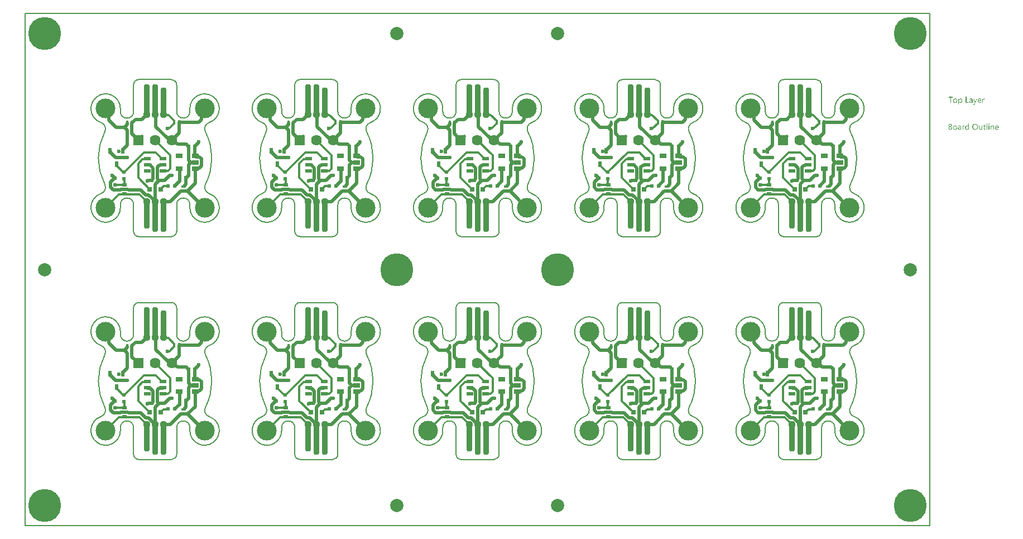
<source format=gtl>
G04*
G04 #@! TF.GenerationSoftware,Altium Limited,Altium Designer,21.8.1 (53)*
G04*
G04 Layer_Physical_Order=1*
G04 Layer_Color=255*
%FSAX25Y25*%
%MOIN*%
G70*
G04*
G04 #@! TF.SameCoordinates,1CCF7041-1EFB-486E-B6D5-4B62EAFF3753*
G04*
G04*
G04 #@! TF.FilePolarity,Positive*
G04*
G01*
G75*
%ADD10C,0.07874*%
%ADD11R,0.03937X0.02362*%
%ADD12R,0.01968X0.02165*%
%ADD13R,0.01968X0.02165*%
%ADD14R,0.02165X0.01968*%
%ADD15R,0.02165X0.01968*%
%ADD16R,0.02362X0.03543*%
%ADD17R,0.01575X0.02756*%
%ADD18R,0.02756X0.01575*%
G04:AMPARAMS|DCode=19|XSize=35.43mil|YSize=169.29mil|CornerRadius=13.82mil|HoleSize=0mil|Usage=FLASHONLY|Rotation=180.000|XOffset=0mil|YOffset=0mil|HoleType=Round|Shape=RoundedRectangle|*
%AMROUNDEDRECTD19*
21,1,0.03543,0.14165,0,0,180.0*
21,1,0.00780,0.16929,0,0,180.0*
1,1,0.02764,-0.00390,0.07083*
1,1,0.02764,0.00390,0.07083*
1,1,0.02764,0.00390,-0.07083*
1,1,0.02764,-0.00390,-0.07083*
%
%ADD19ROUNDEDRECTD19*%
G04:AMPARAMS|DCode=20|XSize=35.43mil|YSize=188.98mil|CornerRadius=13.82mil|HoleSize=0mil|Usage=FLASHONLY|Rotation=180.000|XOffset=0mil|YOffset=0mil|HoleType=Round|Shape=RoundedRectangle|*
%AMROUNDEDRECTD20*
21,1,0.03543,0.16134,0,0,180.0*
21,1,0.00780,0.18898,0,0,180.0*
1,1,0.02764,-0.00390,0.08067*
1,1,0.02764,0.00390,0.08067*
1,1,0.02764,0.00390,-0.08067*
1,1,0.02764,-0.00390,-0.08067*
%
%ADD20ROUNDEDRECTD20*%
%ADD21R,0.03150X0.02362*%
%ADD22R,0.03937X0.02756*%
%ADD23R,0.03150X0.03150*%
%ADD24C,0.01968*%
%ADD25C,0.01181*%
%ADD26C,0.00787*%
%ADD27C,0.19685*%
%ADD28C,0.06378*%
%ADD29R,0.06378X0.06378*%
%ADD30C,0.04370*%
%ADD31C,0.11811*%
%ADD32C,0.02362*%
G36*
X0539132Y0235143D02*
X0539175Y0235136D01*
X0539219Y0235130D01*
X0539330Y0235105D01*
X0539454Y0235068D01*
X0539578Y0235006D01*
X0539640Y0234969D01*
X0539702Y0234920D01*
X0539757Y0234870D01*
X0539813Y0234808D01*
X0539819Y0234802D01*
X0539825Y0234796D01*
X0539838Y0234771D01*
X0539856Y0234746D01*
X0539875Y0234716D01*
X0539900Y0234672D01*
X0539924Y0234623D01*
X0539949Y0234573D01*
X0539974Y0234511D01*
X0539999Y0234443D01*
X0540023Y0234369D01*
X0540042Y0234288D01*
X0540073Y0234109D01*
X0540085Y0234010D01*
Y0233905D01*
Y0233898D01*
Y0233880D01*
Y0233843D01*
X0540079Y0233799D01*
Y0233750D01*
X0540067Y0233688D01*
X0540061Y0233620D01*
X0540048Y0233546D01*
X0540011Y0233385D01*
X0539955Y0233218D01*
X0539918Y0233137D01*
X0539881Y0233057D01*
X0539831Y0232976D01*
X0539776Y0232902D01*
X0539770Y0232896D01*
X0539763Y0232883D01*
X0539745Y0232865D01*
X0539720Y0232846D01*
X0539689Y0232815D01*
X0539652Y0232784D01*
X0539609Y0232747D01*
X0539559Y0232716D01*
X0539503Y0232679D01*
X0539442Y0232642D01*
X0539293Y0232586D01*
X0539213Y0232561D01*
X0539132Y0232543D01*
X0539039Y0232530D01*
X0538940Y0232524D01*
X0538891D01*
X0538860Y0232530D01*
X0538816Y0232537D01*
X0538773Y0232549D01*
X0538662Y0232574D01*
X0538544Y0232623D01*
X0538476Y0232660D01*
X0538414Y0232698D01*
X0538352Y0232747D01*
X0538296Y0232803D01*
X0538235Y0232865D01*
X0538185Y0232939D01*
X0538173D01*
Y0231429D01*
X0537770D01*
Y0235093D01*
X0538173D01*
Y0234647D01*
X0538185D01*
X0538191Y0234654D01*
X0538197Y0234672D01*
X0538216Y0234697D01*
X0538241Y0234728D01*
X0538272Y0234765D01*
X0538309Y0234808D01*
X0538352Y0234852D01*
X0538408Y0234901D01*
X0538463Y0234945D01*
X0538525Y0234988D01*
X0538600Y0235031D01*
X0538674Y0235068D01*
X0538761Y0235105D01*
X0538854Y0235130D01*
X0538946Y0235143D01*
X0539052Y0235149D01*
X0539101D01*
X0539132Y0235143D01*
D02*
G37*
G36*
X0553245Y0235130D02*
X0553320Y0235124D01*
X0553363Y0235112D01*
X0553394Y0235099D01*
Y0234684D01*
X0553388Y0234691D01*
X0553375Y0234697D01*
X0553350Y0234709D01*
X0553320Y0234728D01*
X0553276Y0234740D01*
X0553221Y0234753D01*
X0553159Y0234759D01*
X0553090Y0234765D01*
X0553078D01*
X0553047Y0234759D01*
X0552998Y0234753D01*
X0552942Y0234734D01*
X0552868Y0234703D01*
X0552800Y0234660D01*
X0552725Y0234598D01*
X0552657Y0234517D01*
X0552651Y0234505D01*
X0552632Y0234474D01*
X0552601Y0234418D01*
X0552571Y0234344D01*
X0552540Y0234251D01*
X0552509Y0234134D01*
X0552490Y0234004D01*
X0552484Y0233855D01*
Y0232580D01*
X0552081D01*
Y0235093D01*
X0552484D01*
Y0234573D01*
X0552496D01*
Y0234579D01*
X0552502Y0234585D01*
X0552515Y0234616D01*
X0552533Y0234666D01*
X0552564Y0234728D01*
X0552595Y0234790D01*
X0552645Y0234858D01*
X0552694Y0234926D01*
X0552756Y0234988D01*
X0552762Y0234994D01*
X0552787Y0235013D01*
X0552824Y0235037D01*
X0552874Y0235062D01*
X0552930Y0235087D01*
X0552998Y0235112D01*
X0553072Y0235130D01*
X0553152Y0235136D01*
X0553208D01*
X0553245Y0235130D01*
D02*
G37*
G36*
X0547866Y0232178D02*
X0547860Y0232171D01*
X0547854Y0232147D01*
X0547835Y0232103D01*
X0547810Y0232054D01*
X0547780Y0231998D01*
X0547736Y0231930D01*
X0547693Y0231862D01*
X0547643Y0231788D01*
X0547581Y0231713D01*
X0547519Y0231645D01*
X0547445Y0231577D01*
X0547365Y0231522D01*
X0547284Y0231472D01*
X0547191Y0231429D01*
X0547099Y0231404D01*
X0546993Y0231398D01*
X0546938D01*
X0546901Y0231404D01*
X0546820Y0231416D01*
X0546733Y0231435D01*
Y0231794D01*
X0546740D01*
X0546758Y0231788D01*
X0546783Y0231781D01*
X0546814Y0231775D01*
X0546888Y0231757D01*
X0546969Y0231750D01*
X0546981D01*
X0547018Y0231757D01*
X0547074Y0231769D01*
X0547142Y0231794D01*
X0547216Y0231837D01*
X0547253Y0231868D01*
X0547291Y0231905D01*
X0547328Y0231942D01*
X0547365Y0231992D01*
X0547396Y0232048D01*
X0547427Y0232109D01*
X0547631Y0232580D01*
X0546647Y0235093D01*
X0547092D01*
X0547773Y0233156D01*
Y0233149D01*
X0547780Y0233137D01*
X0547786Y0233119D01*
X0547792Y0233094D01*
X0547798Y0233057D01*
X0547810Y0233019D01*
X0547823Y0232964D01*
X0547841D01*
Y0232976D01*
X0547854Y0233013D01*
X0547866Y0233069D01*
X0547891Y0233149D01*
X0548603Y0235093D01*
X0549017D01*
X0547866Y0232178D01*
D02*
G37*
G36*
X0545458Y0235143D02*
X0545514Y0235136D01*
X0545582Y0235118D01*
X0545656Y0235099D01*
X0545737Y0235068D01*
X0545823Y0235031D01*
X0545904Y0234982D01*
X0545984Y0234920D01*
X0546059Y0234845D01*
X0546127Y0234753D01*
X0546182Y0234647D01*
X0546226Y0234524D01*
X0546251Y0234381D01*
X0546263Y0234214D01*
Y0232580D01*
X0545861D01*
Y0232970D01*
X0545848D01*
Y0232964D01*
X0545836Y0232951D01*
X0545823Y0232927D01*
X0545799Y0232902D01*
X0545737Y0232827D01*
X0545656Y0232747D01*
X0545545Y0232667D01*
X0545415Y0232592D01*
X0545334Y0232568D01*
X0545254Y0232543D01*
X0545167Y0232530D01*
X0545075Y0232524D01*
X0545037D01*
X0545013Y0232530D01*
X0544944Y0232537D01*
X0544864Y0232549D01*
X0544765Y0232574D01*
X0544672Y0232605D01*
X0544573Y0232654D01*
X0544486Y0232716D01*
X0544480Y0232729D01*
X0544455Y0232753D01*
X0544418Y0232797D01*
X0544381Y0232858D01*
X0544344Y0232933D01*
X0544307Y0233019D01*
X0544282Y0233125D01*
X0544276Y0233242D01*
Y0233248D01*
Y0233273D01*
X0544282Y0233310D01*
X0544288Y0233354D01*
X0544301Y0233409D01*
X0544319Y0233471D01*
X0544344Y0233539D01*
X0544381Y0233608D01*
X0544424Y0233682D01*
X0544480Y0233756D01*
X0544548Y0233824D01*
X0544629Y0233886D01*
X0544722Y0233948D01*
X0544833Y0233997D01*
X0544957Y0234035D01*
X0545105Y0234066D01*
X0545861Y0234171D01*
Y0234177D01*
Y0234195D01*
X0545854Y0234233D01*
Y0234270D01*
X0545842Y0234319D01*
X0545836Y0234375D01*
X0545799Y0234493D01*
X0545768Y0234548D01*
X0545737Y0234604D01*
X0545693Y0234660D01*
X0545644Y0234709D01*
X0545582Y0234753D01*
X0545514Y0234784D01*
X0545434Y0234802D01*
X0545341Y0234808D01*
X0545297D01*
X0545266Y0234802D01*
X0545223D01*
X0545180Y0234790D01*
X0545068Y0234771D01*
X0544944Y0234734D01*
X0544808Y0234678D01*
X0544734Y0234641D01*
X0544666Y0234604D01*
X0544592Y0234555D01*
X0544523Y0234499D01*
Y0234914D01*
X0544530D01*
X0544542Y0234926D01*
X0544561Y0234938D01*
X0544592Y0234951D01*
X0544623Y0234969D01*
X0544666Y0234988D01*
X0544715Y0235006D01*
X0544771Y0235031D01*
X0544895Y0235074D01*
X0545044Y0235112D01*
X0545204Y0235136D01*
X0545378Y0235149D01*
X0545415D01*
X0545458Y0235143D01*
D02*
G37*
G36*
X0542567Y0232951D02*
X0543979D01*
Y0232580D01*
X0542153D01*
Y0236096D01*
X0542567D01*
Y0232951D01*
D02*
G37*
G36*
X0534329Y0235724D02*
X0533314D01*
Y0232580D01*
X0532905D01*
Y0235724D01*
X0531890D01*
Y0236096D01*
X0534329D01*
Y0235724D01*
D02*
G37*
G36*
X0550522Y0235143D02*
X0550565Y0235136D01*
X0550608Y0235130D01*
X0550720Y0235112D01*
X0550843Y0235068D01*
X0550967Y0235013D01*
X0551029Y0234976D01*
X0551091Y0234932D01*
X0551147Y0234883D01*
X0551203Y0234827D01*
X0551209Y0234821D01*
X0551215Y0234815D01*
X0551227Y0234796D01*
X0551246Y0234771D01*
X0551264Y0234734D01*
X0551289Y0234697D01*
X0551314Y0234654D01*
X0551339Y0234598D01*
X0551364Y0234536D01*
X0551388Y0234474D01*
X0551413Y0234400D01*
X0551432Y0234319D01*
X0551450Y0234233D01*
X0551463Y0234146D01*
X0551475Y0234047D01*
Y0233942D01*
Y0233731D01*
X0549698D01*
Y0233725D01*
Y0233713D01*
Y0233694D01*
X0549705Y0233663D01*
X0549711Y0233626D01*
Y0233589D01*
X0549729Y0233490D01*
X0549760Y0233391D01*
X0549797Y0233279D01*
X0549853Y0233174D01*
X0549921Y0233081D01*
X0549934Y0233069D01*
X0549958Y0233044D01*
X0550008Y0233013D01*
X0550076Y0232970D01*
X0550163Y0232927D01*
X0550262Y0232896D01*
X0550379Y0232871D01*
X0550516Y0232858D01*
X0550559D01*
X0550590Y0232865D01*
X0550627D01*
X0550670Y0232871D01*
X0550775Y0232896D01*
X0550893Y0232927D01*
X0551023Y0232976D01*
X0551159Y0233044D01*
X0551227Y0233087D01*
X0551295Y0233137D01*
Y0232759D01*
X0551289D01*
X0551283Y0232747D01*
X0551264Y0232741D01*
X0551233Y0232722D01*
X0551203Y0232704D01*
X0551165Y0232685D01*
X0551116Y0232667D01*
X0551066Y0232642D01*
X0551005Y0232617D01*
X0550936Y0232598D01*
X0550788Y0232561D01*
X0550615Y0232537D01*
X0550423Y0232524D01*
X0550373D01*
X0550336Y0232530D01*
X0550293Y0232537D01*
X0550237Y0232543D01*
X0550119Y0232568D01*
X0549983Y0232605D01*
X0549847Y0232667D01*
X0549779Y0232710D01*
X0549711Y0232753D01*
X0549649Y0232803D01*
X0549587Y0232865D01*
X0549581Y0232871D01*
X0549575Y0232883D01*
X0549562Y0232902D01*
X0549537Y0232927D01*
X0549519Y0232964D01*
X0549494Y0233007D01*
X0549463Y0233057D01*
X0549438Y0233112D01*
X0549407Y0233174D01*
X0549383Y0233248D01*
X0549352Y0233329D01*
X0549333Y0233416D01*
X0549315Y0233508D01*
X0549296Y0233608D01*
X0549290Y0233713D01*
X0549284Y0233824D01*
Y0233830D01*
Y0233849D01*
Y0233880D01*
X0549290Y0233923D01*
X0549296Y0233973D01*
X0549302Y0234028D01*
X0549308Y0234097D01*
X0549327Y0234165D01*
X0549364Y0234313D01*
X0549420Y0234474D01*
X0549457Y0234555D01*
X0549507Y0234629D01*
X0549556Y0234709D01*
X0549612Y0234777D01*
X0549618Y0234784D01*
X0549630Y0234796D01*
X0549649Y0234815D01*
X0549674Y0234833D01*
X0549705Y0234864D01*
X0549742Y0234895D01*
X0549791Y0234926D01*
X0549841Y0234963D01*
X0549958Y0235031D01*
X0550101Y0235093D01*
X0550181Y0235112D01*
X0550262Y0235130D01*
X0550348Y0235143D01*
X0550441Y0235149D01*
X0550491D01*
X0550522Y0235143D01*
D02*
G37*
G36*
X0536031D02*
X0536074Y0235136D01*
X0536130Y0235130D01*
X0536254Y0235105D01*
X0536396Y0235062D01*
X0536539Y0235000D01*
X0536613Y0234963D01*
X0536681Y0234920D01*
X0536749Y0234864D01*
X0536811Y0234802D01*
X0536817Y0234796D01*
X0536823Y0234784D01*
X0536842Y0234765D01*
X0536860Y0234740D01*
X0536885Y0234703D01*
X0536910Y0234660D01*
X0536941Y0234610D01*
X0536972Y0234555D01*
X0536997Y0234487D01*
X0537028Y0234418D01*
X0537052Y0234338D01*
X0537077Y0234251D01*
X0537096Y0234158D01*
X0537114Y0234059D01*
X0537120Y0233954D01*
X0537126Y0233843D01*
Y0233837D01*
Y0233818D01*
Y0233787D01*
X0537120Y0233744D01*
X0537114Y0233694D01*
X0537108Y0233632D01*
X0537096Y0233570D01*
X0537083Y0233496D01*
X0537046Y0233348D01*
X0536984Y0233187D01*
X0536947Y0233106D01*
X0536898Y0233026D01*
X0536848Y0232951D01*
X0536786Y0232883D01*
X0536780Y0232877D01*
X0536767Y0232871D01*
X0536749Y0232852D01*
X0536724Y0232827D01*
X0536687Y0232803D01*
X0536650Y0232772D01*
X0536600Y0232735D01*
X0536545Y0232704D01*
X0536483Y0232673D01*
X0536415Y0232636D01*
X0536340Y0232605D01*
X0536260Y0232580D01*
X0536173Y0232555D01*
X0536080Y0232543D01*
X0535981Y0232530D01*
X0535876Y0232524D01*
X0535820D01*
X0535783Y0232530D01*
X0535740Y0232537D01*
X0535684Y0232543D01*
X0535622Y0232555D01*
X0535554Y0232568D01*
X0535412Y0232611D01*
X0535263Y0232673D01*
X0535189Y0232710D01*
X0535121Y0232759D01*
X0535053Y0232809D01*
X0534985Y0232871D01*
X0534979Y0232877D01*
X0534972Y0232889D01*
X0534954Y0232908D01*
X0534935Y0232933D01*
X0534910Y0232970D01*
X0534879Y0233013D01*
X0534849Y0233063D01*
X0534824Y0233119D01*
X0534793Y0233187D01*
X0534762Y0233255D01*
X0534731Y0233329D01*
X0534706Y0233416D01*
X0534669Y0233601D01*
X0534663Y0233700D01*
X0534657Y0233806D01*
Y0233812D01*
Y0233837D01*
Y0233868D01*
X0534663Y0233911D01*
X0534669Y0233960D01*
X0534675Y0234022D01*
X0534688Y0234090D01*
X0534700Y0234165D01*
X0534737Y0234326D01*
X0534799Y0234487D01*
X0534842Y0234567D01*
X0534886Y0234647D01*
X0534935Y0234722D01*
X0534997Y0234790D01*
X0535003Y0234796D01*
X0535016Y0234808D01*
X0535034Y0234821D01*
X0535059Y0234845D01*
X0535096Y0234870D01*
X0535140Y0234901D01*
X0535189Y0234938D01*
X0535245Y0234969D01*
X0535307Y0235000D01*
X0535381Y0235037D01*
X0535455Y0235068D01*
X0535542Y0235093D01*
X0535629Y0235118D01*
X0535728Y0235136D01*
X0535833Y0235143D01*
X0535938Y0235149D01*
X0535994D01*
X0536031Y0235143D01*
D02*
G37*
G36*
X0556099Y0220157D02*
X0556124D01*
X0556179Y0220132D01*
X0556210Y0220114D01*
X0556241Y0220089D01*
X0556247Y0220083D01*
X0556254Y0220077D01*
X0556285Y0220040D01*
X0556309Y0219978D01*
X0556316Y0219941D01*
X0556322Y0219903D01*
Y0219897D01*
Y0219885D01*
X0556316Y0219866D01*
X0556309Y0219842D01*
X0556291Y0219780D01*
X0556266Y0219749D01*
X0556241Y0219718D01*
X0556235D01*
X0556229Y0219705D01*
X0556192Y0219681D01*
X0556136Y0219656D01*
X0556099Y0219650D01*
X0556062Y0219643D01*
X0556043D01*
X0556025Y0219650D01*
X0556000D01*
X0555938Y0219674D01*
X0555907Y0219687D01*
X0555876Y0219711D01*
Y0219718D01*
X0555864Y0219724D01*
X0555851Y0219742D01*
X0555839Y0219761D01*
X0555814Y0219823D01*
X0555808Y0219860D01*
X0555802Y0219903D01*
Y0219910D01*
Y0219922D01*
X0555808Y0219941D01*
X0555814Y0219971D01*
X0555833Y0220027D01*
X0555851Y0220058D01*
X0555876Y0220089D01*
X0555882Y0220095D01*
X0555888Y0220101D01*
X0555926Y0220126D01*
X0555987Y0220151D01*
X0556025Y0220163D01*
X0556080D01*
X0556099Y0220157D01*
D02*
G37*
G36*
X0544109Y0216493D02*
X0543707D01*
Y0216914D01*
X0543694D01*
Y0216908D01*
X0543682Y0216895D01*
X0543663Y0216870D01*
X0543645Y0216839D01*
X0543614Y0216802D01*
X0543576Y0216765D01*
X0543533Y0216722D01*
X0543484Y0216678D01*
X0543428Y0216629D01*
X0543360Y0216586D01*
X0543292Y0216548D01*
X0543211Y0216511D01*
X0543131Y0216480D01*
X0543038Y0216456D01*
X0542939Y0216443D01*
X0542834Y0216437D01*
X0542790D01*
X0542753Y0216443D01*
X0542716Y0216449D01*
X0542667Y0216456D01*
X0542561Y0216480D01*
X0542438Y0216517D01*
X0542314Y0216579D01*
X0542246Y0216617D01*
X0542190Y0216660D01*
X0542128Y0216716D01*
X0542072Y0216771D01*
Y0216777D01*
X0542060Y0216790D01*
X0542048Y0216808D01*
X0542029Y0216833D01*
X0542010Y0216864D01*
X0541986Y0216908D01*
X0541961Y0216957D01*
X0541936Y0217013D01*
X0541905Y0217075D01*
X0541880Y0217143D01*
X0541856Y0217217D01*
X0541837Y0217297D01*
X0541819Y0217384D01*
X0541806Y0217483D01*
X0541800Y0217582D01*
X0541794Y0217687D01*
Y0217694D01*
Y0217712D01*
Y0217749D01*
X0541800Y0217793D01*
X0541806Y0217842D01*
X0541812Y0217904D01*
X0541819Y0217972D01*
X0541831Y0218046D01*
X0541868Y0218207D01*
X0541924Y0218374D01*
X0541961Y0218455D01*
X0542004Y0218535D01*
X0542048Y0218610D01*
X0542103Y0218684D01*
X0542109Y0218690D01*
X0542116Y0218703D01*
X0542134Y0218721D01*
X0542159Y0218746D01*
X0542190Y0218771D01*
X0542233Y0218802D01*
X0542277Y0218839D01*
X0542326Y0218876D01*
X0542450Y0218944D01*
X0542592Y0219006D01*
X0542673Y0219024D01*
X0542759Y0219043D01*
X0542846Y0219055D01*
X0542945Y0219062D01*
X0542995D01*
X0543032Y0219055D01*
X0543069Y0219049D01*
X0543118Y0219043D01*
X0543230Y0219012D01*
X0543354Y0218963D01*
X0543415Y0218932D01*
X0543477Y0218888D01*
X0543539Y0218845D01*
X0543595Y0218789D01*
X0543645Y0218727D01*
X0543694Y0218653D01*
X0543707D01*
Y0220213D01*
X0544109D01*
Y0216493D01*
D02*
G37*
G36*
X0558377Y0219055D02*
X0558451Y0219049D01*
X0558544Y0219031D01*
X0558643Y0219000D01*
X0558748Y0218950D01*
X0558853Y0218882D01*
X0558897Y0218845D01*
X0558940Y0218795D01*
X0558952Y0218783D01*
X0558977Y0218746D01*
X0559008Y0218684D01*
X0559052Y0218597D01*
X0559089Y0218492D01*
X0559126Y0218362D01*
X0559151Y0218207D01*
X0559157Y0218028D01*
Y0216493D01*
X0558754D01*
Y0217923D01*
Y0217929D01*
Y0217960D01*
X0558748Y0217997D01*
Y0218046D01*
X0558736Y0218108D01*
X0558723Y0218176D01*
X0558705Y0218251D01*
X0558680Y0218325D01*
X0558649Y0218399D01*
X0558612Y0218467D01*
X0558563Y0218535D01*
X0558507Y0218597D01*
X0558445Y0218647D01*
X0558364Y0218684D01*
X0558278Y0218715D01*
X0558173Y0218721D01*
X0558160D01*
X0558123Y0218715D01*
X0558067Y0218709D01*
X0557999Y0218690D01*
X0557919Y0218665D01*
X0557832Y0218622D01*
X0557752Y0218566D01*
X0557671Y0218492D01*
X0557665Y0218480D01*
X0557640Y0218455D01*
X0557609Y0218405D01*
X0557572Y0218337D01*
X0557535Y0218257D01*
X0557504Y0218158D01*
X0557479Y0218046D01*
X0557473Y0217923D01*
Y0216493D01*
X0557071D01*
Y0219006D01*
X0557473D01*
Y0218585D01*
X0557485D01*
X0557492Y0218591D01*
X0557498Y0218603D01*
X0557516Y0218628D01*
X0557541Y0218659D01*
X0557566Y0218696D01*
X0557603Y0218734D01*
X0557646Y0218777D01*
X0557696Y0218826D01*
X0557752Y0218870D01*
X0557814Y0218913D01*
X0557882Y0218950D01*
X0557956Y0218987D01*
X0558030Y0219018D01*
X0558117Y0219043D01*
X0558210Y0219055D01*
X0558309Y0219062D01*
X0558346D01*
X0558377Y0219055D01*
D02*
G37*
G36*
X0541379Y0219043D02*
X0541453Y0219037D01*
X0541497Y0219024D01*
X0541528Y0219012D01*
Y0218597D01*
X0541521Y0218603D01*
X0541509Y0218610D01*
X0541484Y0218622D01*
X0541453Y0218641D01*
X0541410Y0218653D01*
X0541354Y0218665D01*
X0541292Y0218672D01*
X0541224Y0218678D01*
X0541212D01*
X0541181Y0218672D01*
X0541131Y0218665D01*
X0541076Y0218647D01*
X0541001Y0218616D01*
X0540933Y0218573D01*
X0540859Y0218511D01*
X0540791Y0218430D01*
X0540785Y0218418D01*
X0540766Y0218387D01*
X0540735Y0218331D01*
X0540704Y0218257D01*
X0540673Y0218164D01*
X0540642Y0218046D01*
X0540624Y0217916D01*
X0540618Y0217768D01*
Y0216493D01*
X0540215D01*
Y0219006D01*
X0540618D01*
Y0218486D01*
X0540630D01*
Y0218492D01*
X0540636Y0218498D01*
X0540649Y0218529D01*
X0540667Y0218579D01*
X0540698Y0218641D01*
X0540729Y0218703D01*
X0540779Y0218771D01*
X0540828Y0218839D01*
X0540890Y0218901D01*
X0540896Y0218907D01*
X0540921Y0218925D01*
X0540958Y0218950D01*
X0541008Y0218975D01*
X0541063Y0219000D01*
X0541131Y0219024D01*
X0541206Y0219043D01*
X0541286Y0219049D01*
X0541342D01*
X0541379Y0219043D01*
D02*
G37*
G36*
X0552119Y0216493D02*
X0551716D01*
Y0216889D01*
X0551704D01*
Y0216883D01*
X0551692Y0216870D01*
X0551679Y0216846D01*
X0551654Y0216821D01*
X0551599Y0216746D01*
X0551512Y0216666D01*
X0551463Y0216623D01*
X0551407Y0216579D01*
X0551345Y0216542D01*
X0551271Y0216505D01*
X0551196Y0216480D01*
X0551116Y0216456D01*
X0551023Y0216443D01*
X0550930Y0216437D01*
X0550893D01*
X0550850Y0216443D01*
X0550788Y0216456D01*
X0550720Y0216468D01*
X0550645Y0216493D01*
X0550565Y0216524D01*
X0550485Y0216573D01*
X0550398Y0216629D01*
X0550317Y0216697D01*
X0550243Y0216784D01*
X0550175Y0216889D01*
X0550113Y0217006D01*
X0550070Y0217149D01*
X0550045Y0217316D01*
X0550033Y0217403D01*
Y0217502D01*
Y0219006D01*
X0550429D01*
Y0217564D01*
Y0217557D01*
Y0217533D01*
X0550435Y0217489D01*
X0550441Y0217440D01*
X0550447Y0217378D01*
X0550460Y0217316D01*
X0550478Y0217242D01*
X0550503Y0217167D01*
X0550540Y0217093D01*
X0550577Y0217025D01*
X0550627Y0216957D01*
X0550689Y0216895D01*
X0550757Y0216846D01*
X0550837Y0216808D01*
X0550936Y0216777D01*
X0551042Y0216771D01*
X0551054D01*
X0551091Y0216777D01*
X0551147Y0216784D01*
X0551209Y0216796D01*
X0551289Y0216827D01*
X0551370Y0216864D01*
X0551450Y0216914D01*
X0551524Y0216988D01*
X0551531Y0217000D01*
X0551555Y0217025D01*
X0551586Y0217075D01*
X0551623Y0217143D01*
X0551654Y0217223D01*
X0551685Y0217322D01*
X0551710Y0217434D01*
X0551716Y0217557D01*
Y0219006D01*
X0552119D01*
Y0216493D01*
D02*
G37*
G36*
X0556254D02*
X0555851D01*
Y0219006D01*
X0556254D01*
Y0216493D01*
D02*
G37*
G36*
X0555034D02*
X0554632D01*
Y0220213D01*
X0555034D01*
Y0216493D01*
D02*
G37*
G36*
X0538655Y0219055D02*
X0538711Y0219049D01*
X0538779Y0219031D01*
X0538854Y0219012D01*
X0538934Y0218981D01*
X0539021Y0218944D01*
X0539101Y0218895D01*
X0539182Y0218832D01*
X0539256Y0218758D01*
X0539324Y0218665D01*
X0539380Y0218560D01*
X0539423Y0218436D01*
X0539448Y0218294D01*
X0539460Y0218127D01*
Y0216493D01*
X0539058D01*
Y0216883D01*
X0539045D01*
Y0216877D01*
X0539033Y0216864D01*
X0539021Y0216839D01*
X0538996Y0216815D01*
X0538934Y0216740D01*
X0538854Y0216660D01*
X0538742Y0216579D01*
X0538612Y0216505D01*
X0538532Y0216480D01*
X0538451Y0216456D01*
X0538365Y0216443D01*
X0538272Y0216437D01*
X0538235D01*
X0538210Y0216443D01*
X0538142Y0216449D01*
X0538061Y0216462D01*
X0537962Y0216487D01*
X0537869Y0216517D01*
X0537770Y0216567D01*
X0537684Y0216629D01*
X0537677Y0216641D01*
X0537653Y0216666D01*
X0537615Y0216709D01*
X0537578Y0216771D01*
X0537541Y0216846D01*
X0537504Y0216932D01*
X0537479Y0217037D01*
X0537473Y0217155D01*
Y0217161D01*
Y0217186D01*
X0537479Y0217223D01*
X0537486Y0217267D01*
X0537498Y0217322D01*
X0537516Y0217384D01*
X0537541Y0217452D01*
X0537578Y0217520D01*
X0537622Y0217595D01*
X0537677Y0217669D01*
X0537746Y0217737D01*
X0537826Y0217799D01*
X0537919Y0217861D01*
X0538030Y0217910D01*
X0538154Y0217947D01*
X0538303Y0217978D01*
X0539058Y0218084D01*
Y0218090D01*
Y0218108D01*
X0539052Y0218145D01*
Y0218183D01*
X0539039Y0218232D01*
X0539033Y0218288D01*
X0538996Y0218405D01*
X0538965Y0218461D01*
X0538934Y0218517D01*
X0538891Y0218573D01*
X0538841Y0218622D01*
X0538779Y0218665D01*
X0538711Y0218696D01*
X0538631Y0218715D01*
X0538538Y0218721D01*
X0538494D01*
X0538463Y0218715D01*
X0538420D01*
X0538377Y0218703D01*
X0538266Y0218684D01*
X0538142Y0218647D01*
X0538005Y0218591D01*
X0537931Y0218554D01*
X0537863Y0218517D01*
X0537789Y0218467D01*
X0537721Y0218412D01*
Y0218826D01*
X0537727D01*
X0537739Y0218839D01*
X0537758Y0218851D01*
X0537789Y0218864D01*
X0537820Y0218882D01*
X0537863Y0218901D01*
X0537913Y0218919D01*
X0537968Y0218944D01*
X0538092Y0218987D01*
X0538241Y0219024D01*
X0538402Y0219049D01*
X0538575Y0219062D01*
X0538612D01*
X0538655Y0219055D01*
D02*
G37*
G36*
X0532967Y0220003D02*
X0533010D01*
X0533053Y0219996D01*
X0533152Y0219984D01*
X0533270Y0219953D01*
X0533394Y0219916D01*
X0533511Y0219860D01*
X0533617Y0219786D01*
X0533623D01*
X0533629Y0219773D01*
X0533660Y0219749D01*
X0533703Y0219699D01*
X0533753Y0219631D01*
X0533796Y0219544D01*
X0533840Y0219445D01*
X0533871Y0219334D01*
X0533883Y0219272D01*
Y0219204D01*
Y0219198D01*
Y0219192D01*
Y0219154D01*
X0533877Y0219099D01*
X0533864Y0219031D01*
X0533846Y0218944D01*
X0533815Y0218857D01*
X0533778Y0218771D01*
X0533722Y0218684D01*
X0533716Y0218672D01*
X0533691Y0218647D01*
X0533654Y0218610D01*
X0533604Y0218560D01*
X0533542Y0218511D01*
X0533468Y0218455D01*
X0533375Y0218412D01*
X0533276Y0218368D01*
Y0218362D01*
X0533295D01*
X0533314Y0218356D01*
X0533332Y0218350D01*
X0533400Y0218337D01*
X0533481Y0218313D01*
X0533567Y0218275D01*
X0533660Y0218232D01*
X0533753Y0218170D01*
X0533840Y0218090D01*
X0533852Y0218077D01*
X0533877Y0218046D01*
X0533908Y0218003D01*
X0533951Y0217935D01*
X0533988Y0217848D01*
X0534025Y0217749D01*
X0534050Y0217632D01*
X0534056Y0217502D01*
Y0217495D01*
Y0217483D01*
Y0217458D01*
X0534050Y0217427D01*
X0534044Y0217390D01*
X0534038Y0217347D01*
X0534013Y0217242D01*
X0533976Y0217124D01*
X0533920Y0217000D01*
X0533883Y0216945D01*
X0533840Y0216883D01*
X0533784Y0216827D01*
X0533728Y0216771D01*
X0533722D01*
X0533716Y0216759D01*
X0533697Y0216746D01*
X0533673Y0216728D01*
X0533641Y0216709D01*
X0533598Y0216685D01*
X0533505Y0216635D01*
X0533388Y0216579D01*
X0533252Y0216536D01*
X0533091Y0216505D01*
X0533010Y0216499D01*
X0532917Y0216493D01*
X0531890D01*
Y0220009D01*
X0532936D01*
X0532967Y0220003D01*
D02*
G37*
G36*
X0553462Y0219006D02*
X0554100D01*
Y0218659D01*
X0553462D01*
Y0217242D01*
Y0217229D01*
Y0217198D01*
X0553468Y0217155D01*
X0553474Y0217099D01*
X0553499Y0216982D01*
X0553518Y0216926D01*
X0553549Y0216883D01*
X0553555Y0216877D01*
X0553567Y0216864D01*
X0553586Y0216852D01*
X0553617Y0216833D01*
X0553654Y0216808D01*
X0553703Y0216796D01*
X0553765Y0216784D01*
X0553833Y0216777D01*
X0553858D01*
X0553889Y0216784D01*
X0553926Y0216790D01*
X0554013Y0216815D01*
X0554056Y0216833D01*
X0554100Y0216858D01*
Y0216511D01*
X0554093D01*
X0554075Y0216499D01*
X0554044Y0216493D01*
X0554000Y0216480D01*
X0553945Y0216468D01*
X0553883Y0216456D01*
X0553809Y0216449D01*
X0553722Y0216443D01*
X0553691D01*
X0553660Y0216449D01*
X0553617Y0216456D01*
X0553567Y0216468D01*
X0553511Y0216480D01*
X0553456Y0216505D01*
X0553394Y0216536D01*
X0553332Y0216573D01*
X0553270Y0216623D01*
X0553214Y0216678D01*
X0553165Y0216753D01*
X0553122Y0216833D01*
X0553090Y0216932D01*
X0553066Y0217044D01*
X0553060Y0217174D01*
Y0218659D01*
X0552632D01*
Y0219006D01*
X0553060D01*
Y0219619D01*
X0553462Y0219749D01*
Y0219006D01*
D02*
G37*
G36*
X0560989Y0219055D02*
X0561032Y0219049D01*
X0561076Y0219043D01*
X0561187Y0219024D01*
X0561311Y0218981D01*
X0561435Y0218925D01*
X0561496Y0218888D01*
X0561558Y0218845D01*
X0561614Y0218795D01*
X0561670Y0218740D01*
X0561676Y0218734D01*
X0561682Y0218727D01*
X0561695Y0218709D01*
X0561713Y0218684D01*
X0561732Y0218647D01*
X0561757Y0218610D01*
X0561781Y0218566D01*
X0561806Y0218511D01*
X0561831Y0218449D01*
X0561856Y0218387D01*
X0561880Y0218313D01*
X0561899Y0218232D01*
X0561917Y0218145D01*
X0561930Y0218059D01*
X0561942Y0217960D01*
Y0217854D01*
Y0217644D01*
X0560166D01*
Y0217638D01*
Y0217625D01*
Y0217607D01*
X0560172Y0217576D01*
X0560178Y0217539D01*
Y0217502D01*
X0560197Y0217403D01*
X0560228Y0217304D01*
X0560265Y0217192D01*
X0560320Y0217087D01*
X0560389Y0216994D01*
X0560401Y0216982D01*
X0560426Y0216957D01*
X0560475Y0216926D01*
X0560543Y0216883D01*
X0560630Y0216839D01*
X0560729Y0216808D01*
X0560847Y0216784D01*
X0560983Y0216771D01*
X0561026D01*
X0561057Y0216777D01*
X0561094D01*
X0561137Y0216784D01*
X0561243Y0216808D01*
X0561360Y0216839D01*
X0561490Y0216889D01*
X0561626Y0216957D01*
X0561695Y0217000D01*
X0561763Y0217050D01*
Y0216672D01*
X0561757D01*
X0561750Y0216660D01*
X0561732Y0216654D01*
X0561701Y0216635D01*
X0561670Y0216617D01*
X0561633Y0216598D01*
X0561583Y0216579D01*
X0561534Y0216555D01*
X0561472Y0216530D01*
X0561404Y0216511D01*
X0561255Y0216474D01*
X0561082Y0216449D01*
X0560890Y0216437D01*
X0560840D01*
X0560803Y0216443D01*
X0560760Y0216449D01*
X0560704Y0216456D01*
X0560587Y0216480D01*
X0560450Y0216517D01*
X0560314Y0216579D01*
X0560246Y0216623D01*
X0560178Y0216666D01*
X0560116Y0216716D01*
X0560054Y0216777D01*
X0560048Y0216784D01*
X0560042Y0216796D01*
X0560030Y0216815D01*
X0560005Y0216839D01*
X0559986Y0216877D01*
X0559961Y0216920D01*
X0559931Y0216969D01*
X0559906Y0217025D01*
X0559875Y0217087D01*
X0559850Y0217161D01*
X0559819Y0217242D01*
X0559800Y0217328D01*
X0559782Y0217421D01*
X0559763Y0217520D01*
X0559757Y0217625D01*
X0559751Y0217737D01*
Y0217743D01*
Y0217762D01*
Y0217793D01*
X0559757Y0217836D01*
X0559763Y0217885D01*
X0559769Y0217941D01*
X0559776Y0218009D01*
X0559794Y0218077D01*
X0559831Y0218226D01*
X0559887Y0218387D01*
X0559924Y0218467D01*
X0559974Y0218542D01*
X0560023Y0218622D01*
X0560079Y0218690D01*
X0560085Y0218696D01*
X0560098Y0218709D01*
X0560116Y0218727D01*
X0560141Y0218746D01*
X0560172Y0218777D01*
X0560209Y0218808D01*
X0560258Y0218839D01*
X0560308Y0218876D01*
X0560426Y0218944D01*
X0560568Y0219006D01*
X0560648Y0219024D01*
X0560729Y0219043D01*
X0560816Y0219055D01*
X0560909Y0219062D01*
X0560958D01*
X0560989Y0219055D01*
D02*
G37*
G36*
X0547947Y0220064D02*
X0548008Y0220058D01*
X0548083Y0220046D01*
X0548163Y0220027D01*
X0548250Y0220009D01*
X0548337Y0219984D01*
X0548436Y0219953D01*
X0548528Y0219910D01*
X0548628Y0219860D01*
X0548727Y0219804D01*
X0548819Y0219736D01*
X0548912Y0219662D01*
X0548999Y0219575D01*
X0549005Y0219569D01*
X0549017Y0219551D01*
X0549042Y0219526D01*
X0549067Y0219489D01*
X0549104Y0219439D01*
X0549141Y0219377D01*
X0549178Y0219309D01*
X0549222Y0219235D01*
X0549265Y0219142D01*
X0549302Y0219049D01*
X0549339Y0218944D01*
X0549376Y0218826D01*
X0549401Y0218709D01*
X0549426Y0218579D01*
X0549438Y0218436D01*
X0549445Y0218294D01*
Y0218282D01*
Y0218257D01*
Y0218214D01*
X0549438Y0218152D01*
X0549432Y0218077D01*
X0549420Y0217997D01*
X0549407Y0217904D01*
X0549389Y0217799D01*
X0549364Y0217694D01*
X0549333Y0217582D01*
X0549296Y0217471D01*
X0549253Y0217359D01*
X0549197Y0217242D01*
X0549135Y0217137D01*
X0549067Y0217031D01*
X0548986Y0216932D01*
X0548980Y0216926D01*
X0548968Y0216914D01*
X0548937Y0216889D01*
X0548906Y0216858D01*
X0548856Y0216815D01*
X0548801Y0216777D01*
X0548739Y0216728D01*
X0548665Y0216685D01*
X0548584Y0216641D01*
X0548491Y0216592D01*
X0548392Y0216555D01*
X0548281Y0216517D01*
X0548163Y0216480D01*
X0548039Y0216456D01*
X0547909Y0216443D01*
X0547767Y0216437D01*
X0547736D01*
X0547693Y0216443D01*
X0547643D01*
X0547581Y0216449D01*
X0547507Y0216462D01*
X0547427Y0216480D01*
X0547334Y0216499D01*
X0547241Y0216524D01*
X0547142Y0216555D01*
X0547043Y0216598D01*
X0546944Y0216641D01*
X0546845Y0216697D01*
X0546746Y0216765D01*
X0546653Y0216839D01*
X0546566Y0216926D01*
X0546560Y0216932D01*
X0546548Y0216951D01*
X0546523Y0216976D01*
X0546498Y0217013D01*
X0546461Y0217062D01*
X0546424Y0217124D01*
X0546387Y0217192D01*
X0546343Y0217273D01*
X0546300Y0217359D01*
X0546263Y0217452D01*
X0546226Y0217557D01*
X0546189Y0217675D01*
X0546164Y0217793D01*
X0546139Y0217923D01*
X0546127Y0218065D01*
X0546121Y0218207D01*
Y0218220D01*
Y0218245D01*
X0546127Y0218288D01*
Y0218350D01*
X0546133Y0218418D01*
X0546145Y0218505D01*
X0546158Y0218597D01*
X0546176Y0218696D01*
X0546201Y0218802D01*
X0546232Y0218913D01*
X0546269Y0219024D01*
X0546313Y0219136D01*
X0546368Y0219247D01*
X0546430Y0219359D01*
X0546498Y0219464D01*
X0546579Y0219563D01*
X0546585Y0219569D01*
X0546597Y0219588D01*
X0546628Y0219613D01*
X0546665Y0219643D01*
X0546709Y0219681D01*
X0546764Y0219724D01*
X0546832Y0219767D01*
X0546907Y0219817D01*
X0546993Y0219866D01*
X0547086Y0219910D01*
X0547185Y0219953D01*
X0547297Y0219990D01*
X0547421Y0220021D01*
X0547550Y0220052D01*
X0547687Y0220064D01*
X0547829Y0220071D01*
X0547897D01*
X0547947Y0220064D01*
D02*
G37*
G36*
X0535919Y0219055D02*
X0535963Y0219049D01*
X0536019Y0219043D01*
X0536142Y0219018D01*
X0536285Y0218975D01*
X0536427Y0218913D01*
X0536501Y0218876D01*
X0536569Y0218832D01*
X0536637Y0218777D01*
X0536699Y0218715D01*
X0536706Y0218709D01*
X0536712Y0218696D01*
X0536730Y0218678D01*
X0536749Y0218653D01*
X0536774Y0218616D01*
X0536798Y0218573D01*
X0536829Y0218523D01*
X0536860Y0218467D01*
X0536885Y0218399D01*
X0536916Y0218331D01*
X0536941Y0218251D01*
X0536966Y0218164D01*
X0536984Y0218071D01*
X0537003Y0217972D01*
X0537009Y0217867D01*
X0537015Y0217756D01*
Y0217749D01*
Y0217731D01*
Y0217700D01*
X0537009Y0217656D01*
X0537003Y0217607D01*
X0536997Y0217545D01*
X0536984Y0217483D01*
X0536972Y0217409D01*
X0536935Y0217260D01*
X0536873Y0217099D01*
X0536836Y0217019D01*
X0536786Y0216938D01*
X0536736Y0216864D01*
X0536675Y0216796D01*
X0536668Y0216790D01*
X0536656Y0216784D01*
X0536637Y0216765D01*
X0536613Y0216740D01*
X0536576Y0216716D01*
X0536539Y0216685D01*
X0536489Y0216648D01*
X0536433Y0216617D01*
X0536371Y0216586D01*
X0536303Y0216548D01*
X0536229Y0216517D01*
X0536149Y0216493D01*
X0536062Y0216468D01*
X0535969Y0216456D01*
X0535870Y0216443D01*
X0535765Y0216437D01*
X0535709D01*
X0535672Y0216443D01*
X0535629Y0216449D01*
X0535573Y0216456D01*
X0535511Y0216468D01*
X0535443Y0216480D01*
X0535300Y0216524D01*
X0535152Y0216586D01*
X0535078Y0216623D01*
X0535009Y0216672D01*
X0534941Y0216722D01*
X0534873Y0216784D01*
X0534867Y0216790D01*
X0534861Y0216802D01*
X0534842Y0216821D01*
X0534824Y0216846D01*
X0534799Y0216883D01*
X0534768Y0216926D01*
X0534737Y0216976D01*
X0534712Y0217031D01*
X0534682Y0217099D01*
X0534651Y0217167D01*
X0534620Y0217242D01*
X0534595Y0217328D01*
X0534558Y0217514D01*
X0534551Y0217613D01*
X0534545Y0217718D01*
Y0217724D01*
Y0217749D01*
Y0217780D01*
X0534551Y0217824D01*
X0534558Y0217873D01*
X0534564Y0217935D01*
X0534576Y0218003D01*
X0534589Y0218077D01*
X0534626Y0218238D01*
X0534688Y0218399D01*
X0534731Y0218480D01*
X0534774Y0218560D01*
X0534824Y0218635D01*
X0534886Y0218703D01*
X0534892Y0218709D01*
X0534904Y0218721D01*
X0534923Y0218734D01*
X0534948Y0218758D01*
X0534985Y0218783D01*
X0535028Y0218814D01*
X0535078Y0218851D01*
X0535133Y0218882D01*
X0535195Y0218913D01*
X0535269Y0218950D01*
X0535344Y0218981D01*
X0535430Y0219006D01*
X0535517Y0219031D01*
X0535616Y0219049D01*
X0535721Y0219055D01*
X0535827Y0219062D01*
X0535882D01*
X0535919Y0219055D01*
D02*
G37*
%LPC*%
G36*
X0538952Y0234808D02*
X0538922D01*
X0538897Y0234802D01*
X0538829Y0234796D01*
X0538748Y0234777D01*
X0538662Y0234746D01*
X0538563Y0234703D01*
X0538470Y0234641D01*
X0538383Y0234561D01*
X0538377Y0234548D01*
X0538352Y0234517D01*
X0538315Y0234468D01*
X0538278Y0234394D01*
X0538241Y0234307D01*
X0538204Y0234202D01*
X0538179Y0234084D01*
X0538173Y0233954D01*
Y0233601D01*
Y0233595D01*
Y0233589D01*
X0538179Y0233552D01*
X0538185Y0233490D01*
X0538197Y0233422D01*
X0538222Y0233335D01*
X0538259Y0233248D01*
X0538309Y0233162D01*
X0538377Y0233075D01*
X0538389Y0233069D01*
X0538414Y0233044D01*
X0538457Y0233007D01*
X0538519Y0232970D01*
X0538593Y0232927D01*
X0538680Y0232896D01*
X0538779Y0232871D01*
X0538891Y0232858D01*
X0538928D01*
X0538952Y0232865D01*
X0539014Y0232871D01*
X0539101Y0232896D01*
X0539188Y0232927D01*
X0539287Y0232976D01*
X0539380Y0233044D01*
X0539423Y0233087D01*
X0539460Y0233137D01*
Y0233143D01*
X0539466Y0233149D01*
X0539479Y0233168D01*
X0539491Y0233187D01*
X0539510Y0233218D01*
X0539528Y0233255D01*
X0539565Y0233341D01*
X0539603Y0233453D01*
X0539640Y0233583D01*
X0539664Y0233737D01*
X0539671Y0233917D01*
Y0233923D01*
Y0233936D01*
Y0233954D01*
Y0233985D01*
X0539664Y0234022D01*
X0539658Y0234059D01*
X0539646Y0234152D01*
X0539621Y0234257D01*
X0539590Y0234369D01*
X0539541Y0234474D01*
X0539479Y0234567D01*
X0539472Y0234579D01*
X0539442Y0234604D01*
X0539398Y0234641D01*
X0539342Y0234691D01*
X0539268Y0234734D01*
X0539175Y0234771D01*
X0539070Y0234796D01*
X0538952Y0234808D01*
D02*
G37*
G36*
X0545861Y0233849D02*
X0545254Y0233762D01*
X0545242D01*
X0545211Y0233756D01*
X0545161Y0233744D01*
X0545099Y0233731D01*
X0545031Y0233713D01*
X0544957Y0233688D01*
X0544895Y0233663D01*
X0544833Y0233626D01*
X0544827Y0233620D01*
X0544808Y0233608D01*
X0544790Y0233583D01*
X0544765Y0233546D01*
X0544734Y0233496D01*
X0544715Y0233434D01*
X0544697Y0233360D01*
X0544691Y0233273D01*
Y0233267D01*
Y0233242D01*
X0544697Y0233211D01*
X0544709Y0233168D01*
X0544722Y0233119D01*
X0544746Y0233069D01*
X0544777Y0233019D01*
X0544821Y0232970D01*
X0544827Y0232964D01*
X0544845Y0232951D01*
X0544876Y0232933D01*
X0544913Y0232914D01*
X0544963Y0232896D01*
X0545025Y0232877D01*
X0545093Y0232865D01*
X0545174Y0232858D01*
X0545186D01*
X0545223Y0232865D01*
X0545279Y0232871D01*
X0545347Y0232883D01*
X0545421Y0232908D01*
X0545508Y0232945D01*
X0545588Y0233001D01*
X0545662Y0233069D01*
X0545669Y0233081D01*
X0545693Y0233106D01*
X0545724Y0233149D01*
X0545761Y0233211D01*
X0545799Y0233292D01*
X0545830Y0233379D01*
X0545854Y0233484D01*
X0545861Y0233595D01*
Y0233849D01*
D02*
G37*
G36*
X0550435Y0234808D02*
X0550386D01*
X0550336Y0234796D01*
X0550268Y0234784D01*
X0550194Y0234759D01*
X0550107Y0234722D01*
X0550027Y0234672D01*
X0549946Y0234604D01*
X0549940Y0234598D01*
X0549915Y0234567D01*
X0549884Y0234524D01*
X0549841Y0234462D01*
X0549797Y0234387D01*
X0549760Y0234295D01*
X0549729Y0234189D01*
X0549705Y0234072D01*
X0551060D01*
Y0234078D01*
Y0234090D01*
Y0234103D01*
Y0234127D01*
X0551054Y0234195D01*
X0551042Y0234270D01*
X0551017Y0234363D01*
X0550992Y0234449D01*
X0550949Y0234536D01*
X0550893Y0234616D01*
X0550887Y0234623D01*
X0550862Y0234647D01*
X0550825Y0234678D01*
X0550775Y0234716D01*
X0550707Y0234746D01*
X0550627Y0234777D01*
X0550540Y0234802D01*
X0550435Y0234808D01*
D02*
G37*
G36*
X0535907D02*
X0535870D01*
X0535845Y0234802D01*
X0535771Y0234796D01*
X0535684Y0234777D01*
X0535585Y0234746D01*
X0535480Y0234697D01*
X0535381Y0234629D01*
X0535331Y0234592D01*
X0535288Y0234542D01*
X0535276Y0234530D01*
X0535251Y0234493D01*
X0535220Y0234437D01*
X0535177Y0234356D01*
X0535133Y0234251D01*
X0535102Y0234127D01*
X0535078Y0233985D01*
X0535065Y0233818D01*
Y0233812D01*
Y0233799D01*
Y0233775D01*
X0535071Y0233744D01*
Y0233706D01*
X0535078Y0233663D01*
X0535096Y0233564D01*
X0535121Y0233453D01*
X0535164Y0233335D01*
X0535220Y0233218D01*
X0535294Y0233112D01*
X0535307Y0233100D01*
X0535338Y0233075D01*
X0535387Y0233032D01*
X0535455Y0232989D01*
X0535542Y0232939D01*
X0535647Y0232896D01*
X0535771Y0232871D01*
X0535907Y0232858D01*
X0535944D01*
X0535969Y0232865D01*
X0536043Y0232871D01*
X0536130Y0232889D01*
X0536223Y0232920D01*
X0536328Y0232964D01*
X0536421Y0233026D01*
X0536508Y0233106D01*
X0536514Y0233119D01*
X0536539Y0233156D01*
X0536576Y0233211D01*
X0536613Y0233292D01*
X0536650Y0233397D01*
X0536687Y0233521D01*
X0536712Y0233663D01*
X0536718Y0233830D01*
Y0233837D01*
Y0233849D01*
Y0233874D01*
Y0233911D01*
X0536712Y0233948D01*
X0536706Y0233991D01*
X0536693Y0234097D01*
X0536668Y0234214D01*
X0536631Y0234332D01*
X0536576Y0234449D01*
X0536508Y0234555D01*
X0536495Y0234567D01*
X0536470Y0234592D01*
X0536421Y0234635D01*
X0536353Y0234684D01*
X0536266Y0234728D01*
X0536167Y0234771D01*
X0536043Y0234796D01*
X0535907Y0234808D01*
D02*
G37*
G36*
X0542995Y0218721D02*
X0542957D01*
X0542933Y0218715D01*
X0542865Y0218709D01*
X0542784Y0218690D01*
X0542691Y0218653D01*
X0542592Y0218603D01*
X0542499Y0218542D01*
X0542456Y0218498D01*
X0542413Y0218449D01*
X0542407Y0218436D01*
X0542382Y0218399D01*
X0542345Y0218337D01*
X0542308Y0218257D01*
X0542270Y0218152D01*
X0542233Y0218022D01*
X0542208Y0217873D01*
X0542202Y0217706D01*
Y0217700D01*
Y0217687D01*
Y0217663D01*
X0542208Y0217632D01*
Y0217601D01*
X0542215Y0217557D01*
X0542227Y0217458D01*
X0542252Y0217347D01*
X0542289Y0217235D01*
X0542339Y0217124D01*
X0542407Y0217019D01*
X0542419Y0217006D01*
X0542444Y0216982D01*
X0542487Y0216938D01*
X0542549Y0216895D01*
X0542629Y0216852D01*
X0542722Y0216808D01*
X0542828Y0216784D01*
X0542951Y0216771D01*
X0542982D01*
X0543007Y0216777D01*
X0543069Y0216784D01*
X0543143Y0216802D01*
X0543230Y0216833D01*
X0543323Y0216870D01*
X0543409Y0216932D01*
X0543496Y0217013D01*
X0543502Y0217025D01*
X0543527Y0217056D01*
X0543564Y0217112D01*
X0543601Y0217180D01*
X0543638Y0217267D01*
X0543676Y0217372D01*
X0543700Y0217495D01*
X0543707Y0217625D01*
Y0217997D01*
Y0218003D01*
Y0218009D01*
Y0218046D01*
X0543694Y0218102D01*
X0543682Y0218176D01*
X0543657Y0218257D01*
X0543620Y0218343D01*
X0543570Y0218430D01*
X0543502Y0218511D01*
X0543496Y0218517D01*
X0543465Y0218542D01*
X0543422Y0218579D01*
X0543366Y0218616D01*
X0543292Y0218653D01*
X0543205Y0218690D01*
X0543106Y0218715D01*
X0542995Y0218721D01*
D02*
G37*
G36*
X0539058Y0217762D02*
X0538451Y0217675D01*
X0538439D01*
X0538408Y0217669D01*
X0538358Y0217656D01*
X0538296Y0217644D01*
X0538228Y0217625D01*
X0538154Y0217601D01*
X0538092Y0217576D01*
X0538030Y0217539D01*
X0538024Y0217533D01*
X0538005Y0217520D01*
X0537987Y0217495D01*
X0537962Y0217458D01*
X0537931Y0217409D01*
X0537913Y0217347D01*
X0537894Y0217273D01*
X0537888Y0217186D01*
Y0217180D01*
Y0217155D01*
X0537894Y0217124D01*
X0537906Y0217081D01*
X0537919Y0217031D01*
X0537944Y0216982D01*
X0537975Y0216932D01*
X0538018Y0216883D01*
X0538024Y0216877D01*
X0538043Y0216864D01*
X0538074Y0216846D01*
X0538111Y0216827D01*
X0538160Y0216808D01*
X0538222Y0216790D01*
X0538290Y0216777D01*
X0538371Y0216771D01*
X0538383D01*
X0538420Y0216777D01*
X0538476Y0216784D01*
X0538544Y0216796D01*
X0538618Y0216821D01*
X0538705Y0216858D01*
X0538785Y0216914D01*
X0538860Y0216982D01*
X0538866Y0216994D01*
X0538891Y0217019D01*
X0538922Y0217062D01*
X0538959Y0217124D01*
X0538996Y0217205D01*
X0539027Y0217291D01*
X0539052Y0217396D01*
X0539058Y0217508D01*
Y0217762D01*
D02*
G37*
G36*
X0532775Y0219637D02*
X0532304D01*
Y0218498D01*
X0532781D01*
X0532843Y0218505D01*
X0532917Y0218517D01*
X0533004Y0218535D01*
X0533097Y0218566D01*
X0533177Y0218603D01*
X0533258Y0218659D01*
X0533264Y0218665D01*
X0533289Y0218690D01*
X0533320Y0218727D01*
X0533357Y0218783D01*
X0533388Y0218845D01*
X0533419Y0218925D01*
X0533443Y0219018D01*
X0533450Y0219124D01*
Y0219130D01*
Y0219148D01*
X0533443Y0219173D01*
X0533437Y0219204D01*
X0533413Y0219284D01*
X0533394Y0219334D01*
X0533363Y0219384D01*
X0533332Y0219427D01*
X0533283Y0219476D01*
X0533233Y0219520D01*
X0533165Y0219557D01*
X0533091Y0219588D01*
X0532998Y0219613D01*
X0532893Y0219631D01*
X0532775Y0219637D01*
D02*
G37*
G36*
Y0218127D02*
X0532304D01*
Y0216864D01*
X0532924D01*
X0532985Y0216870D01*
X0533072Y0216883D01*
X0533159Y0216908D01*
X0533252Y0216932D01*
X0533344Y0216976D01*
X0533425Y0217031D01*
X0533431Y0217037D01*
X0533456Y0217062D01*
X0533487Y0217099D01*
X0533524Y0217155D01*
X0533561Y0217223D01*
X0533592Y0217304D01*
X0533617Y0217403D01*
X0533623Y0217508D01*
Y0217514D01*
Y0217533D01*
X0533617Y0217564D01*
X0533611Y0217607D01*
X0533598Y0217650D01*
X0533580Y0217706D01*
X0533555Y0217762D01*
X0533518Y0217817D01*
X0533474Y0217873D01*
X0533419Y0217929D01*
X0533351Y0217985D01*
X0533264Y0218028D01*
X0533171Y0218071D01*
X0533053Y0218102D01*
X0532924Y0218121D01*
X0532775Y0218127D01*
D02*
G37*
G36*
X0560902Y0218721D02*
X0560853D01*
X0560803Y0218709D01*
X0560735Y0218696D01*
X0560661Y0218672D01*
X0560574Y0218635D01*
X0560494Y0218585D01*
X0560413Y0218517D01*
X0560407Y0218511D01*
X0560382Y0218480D01*
X0560351Y0218436D01*
X0560308Y0218374D01*
X0560265Y0218300D01*
X0560228Y0218207D01*
X0560197Y0218102D01*
X0560172Y0217985D01*
X0561527D01*
Y0217991D01*
Y0218003D01*
Y0218016D01*
Y0218040D01*
X0561521Y0218108D01*
X0561509Y0218183D01*
X0561484Y0218275D01*
X0561459Y0218362D01*
X0561416Y0218449D01*
X0561360Y0218529D01*
X0561354Y0218535D01*
X0561329Y0218560D01*
X0561292Y0218591D01*
X0561243Y0218628D01*
X0561175Y0218659D01*
X0561094Y0218690D01*
X0561007Y0218715D01*
X0560902Y0218721D01*
D02*
G37*
G36*
X0547798Y0219693D02*
X0547742D01*
X0547705Y0219687D01*
X0547656Y0219681D01*
X0547606Y0219674D01*
X0547544Y0219662D01*
X0547476Y0219643D01*
X0547334Y0219594D01*
X0547260Y0219563D01*
X0547179Y0219526D01*
X0547105Y0219476D01*
X0547030Y0219421D01*
X0546962Y0219359D01*
X0546894Y0219291D01*
X0546888Y0219284D01*
X0546882Y0219272D01*
X0546863Y0219247D01*
X0546839Y0219216D01*
X0546814Y0219179D01*
X0546789Y0219130D01*
X0546758Y0219074D01*
X0546727Y0219012D01*
X0546690Y0218938D01*
X0546659Y0218864D01*
X0546634Y0218777D01*
X0546610Y0218684D01*
X0546585Y0218585D01*
X0546566Y0218474D01*
X0546560Y0218362D01*
X0546554Y0218245D01*
Y0218238D01*
Y0218214D01*
Y0218183D01*
X0546560Y0218139D01*
X0546566Y0218084D01*
X0546572Y0218016D01*
X0546585Y0217947D01*
X0546597Y0217873D01*
X0546634Y0217706D01*
X0546696Y0217527D01*
X0546733Y0217440D01*
X0546777Y0217359D01*
X0546832Y0217273D01*
X0546888Y0217198D01*
X0546894Y0217192D01*
X0546907Y0217180D01*
X0546925Y0217161D01*
X0546950Y0217137D01*
X0546981Y0217106D01*
X0547024Y0217075D01*
X0547074Y0217037D01*
X0547123Y0217000D01*
X0547185Y0216963D01*
X0547253Y0216926D01*
X0547402Y0216864D01*
X0547489Y0216839D01*
X0547575Y0216821D01*
X0547668Y0216808D01*
X0547767Y0216802D01*
X0547823D01*
X0547866Y0216808D01*
X0547909Y0216815D01*
X0547971Y0216821D01*
X0548033Y0216833D01*
X0548101Y0216852D01*
X0548244Y0216895D01*
X0548324Y0216926D01*
X0548398Y0216963D01*
X0548473Y0217006D01*
X0548547Y0217056D01*
X0548615Y0217112D01*
X0548683Y0217180D01*
X0548689Y0217186D01*
X0548696Y0217198D01*
X0548714Y0217217D01*
X0548733Y0217248D01*
X0548764Y0217291D01*
X0548788Y0217335D01*
X0548819Y0217390D01*
X0548850Y0217452D01*
X0548881Y0217527D01*
X0548912Y0217607D01*
X0548943Y0217694D01*
X0548968Y0217786D01*
X0548986Y0217885D01*
X0549005Y0217997D01*
X0549011Y0218114D01*
X0549017Y0218238D01*
Y0218245D01*
Y0218269D01*
Y0218306D01*
X0549011Y0218350D01*
X0549005Y0218412D01*
X0548999Y0218480D01*
X0548993Y0218554D01*
X0548974Y0218635D01*
X0548937Y0218802D01*
X0548881Y0218981D01*
X0548844Y0219068D01*
X0548801Y0219154D01*
X0548745Y0219235D01*
X0548689Y0219309D01*
X0548683Y0219315D01*
X0548677Y0219328D01*
X0548659Y0219346D01*
X0548628Y0219371D01*
X0548597Y0219396D01*
X0548559Y0219433D01*
X0548510Y0219464D01*
X0548460Y0219501D01*
X0548398Y0219538D01*
X0548330Y0219569D01*
X0548256Y0219606D01*
X0548176Y0219631D01*
X0548089Y0219656D01*
X0548002Y0219674D01*
X0547903Y0219687D01*
X0547798Y0219693D01*
D02*
G37*
G36*
X0535796Y0218721D02*
X0535758D01*
X0535734Y0218715D01*
X0535660Y0218709D01*
X0535573Y0218690D01*
X0535474Y0218659D01*
X0535368Y0218610D01*
X0535269Y0218542D01*
X0535220Y0218505D01*
X0535177Y0218455D01*
X0535164Y0218443D01*
X0535140Y0218405D01*
X0535109Y0218350D01*
X0535065Y0218269D01*
X0535022Y0218164D01*
X0534991Y0218040D01*
X0534966Y0217898D01*
X0534954Y0217731D01*
Y0217724D01*
Y0217712D01*
Y0217687D01*
X0534960Y0217656D01*
Y0217619D01*
X0534966Y0217576D01*
X0534985Y0217477D01*
X0535009Y0217366D01*
X0535053Y0217248D01*
X0535109Y0217130D01*
X0535183Y0217025D01*
X0535195Y0217013D01*
X0535226Y0216988D01*
X0535276Y0216945D01*
X0535344Y0216901D01*
X0535430Y0216852D01*
X0535536Y0216808D01*
X0535660Y0216784D01*
X0535796Y0216771D01*
X0535833D01*
X0535857Y0216777D01*
X0535932Y0216784D01*
X0536019Y0216802D01*
X0536111Y0216833D01*
X0536217Y0216877D01*
X0536309Y0216938D01*
X0536396Y0217019D01*
X0536402Y0217031D01*
X0536427Y0217068D01*
X0536464Y0217124D01*
X0536501Y0217205D01*
X0536539Y0217310D01*
X0536576Y0217434D01*
X0536600Y0217576D01*
X0536607Y0217743D01*
Y0217749D01*
Y0217762D01*
Y0217786D01*
Y0217824D01*
X0536600Y0217861D01*
X0536594Y0217904D01*
X0536582Y0218009D01*
X0536557Y0218127D01*
X0536520Y0218245D01*
X0536464Y0218362D01*
X0536396Y0218467D01*
X0536384Y0218480D01*
X0536359Y0218505D01*
X0536309Y0218548D01*
X0536241Y0218597D01*
X0536155Y0218641D01*
X0536056Y0218684D01*
X0535932Y0218709D01*
X0535796Y0218721D01*
D02*
G37*
%LPD*%
D10*
X0202264Y0274016D02*
D03*
X0298524D02*
D03*
X0509055Y0132874D02*
D03*
X0298524Y-0007874D02*
D03*
X0202264D02*
D03*
X-0007874Y0132874D02*
D03*
D11*
X0053289Y0058858D02*
D03*
Y0062598D02*
D03*
Y0066339D02*
D03*
X0062737D02*
D03*
Y0062598D02*
D03*
Y0058858D02*
D03*
X0149588D02*
D03*
Y0062598D02*
D03*
Y0066339D02*
D03*
X0159037D02*
D03*
Y0062598D02*
D03*
Y0058858D02*
D03*
X0245887D02*
D03*
Y0062598D02*
D03*
Y0066339D02*
D03*
X0255336D02*
D03*
Y0062598D02*
D03*
Y0058858D02*
D03*
X0342186D02*
D03*
Y0062598D02*
D03*
Y0066339D02*
D03*
X0351635D02*
D03*
Y0062598D02*
D03*
Y0058858D02*
D03*
X0438485D02*
D03*
Y0062598D02*
D03*
Y0066339D02*
D03*
X0447934D02*
D03*
Y0062598D02*
D03*
Y0058858D02*
D03*
X0053289Y0191929D02*
D03*
Y0195669D02*
D03*
Y0199409D02*
D03*
X0062737D02*
D03*
Y0195669D02*
D03*
Y0191929D02*
D03*
X0149588D02*
D03*
Y0195669D02*
D03*
Y0199409D02*
D03*
X0159037D02*
D03*
Y0195669D02*
D03*
Y0191929D02*
D03*
X0245887D02*
D03*
Y0195669D02*
D03*
Y0199409D02*
D03*
X0255336D02*
D03*
Y0195669D02*
D03*
Y0191929D02*
D03*
X0342186D02*
D03*
Y0195669D02*
D03*
Y0199409D02*
D03*
X0351635D02*
D03*
Y0195669D02*
D03*
Y0191929D02*
D03*
X0438485D02*
D03*
Y0195669D02*
D03*
Y0199409D02*
D03*
X0447934D02*
D03*
Y0195669D02*
D03*
Y0191929D02*
D03*
D12*
X0059981Y0053248D02*
D03*
X0056044D02*
D03*
X0077895Y0073524D02*
D03*
X0081832D02*
D03*
X0072580Y0054823D02*
D03*
X0076517D02*
D03*
X0156281Y0053248D02*
D03*
X0152344D02*
D03*
X0174194Y0073524D02*
D03*
X0178131D02*
D03*
X0168879Y0054823D02*
D03*
X0172816D02*
D03*
X0252580Y0053248D02*
D03*
X0248643D02*
D03*
X0270493Y0073524D02*
D03*
X0274430D02*
D03*
X0265178Y0054823D02*
D03*
X0269115D02*
D03*
X0348879Y0053248D02*
D03*
X0344942D02*
D03*
X0366792Y0073524D02*
D03*
X0370729D02*
D03*
X0361477Y0054823D02*
D03*
X0365415D02*
D03*
X0445178Y0053248D02*
D03*
X0441241D02*
D03*
X0463092Y0073524D02*
D03*
X0467029D02*
D03*
X0457777Y0054823D02*
D03*
X0461714D02*
D03*
X0059981Y0186319D02*
D03*
X0056044D02*
D03*
X0077895Y0206594D02*
D03*
X0081832D02*
D03*
X0072580Y0187894D02*
D03*
X0076517D02*
D03*
X0156281Y0186319D02*
D03*
X0152344D02*
D03*
X0174194Y0206594D02*
D03*
X0178131D02*
D03*
X0168879Y0187894D02*
D03*
X0172816D02*
D03*
X0252580Y0186319D02*
D03*
X0248643D02*
D03*
X0270493Y0206594D02*
D03*
X0274430D02*
D03*
X0265178Y0187894D02*
D03*
X0269115D02*
D03*
X0348879Y0186319D02*
D03*
X0344942D02*
D03*
X0366792Y0206594D02*
D03*
X0370729D02*
D03*
X0361477Y0187894D02*
D03*
X0365415D02*
D03*
X0445178Y0186319D02*
D03*
X0441241D02*
D03*
X0463092Y0206594D02*
D03*
X0467029D02*
D03*
X0457777Y0187894D02*
D03*
X0461714D02*
D03*
D13*
X0065789Y0049803D02*
D03*
X0069726D02*
D03*
X0162088D02*
D03*
X0166025D02*
D03*
X0258387D02*
D03*
X0262324D02*
D03*
X0354686D02*
D03*
X0358623D02*
D03*
X0450985D02*
D03*
X0454922D02*
D03*
X0065789Y0182874D02*
D03*
X0069726D02*
D03*
X0162088D02*
D03*
X0166025D02*
D03*
X0258387D02*
D03*
X0262324D02*
D03*
X0354686D02*
D03*
X0358623D02*
D03*
X0450985D02*
D03*
X0454922D02*
D03*
D14*
X0039509Y0054331D02*
D03*
Y0058268D02*
D03*
X0135808Y0054331D02*
D03*
Y0058268D02*
D03*
X0232107Y0054331D02*
D03*
Y0058268D02*
D03*
X0328407Y0054331D02*
D03*
Y0058268D02*
D03*
X0424706Y0054331D02*
D03*
Y0058268D02*
D03*
X0039509Y0187402D02*
D03*
Y0191339D02*
D03*
X0135808Y0187402D02*
D03*
Y0191339D02*
D03*
X0232107Y0187402D02*
D03*
Y0191339D02*
D03*
X0328407Y0187402D02*
D03*
Y0191339D02*
D03*
X0424706Y0187402D02*
D03*
Y0191339D02*
D03*
D15*
X0034096Y0054527D02*
D03*
Y0050591D02*
D03*
X0130395Y0054527D02*
D03*
Y0050591D02*
D03*
X0226694Y0054527D02*
D03*
Y0050591D02*
D03*
X0322993Y0054527D02*
D03*
Y0050591D02*
D03*
X0419292Y0054527D02*
D03*
Y0050591D02*
D03*
X0034096Y0187598D02*
D03*
Y0183661D02*
D03*
X0130395Y0187598D02*
D03*
Y0183661D02*
D03*
X0226694Y0187598D02*
D03*
Y0183661D02*
D03*
X0322993Y0187598D02*
D03*
Y0183661D02*
D03*
X0419292Y0187598D02*
D03*
Y0183661D02*
D03*
D16*
X0038623Y0070768D02*
D03*
X0031143D02*
D03*
X0034883Y0062894D02*
D03*
X0134922Y0070768D02*
D03*
X0127442D02*
D03*
X0131182Y0062894D02*
D03*
X0231222Y0070768D02*
D03*
X0223741D02*
D03*
X0227481Y0062894D02*
D03*
X0327521Y0070768D02*
D03*
X0320040D02*
D03*
X0323781Y0062894D02*
D03*
X0423820Y0070768D02*
D03*
X0416340D02*
D03*
X0420080Y0062894D02*
D03*
X0038623Y0203839D02*
D03*
X0031143D02*
D03*
X0034883Y0195965D02*
D03*
X0134922Y0203839D02*
D03*
X0127442D02*
D03*
X0131182Y0195965D02*
D03*
X0231222Y0203839D02*
D03*
X0223741D02*
D03*
X0227481Y0195965D02*
D03*
X0327521Y0203839D02*
D03*
X0320040D02*
D03*
X0323781Y0195965D02*
D03*
X0423820Y0203839D02*
D03*
X0416340D02*
D03*
X0420080Y0195965D02*
D03*
D17*
X0072285Y0087894D02*
D03*
X0069529D02*
D03*
X0041379Y0087402D02*
D03*
X0044135D02*
D03*
X0168584Y0087894D02*
D03*
X0165828D02*
D03*
X0137678Y0087402D02*
D03*
X0140434D02*
D03*
X0264883Y0087894D02*
D03*
X0262127D02*
D03*
X0233978Y0087402D02*
D03*
X0236733D02*
D03*
X0361182Y0087894D02*
D03*
X0358426D02*
D03*
X0330277Y0087402D02*
D03*
X0333033D02*
D03*
X0457481Y0087894D02*
D03*
X0454726D02*
D03*
X0426576Y0087402D02*
D03*
X0429332D02*
D03*
X0072285Y0220965D02*
D03*
X0069529D02*
D03*
X0041379Y0220472D02*
D03*
X0044135D02*
D03*
X0168584Y0220965D02*
D03*
X0165828D02*
D03*
X0137678Y0220472D02*
D03*
X0140434D02*
D03*
X0264883Y0220965D02*
D03*
X0262127D02*
D03*
X0233978Y0220472D02*
D03*
X0236733D02*
D03*
X0361182Y0220965D02*
D03*
X0358426D02*
D03*
X0330277Y0220472D02*
D03*
X0333033D02*
D03*
X0457481Y0220965D02*
D03*
X0454726D02*
D03*
X0426576Y0220472D02*
D03*
X0429332D02*
D03*
D18*
X0074942Y0049606D02*
D03*
Y0046850D02*
D03*
X0045153Y0047612D02*
D03*
Y0044856D02*
D03*
X0171241Y0049606D02*
D03*
Y0046850D02*
D03*
X0141452Y0047612D02*
D03*
Y0044856D02*
D03*
X0267541Y0049606D02*
D03*
Y0046850D02*
D03*
X0237752Y0047612D02*
D03*
Y0044856D02*
D03*
X0363840Y0049606D02*
D03*
Y0046850D02*
D03*
X0334051Y0047612D02*
D03*
Y0044856D02*
D03*
X0460139Y0049606D02*
D03*
Y0046850D02*
D03*
X0430350Y0047612D02*
D03*
Y0044856D02*
D03*
X0074942Y0182677D02*
D03*
Y0179921D02*
D03*
X0045153Y0180683D02*
D03*
Y0177927D02*
D03*
X0171241Y0182677D02*
D03*
Y0179921D02*
D03*
X0141452Y0180683D02*
D03*
Y0177927D02*
D03*
X0267541Y0182677D02*
D03*
Y0179921D02*
D03*
X0237752Y0180683D02*
D03*
Y0177927D02*
D03*
X0363840Y0182677D02*
D03*
Y0179921D02*
D03*
X0334051Y0180683D02*
D03*
Y0177927D02*
D03*
X0460139Y0182677D02*
D03*
Y0179921D02*
D03*
X0430350Y0180683D02*
D03*
Y0177927D02*
D03*
D19*
X0053013Y0032874D02*
D03*
X0063013Y0100197D02*
D03*
X0149312Y0032874D02*
D03*
X0159312Y0100197D02*
D03*
X0245611Y0032874D02*
D03*
X0255611Y0100197D02*
D03*
X0341911Y0032874D02*
D03*
X0351911Y0100197D02*
D03*
X0438210Y0032874D02*
D03*
X0448210Y0100197D02*
D03*
X0053013Y0165945D02*
D03*
X0063013Y0233268D02*
D03*
X0149312Y0165945D02*
D03*
X0159312Y0233268D02*
D03*
X0245611Y0165945D02*
D03*
X0255611Y0233268D02*
D03*
X0341911Y0165945D02*
D03*
X0351911Y0233268D02*
D03*
X0438210Y0165945D02*
D03*
X0448210Y0233268D02*
D03*
D20*
X0063013Y0031890D02*
D03*
X0058013D02*
D03*
X0053013Y0101181D02*
D03*
X0058013D02*
D03*
X0159312Y0031890D02*
D03*
X0154312D02*
D03*
X0149312Y0101181D02*
D03*
X0154312D02*
D03*
X0255611Y0031890D02*
D03*
X0250611D02*
D03*
X0245611Y0101181D02*
D03*
X0250611D02*
D03*
X0351911Y0031890D02*
D03*
X0346911D02*
D03*
X0341911Y0101181D02*
D03*
X0346911D02*
D03*
X0448210Y0031890D02*
D03*
X0443210D02*
D03*
X0438210Y0101181D02*
D03*
X0443210D02*
D03*
X0063013Y0164961D02*
D03*
X0058013D02*
D03*
X0053013Y0234252D02*
D03*
X0058013D02*
D03*
X0159312Y0164961D02*
D03*
X0154312D02*
D03*
X0149312Y0234252D02*
D03*
X0154312D02*
D03*
X0255611Y0164961D02*
D03*
X0250611D02*
D03*
X0245611Y0234252D02*
D03*
X0250611D02*
D03*
X0351911Y0164961D02*
D03*
X0346911D02*
D03*
X0341911Y0234252D02*
D03*
X0346911D02*
D03*
X0448210Y0164961D02*
D03*
X0443210D02*
D03*
X0438210Y0234252D02*
D03*
X0443210D02*
D03*
D21*
X0039649Y0045120D02*
D03*
Y0050632D02*
D03*
X0135948Y0045120D02*
D03*
Y0050632D02*
D03*
X0232247Y0045120D02*
D03*
Y0050632D02*
D03*
X0328547Y0045120D02*
D03*
Y0050632D02*
D03*
X0424846Y0045120D02*
D03*
Y0050632D02*
D03*
X0039649Y0178191D02*
D03*
Y0183703D02*
D03*
X0135948Y0178191D02*
D03*
Y0183703D02*
D03*
X0232247Y0178191D02*
D03*
Y0183703D02*
D03*
X0328547Y0178191D02*
D03*
Y0183703D02*
D03*
X0424846Y0178191D02*
D03*
Y0183703D02*
D03*
D22*
X0072481Y0060236D02*
D03*
Y0067716D02*
D03*
X0081930D02*
D03*
Y0063976D02*
D03*
Y0060236D02*
D03*
X0168781D02*
D03*
Y0067716D02*
D03*
X0178229D02*
D03*
Y0063976D02*
D03*
Y0060236D02*
D03*
X0265080D02*
D03*
Y0067716D02*
D03*
X0274529D02*
D03*
Y0063976D02*
D03*
Y0060236D02*
D03*
X0361379D02*
D03*
Y0067716D02*
D03*
X0370828D02*
D03*
Y0063976D02*
D03*
Y0060236D02*
D03*
X0457678D02*
D03*
Y0067716D02*
D03*
X0467127D02*
D03*
Y0063976D02*
D03*
Y0060236D02*
D03*
X0072481Y0193307D02*
D03*
Y0200787D02*
D03*
X0081930D02*
D03*
Y0197047D02*
D03*
Y0193307D02*
D03*
X0168781D02*
D03*
Y0200787D02*
D03*
X0178229D02*
D03*
Y0197047D02*
D03*
Y0193307D02*
D03*
X0265080D02*
D03*
Y0200787D02*
D03*
X0274529D02*
D03*
Y0197047D02*
D03*
Y0193307D02*
D03*
X0361379D02*
D03*
Y0200787D02*
D03*
X0370828D02*
D03*
Y0197047D02*
D03*
Y0193307D02*
D03*
X0457678D02*
D03*
Y0200787D02*
D03*
X0467127D02*
D03*
Y0197047D02*
D03*
Y0193307D02*
D03*
D23*
X0061261Y0047835D02*
D03*
X0054765D02*
D03*
X0157560D02*
D03*
X0151064D02*
D03*
X0253859D02*
D03*
X0247363D02*
D03*
X0350159D02*
D03*
X0343663D02*
D03*
X0446458D02*
D03*
X0439962D02*
D03*
X0061261Y0180905D02*
D03*
X0054765D02*
D03*
X0157560D02*
D03*
X0151064D02*
D03*
X0253859D02*
D03*
X0247363D02*
D03*
X0350159D02*
D03*
X0343663D02*
D03*
X0446458D02*
D03*
X0439962D02*
D03*
D24*
X0056044Y0053347D02*
X0056733Y0054035D01*
Y0060651D01*
X0085670Y0061783D02*
Y0066170D01*
X0082324Y0060630D02*
X0084517D01*
X0081930Y0060236D02*
X0082324Y0060630D01*
X0084517D02*
X0085670Y0061783D01*
X0084517Y0067323D02*
X0085670Y0066170D01*
X0081832Y0067815D02*
X0082324Y0067323D01*
X0084517D01*
X0081930Y0051378D02*
Y0060236D01*
X0077403Y0046850D02*
X0081930Y0051378D01*
X0085670Y0089567D02*
Y0094193D01*
X0087541Y0096063D01*
X0083997Y0087894D02*
X0085670Y0089567D01*
X0072285Y0087894D02*
X0083997D01*
X0041835Y0047778D02*
X0042002Y0047612D01*
X0049299D01*
X0031340Y0049192D02*
X0032920Y0047612D01*
X0037463Y0047778D02*
X0041835D01*
X0032920Y0047612D02*
X0037297D01*
X0037463Y0047778D01*
X0049299Y0047612D02*
X0052281Y0044630D01*
X0058013Y0040729D02*
Y0051001D01*
X0052281Y0044630D02*
X0054112D01*
X0058013Y0040551D02*
Y0040729D01*
X0054112Y0044630D02*
X0058013Y0040729D01*
X0076517Y0054921D02*
X0076615D01*
X0059981Y0053248D02*
Y0053347D01*
Y0052969D02*
Y0053248D01*
X0063853D02*
X0066708Y0056102D01*
X0068035D01*
X0059981Y0053248D02*
X0063853D01*
X0058013Y0051001D02*
X0059981Y0052969D01*
X0059292Y0054035D02*
Y0061150D01*
Y0054035D02*
X0059981Y0053347D01*
X0038820Y0071555D02*
X0038820D01*
X0041379Y0074114D01*
Y0083358D01*
X0038623Y0070768D02*
Y0071358D01*
X0038820Y0071555D01*
X0039836Y0084901D02*
X0041379Y0083358D01*
X0039836Y0084901D02*
X0041379Y0086445D01*
X0034810Y0084901D02*
X0039836D01*
X0041379Y0086445D02*
Y0087402D01*
X0030362Y0089349D02*
X0034810Y0084901D01*
X0030362Y0089349D02*
Y0094186D01*
X0028485Y0096063D02*
X0030362Y0094186D01*
X0076646Y0074772D02*
X0077796Y0073622D01*
X0068749Y0077295D02*
X0071272Y0074772D01*
X0077895Y0065319D02*
Y0073622D01*
X0077796D02*
X0077895D01*
X0071272Y0074772D02*
X0076646D01*
X0067914Y0077295D02*
X0068749D01*
X0067914D02*
X0072285Y0081665D01*
Y0087894D01*
X0058472Y0085340D02*
X0065673Y0078139D01*
X0067071D01*
X0067914Y0077295D01*
X0058472Y0085340D02*
Y0092060D01*
X0058013Y0092520D02*
X0058472Y0092060D01*
X0081832Y0073622D02*
X0084020Y0075810D01*
Y0076106D02*
X0084096Y0076181D01*
X0081832Y0073524D02*
Y0073622D01*
X0084020Y0075810D02*
Y0076106D01*
X0053592Y0053150D02*
X0056044D01*
X0053395Y0052953D02*
X0053592Y0053150D01*
X0053289Y0052953D02*
X0053395D01*
X0056044Y0053150D02*
Y0053248D01*
X0053485Y0062402D02*
X0054983D01*
X0053289Y0062598D02*
X0053485Y0062402D01*
X0054983D02*
X0056733Y0060651D01*
X0061149Y0062402D02*
X0062541D01*
X0060446Y0062303D02*
X0061050D01*
X0059292Y0061150D02*
X0060446Y0062303D01*
X0061050D02*
X0061149Y0062402D01*
X0062541D02*
X0062737Y0062598D01*
X0072580Y0052756D02*
Y0054823D01*
X0069726Y0049803D02*
Y0049902D01*
X0072580Y0052756D01*
X0075434Y0049902D02*
X0076517Y0050984D01*
Y0054823D01*
X0072481Y0060236D02*
X0072580Y0060138D01*
Y0054823D02*
Y0060138D01*
X0077895Y0062634D02*
X0079237Y0063976D01*
X0077895Y0056201D02*
Y0062634D01*
X0076517Y0054823D02*
Y0054921D01*
X0076615D02*
X0077895Y0056201D01*
Y0065319D02*
X0079237Y0063976D01*
X0081930D01*
X0081832Y0067815D02*
Y0073524D01*
X0031340Y0052114D02*
X0033754Y0054527D01*
X0034096D01*
X0031340Y0049192D02*
Y0052114D01*
X0032422Y0056102D02*
X0033997Y0054527D01*
X0034489Y0066831D02*
X0041379D01*
X0031340Y0069980D02*
X0034489Y0066831D01*
X0031143Y0070768D02*
X0031340Y0070571D01*
Y0069980D02*
Y0070571D01*
X0073291Y0046850D02*
X0074942D01*
X0077403D01*
X0047915Y0077294D02*
X0050041Y0079419D01*
X0044135Y0081075D02*
X0047914Y0077295D01*
X0044135Y0081075D02*
Y0087402D01*
Y0087598D02*
X0044332Y0087795D01*
X0044529D02*
X0046300Y0089567D01*
X0044135Y0087402D02*
Y0087598D01*
X0044332Y0087795D02*
X0044529D01*
X0046300Y0089567D02*
X0050041D01*
X0066992Y0040551D02*
X0073291Y0046850D01*
X0063013Y0040551D02*
X0066992D01*
X0077403Y0046850D02*
X0080815Y0043438D01*
X0080815D01*
X0087245Y0037008D01*
X0050041Y0089567D02*
X0052993Y0092520D01*
X0053013D01*
X0152344Y0053347D02*
X0153033Y0054035D01*
Y0060651D01*
X0181970Y0061783D02*
Y0066170D01*
X0178623Y0060630D02*
X0180816D01*
X0178229Y0060236D02*
X0178623Y0060630D01*
X0180816D02*
X0181970Y0061783D01*
X0180816Y0067323D02*
X0181970Y0066170D01*
X0178131Y0067815D02*
X0178623Y0067323D01*
X0180816D01*
X0178229Y0051378D02*
Y0060236D01*
X0173702Y0046850D02*
X0178229Y0051378D01*
X0181970Y0089567D02*
Y0094193D01*
X0183840Y0096063D01*
X0180296Y0087894D02*
X0181970Y0089567D01*
X0168584Y0087894D02*
X0180296D01*
X0138135Y0047778D02*
X0138301Y0047612D01*
X0145598D01*
X0127639Y0049192D02*
X0129219Y0047612D01*
X0133762Y0047778D02*
X0138135D01*
X0129219Y0047612D02*
X0133596D01*
X0133762Y0047778D01*
X0145598Y0047612D02*
X0148580Y0044630D01*
X0154312Y0040729D02*
Y0051001D01*
X0148580Y0044630D02*
X0150412D01*
X0154312Y0040551D02*
Y0040729D01*
X0150412Y0044630D02*
X0154312Y0040729D01*
X0172816Y0054921D02*
X0172915D01*
X0156281Y0053248D02*
Y0053347D01*
Y0052969D02*
Y0053248D01*
X0160153D02*
X0163007Y0056102D01*
X0164334D01*
X0156281Y0053248D02*
X0160153D01*
X0154312Y0051001D02*
X0156281Y0052969D01*
X0155592Y0054035D02*
Y0061150D01*
Y0054035D02*
X0156281Y0053347D01*
X0135119Y0071555D02*
X0135119D01*
X0137678Y0074114D01*
Y0083358D01*
X0134922Y0070768D02*
Y0071358D01*
X0135119Y0071555D01*
X0136135Y0084901D02*
X0137678Y0083358D01*
X0136135Y0084901D02*
X0137678Y0086445D01*
X0131109Y0084901D02*
X0136135D01*
X0137678Y0086445D02*
Y0087402D01*
X0126661Y0089349D02*
X0131109Y0084901D01*
X0126661Y0089349D02*
Y0094186D01*
X0124785Y0096063D02*
X0126661Y0094186D01*
X0172946Y0074772D02*
X0174096Y0073622D01*
X0165048Y0077295D02*
X0167572Y0074772D01*
X0174194Y0065319D02*
Y0073622D01*
X0174096D02*
X0174194D01*
X0167572Y0074772D02*
X0172946D01*
X0164214Y0077295D02*
X0165048D01*
X0164214D02*
X0168584Y0081665D01*
Y0087894D01*
X0154772Y0085340D02*
X0161972Y0078139D01*
X0163370D01*
X0164214Y0077295D01*
X0154772Y0085340D02*
Y0092060D01*
X0154312Y0092520D02*
X0154772Y0092060D01*
X0178131Y0073622D02*
X0180319Y0075810D01*
Y0076106D02*
X0180395Y0076181D01*
X0178131Y0073524D02*
Y0073622D01*
X0180319Y0075810D02*
Y0076106D01*
X0149891Y0053150D02*
X0152344D01*
X0149694Y0052953D02*
X0149891Y0053150D01*
X0149588Y0052953D02*
X0149694D01*
X0152344Y0053150D02*
Y0053248D01*
X0149785Y0062402D02*
X0151282D01*
X0149588Y0062598D02*
X0149785Y0062402D01*
X0151282D02*
X0153033Y0060651D01*
X0157448Y0062402D02*
X0158840D01*
X0156745Y0062303D02*
X0157349D01*
X0155592Y0061150D02*
X0156745Y0062303D01*
X0157349D02*
X0157448Y0062402D01*
X0158840D02*
X0159037Y0062598D01*
X0168879Y0052756D02*
Y0054823D01*
X0166025Y0049803D02*
Y0049902D01*
X0168879Y0052756D01*
X0171733Y0049902D02*
X0172816Y0050984D01*
Y0054823D01*
X0168781Y0060236D02*
X0168879Y0060138D01*
Y0054823D02*
Y0060138D01*
X0174194Y0062634D02*
X0175536Y0063976D01*
X0174194Y0056201D02*
Y0062634D01*
X0172816Y0054823D02*
Y0054921D01*
X0172915D02*
X0174194Y0056201D01*
Y0065319D02*
X0175536Y0063976D01*
X0178229D01*
X0178131Y0067815D02*
Y0073524D01*
X0127639Y0052114D02*
X0130053Y0054527D01*
X0130395D01*
X0127639Y0049192D02*
Y0052114D01*
X0128722Y0056102D02*
X0130296Y0054527D01*
X0130789Y0066831D02*
X0137678D01*
X0127639Y0069980D02*
X0130789Y0066831D01*
X0127442Y0070768D02*
X0127639Y0070571D01*
Y0069980D02*
Y0070571D01*
X0169590Y0046850D02*
X0171241D01*
X0173702D01*
X0144214Y0077294D02*
X0146340Y0079419D01*
X0140434Y0081075D02*
X0144214Y0077295D01*
X0140434Y0081075D02*
Y0087402D01*
Y0087598D02*
X0140631Y0087795D01*
X0140828D02*
X0142599Y0089567D01*
X0140434Y0087402D02*
Y0087598D01*
X0140631Y0087795D02*
X0140828D01*
X0142599Y0089567D02*
X0146340D01*
X0163291Y0040551D02*
X0169590Y0046850D01*
X0159312Y0040551D02*
X0163291D01*
X0173702Y0046850D02*
X0177114Y0043438D01*
X0177114D01*
X0183544Y0037008D01*
X0146340Y0089567D02*
X0149293Y0092520D01*
X0149312D01*
X0248643Y0053347D02*
X0249332Y0054035D01*
Y0060651D01*
X0278269Y0061783D02*
Y0066170D01*
X0274922Y0060630D02*
X0277116D01*
X0274529Y0060236D02*
X0274922Y0060630D01*
X0277116D02*
X0278269Y0061783D01*
X0277116Y0067323D02*
X0278269Y0066170D01*
X0274430Y0067815D02*
X0274922Y0067323D01*
X0277116D01*
X0274529Y0051378D02*
Y0060236D01*
X0270001Y0046850D02*
X0274529Y0051378D01*
X0278269Y0089567D02*
Y0094193D01*
X0280139Y0096063D01*
X0276596Y0087894D02*
X0278269Y0089567D01*
X0264883Y0087894D02*
X0276596D01*
X0234434Y0047778D02*
X0234600Y0047612D01*
X0241897D01*
X0223938Y0049192D02*
X0225518Y0047612D01*
X0230061Y0047778D02*
X0234434D01*
X0225518Y0047612D02*
X0229895D01*
X0230061Y0047778D01*
X0241897Y0047612D02*
X0244879Y0044630D01*
X0250611Y0040729D02*
Y0051001D01*
X0244879Y0044630D02*
X0246711D01*
X0250611Y0040551D02*
Y0040729D01*
X0246711Y0044630D02*
X0250611Y0040729D01*
X0269115Y0054921D02*
X0269214D01*
X0252580Y0053248D02*
Y0053347D01*
Y0052969D02*
Y0053248D01*
X0256452D02*
X0259306Y0056102D01*
X0260633D01*
X0252580Y0053248D02*
X0256452D01*
X0250611Y0051001D02*
X0252580Y0052969D01*
X0251891Y0054035D02*
Y0061150D01*
Y0054035D02*
X0252580Y0053347D01*
X0231418Y0071555D02*
X0231418D01*
X0233978Y0074114D01*
Y0083358D01*
X0231222Y0070768D02*
Y0071358D01*
X0231418Y0071555D01*
X0232434Y0084901D02*
X0233978Y0083358D01*
X0232434Y0084901D02*
X0233978Y0086445D01*
X0227409Y0084901D02*
X0232434D01*
X0233978Y0086445D02*
Y0087402D01*
X0222960Y0089349D02*
X0227409Y0084901D01*
X0222960Y0089349D02*
Y0094186D01*
X0221084Y0096063D02*
X0222960Y0094186D01*
X0269245Y0074772D02*
X0270395Y0073622D01*
X0261348Y0077295D02*
X0263871Y0074772D01*
X0270493Y0065319D02*
Y0073622D01*
X0270395D02*
X0270493D01*
X0263871Y0074772D02*
X0269245D01*
X0260513Y0077295D02*
X0261348D01*
X0260513D02*
X0264883Y0081665D01*
Y0087894D01*
X0251071Y0085340D02*
X0258272Y0078139D01*
X0259669D01*
X0260513Y0077295D01*
X0251071Y0085340D02*
Y0092060D01*
X0250611Y0092520D02*
X0251071Y0092060D01*
X0274430Y0073622D02*
X0276619Y0075810D01*
Y0076106D02*
X0276694Y0076181D01*
X0274430Y0073524D02*
Y0073622D01*
X0276619Y0075810D02*
Y0076106D01*
X0246190Y0053150D02*
X0248643D01*
X0245993Y0052953D02*
X0246190Y0053150D01*
X0245887Y0052953D02*
X0245993D01*
X0248643Y0053150D02*
Y0053248D01*
X0246084Y0062402D02*
X0247581D01*
X0245887Y0062598D02*
X0246084Y0062402D01*
X0247581D02*
X0249332Y0060651D01*
X0253747Y0062402D02*
X0255139D01*
X0253044Y0062303D02*
X0253648D01*
X0251891Y0061150D02*
X0253044Y0062303D01*
X0253648D02*
X0253747Y0062402D01*
X0255139D02*
X0255336Y0062598D01*
X0265178Y0052756D02*
Y0054823D01*
X0262324Y0049803D02*
Y0049902D01*
X0265178Y0052756D01*
X0268033Y0049902D02*
X0269115Y0050984D01*
Y0054823D01*
X0265080Y0060236D02*
X0265178Y0060138D01*
Y0054823D02*
Y0060138D01*
X0270493Y0062634D02*
X0271835Y0063976D01*
X0270493Y0056201D02*
Y0062634D01*
X0269115Y0054823D02*
Y0054921D01*
X0269214D02*
X0270493Y0056201D01*
Y0065319D02*
X0271835Y0063976D01*
X0274529D01*
X0274430Y0067815D02*
Y0073524D01*
X0223938Y0052114D02*
X0226352Y0054527D01*
X0226694D01*
X0223938Y0049192D02*
Y0052114D01*
X0225021Y0056102D02*
X0226596Y0054527D01*
X0227088Y0066831D02*
X0233978D01*
X0223938Y0069980D02*
X0227088Y0066831D01*
X0223741Y0070768D02*
X0223938Y0070571D01*
Y0069980D02*
Y0070571D01*
X0265890Y0046850D02*
X0267541D01*
X0270001D01*
X0240513Y0077294D02*
X0242639Y0079419D01*
X0236733Y0081075D02*
X0240513Y0077295D01*
X0236733Y0081075D02*
Y0087402D01*
Y0087598D02*
X0236930Y0087795D01*
X0237127D02*
X0238899Y0089567D01*
X0236733Y0087402D02*
Y0087598D01*
X0236930Y0087795D02*
X0237127D01*
X0238899Y0089567D02*
X0242639D01*
X0259590Y0040551D02*
X0265890Y0046850D01*
X0255611Y0040551D02*
X0259590D01*
X0270001Y0046850D02*
X0273413Y0043438D01*
X0273413D01*
X0279844Y0037008D01*
X0242639Y0089567D02*
X0245592Y0092520D01*
X0245611D01*
X0344942Y0053347D02*
X0345631Y0054035D01*
Y0060651D01*
X0374568Y0061783D02*
Y0066170D01*
X0371222Y0060630D02*
X0373415D01*
X0370828Y0060236D02*
X0371222Y0060630D01*
X0373415D02*
X0374568Y0061783D01*
X0373415Y0067323D02*
X0374568Y0066170D01*
X0370729Y0067815D02*
X0371222Y0067323D01*
X0373415D01*
X0370828Y0051378D02*
Y0060236D01*
X0366300Y0046850D02*
X0370828Y0051378D01*
X0374568Y0089567D02*
Y0094193D01*
X0376438Y0096063D01*
X0372895Y0087894D02*
X0374568Y0089567D01*
X0361182Y0087894D02*
X0372895D01*
X0330733Y0047778D02*
X0330899Y0047612D01*
X0338197D01*
X0320237Y0049192D02*
X0321817Y0047612D01*
X0326360Y0047778D02*
X0330733D01*
X0321817Y0047612D02*
X0326194D01*
X0326360Y0047778D01*
X0338197Y0047612D02*
X0341179Y0044630D01*
X0346911Y0040729D02*
Y0051001D01*
X0341179Y0044630D02*
X0343010D01*
X0346911Y0040551D02*
Y0040729D01*
X0343010Y0044630D02*
X0346911Y0040729D01*
X0365415Y0054921D02*
X0365513D01*
X0348879Y0053248D02*
Y0053347D01*
Y0052969D02*
Y0053248D01*
X0352751D02*
X0355605Y0056102D01*
X0356932D01*
X0348879Y0053248D02*
X0352751D01*
X0346911Y0051001D02*
X0348879Y0052969D01*
X0348190Y0054035D02*
Y0061150D01*
Y0054035D02*
X0348879Y0053347D01*
X0327718Y0071555D02*
X0327718D01*
X0330277Y0074114D01*
Y0083358D01*
X0327521Y0070768D02*
Y0071358D01*
X0327718Y0071555D01*
X0328733Y0084901D02*
X0330277Y0083358D01*
X0328733Y0084901D02*
X0330277Y0086445D01*
X0323708Y0084901D02*
X0328733D01*
X0330277Y0086445D02*
Y0087402D01*
X0319260Y0089349D02*
X0323708Y0084901D01*
X0319260Y0089349D02*
Y0094186D01*
X0317383Y0096063D02*
X0319260Y0094186D01*
X0365544Y0074772D02*
X0366694Y0073622D01*
X0357647Y0077295D02*
X0360170Y0074772D01*
X0366792Y0065319D02*
Y0073622D01*
X0366694D02*
X0366792D01*
X0360170Y0074772D02*
X0365544D01*
X0356812Y0077295D02*
X0357647D01*
X0356812D02*
X0361182Y0081665D01*
Y0087894D01*
X0347370Y0085340D02*
X0354571Y0078139D01*
X0355968D01*
X0356812Y0077295D01*
X0347370Y0085340D02*
Y0092060D01*
X0346911Y0092520D02*
X0347370Y0092060D01*
X0370729Y0073622D02*
X0372918Y0075810D01*
Y0076106D02*
X0372993Y0076181D01*
X0370729Y0073524D02*
Y0073622D01*
X0372918Y0075810D02*
Y0076106D01*
X0342490Y0053150D02*
X0344942D01*
X0342293Y0052953D02*
X0342490Y0053150D01*
X0342186Y0052953D02*
X0342293D01*
X0344942Y0053150D02*
Y0053248D01*
X0342383Y0062402D02*
X0343880D01*
X0342186Y0062598D02*
X0342383Y0062402D01*
X0343880D02*
X0345631Y0060651D01*
X0350046Y0062402D02*
X0351438D01*
X0349343Y0062303D02*
X0349948D01*
X0348190Y0061150D02*
X0349343Y0062303D01*
X0349948D02*
X0350046Y0062402D01*
X0351438D02*
X0351635Y0062598D01*
X0361477Y0052756D02*
Y0054823D01*
X0358623Y0049803D02*
Y0049902D01*
X0361477Y0052756D01*
X0364332Y0049902D02*
X0365415Y0050984D01*
Y0054823D01*
X0361379Y0060236D02*
X0361477Y0060138D01*
Y0054823D02*
Y0060138D01*
X0366792Y0062634D02*
X0368135Y0063976D01*
X0366792Y0056201D02*
Y0062634D01*
X0365415Y0054823D02*
Y0054921D01*
X0365513D02*
X0366792Y0056201D01*
Y0065319D02*
X0368135Y0063976D01*
X0370828D01*
X0370729Y0067815D02*
Y0073524D01*
X0320237Y0052114D02*
X0322651Y0054527D01*
X0322993D01*
X0320237Y0049192D02*
Y0052114D01*
X0321320Y0056102D02*
X0322895Y0054527D01*
X0323387Y0066831D02*
X0330277D01*
X0320237Y0069980D02*
X0323387Y0066831D01*
X0320040Y0070768D02*
X0320237Y0070571D01*
Y0069980D02*
Y0070571D01*
X0362189Y0046850D02*
X0363840D01*
X0366300D01*
X0336813Y0077294D02*
X0338938Y0079419D01*
X0333033Y0081075D02*
X0336812Y0077295D01*
X0333033Y0081075D02*
Y0087402D01*
Y0087598D02*
X0333229Y0087795D01*
X0333426D02*
X0335198Y0089567D01*
X0333033Y0087402D02*
Y0087598D01*
X0333229Y0087795D02*
X0333426D01*
X0335198Y0089567D02*
X0338938D01*
X0355889Y0040551D02*
X0362189Y0046850D01*
X0351911Y0040551D02*
X0355889D01*
X0366300Y0046850D02*
X0369712Y0043438D01*
X0369712D01*
X0376143Y0037008D01*
X0338938Y0089567D02*
X0341891Y0092520D01*
X0341911D01*
X0441241Y0053347D02*
X0441930Y0054035D01*
Y0060651D01*
X0470867Y0061783D02*
Y0066170D01*
X0467521Y0060630D02*
X0469714D01*
X0467127Y0060236D02*
X0467521Y0060630D01*
X0469714D02*
X0470867Y0061783D01*
X0469714Y0067323D02*
X0470867Y0066170D01*
X0467029Y0067815D02*
X0467521Y0067323D01*
X0469714D01*
X0467127Y0051378D02*
Y0060236D01*
X0462600Y0046850D02*
X0467127Y0051378D01*
X0470867Y0089567D02*
Y0094193D01*
X0472737Y0096063D01*
X0469194Y0087894D02*
X0470867Y0089567D01*
X0457481Y0087894D02*
X0469194D01*
X0427032Y0047778D02*
X0427199Y0047612D01*
X0434496D01*
X0416537Y0049192D02*
X0418117Y0047612D01*
X0422660Y0047778D02*
X0427032D01*
X0418117Y0047612D02*
X0422493D01*
X0422660Y0047778D01*
X0434496Y0047612D02*
X0437478Y0044630D01*
X0443210Y0040729D02*
Y0051001D01*
X0437478Y0044630D02*
X0439309D01*
X0443210Y0040551D02*
Y0040729D01*
X0439309Y0044630D02*
X0443210Y0040729D01*
X0461714Y0054921D02*
X0461812D01*
X0445178Y0053248D02*
Y0053347D01*
Y0052969D02*
Y0053248D01*
X0449050D02*
X0451905Y0056102D01*
X0453231D01*
X0445178Y0053248D02*
X0449050D01*
X0443210Y0051001D02*
X0445178Y0052969D01*
X0444489Y0054035D02*
Y0061150D01*
Y0054035D02*
X0445178Y0053347D01*
X0424017Y0071555D02*
X0424017D01*
X0426576Y0074114D01*
Y0083358D01*
X0423820Y0070768D02*
Y0071358D01*
X0424017Y0071555D01*
X0425032Y0084901D02*
X0426576Y0083358D01*
X0425032Y0084901D02*
X0426576Y0086445D01*
X0420007Y0084901D02*
X0425032D01*
X0426576Y0086445D02*
Y0087402D01*
X0415559Y0089349D02*
X0420007Y0084901D01*
X0415559Y0089349D02*
Y0094186D01*
X0413682Y0096063D02*
X0415559Y0094186D01*
X0461843Y0074772D02*
X0462993Y0073622D01*
X0453946Y0077295D02*
X0456469Y0074772D01*
X0463092Y0065319D02*
Y0073622D01*
X0462993D02*
X0463092D01*
X0456469Y0074772D02*
X0461843D01*
X0453111Y0077295D02*
X0453946D01*
X0453111D02*
X0457481Y0081665D01*
Y0087894D01*
X0443669Y0085340D02*
X0450870Y0078139D01*
X0452268D01*
X0453111Y0077295D01*
X0443669Y0085340D02*
Y0092060D01*
X0443210Y0092520D02*
X0443669Y0092060D01*
X0467029Y0073622D02*
X0469217Y0075810D01*
Y0076106D02*
X0469292Y0076181D01*
X0467029Y0073524D02*
Y0073622D01*
X0469217Y0075810D02*
Y0076106D01*
X0438789Y0053150D02*
X0441241D01*
X0438592Y0052953D02*
X0438789Y0053150D01*
X0438485Y0052953D02*
X0438592D01*
X0441241Y0053150D02*
Y0053248D01*
X0438682Y0062402D02*
X0440180D01*
X0438485Y0062598D02*
X0438682Y0062402D01*
X0440180D02*
X0441930Y0060651D01*
X0446345Y0062402D02*
X0447737D01*
X0445643Y0062303D02*
X0446247D01*
X0444489Y0061150D02*
X0445643Y0062303D01*
X0446247D02*
X0446345Y0062402D01*
X0447737D02*
X0447934Y0062598D01*
X0457777Y0052756D02*
Y0054823D01*
X0454922Y0049803D02*
Y0049902D01*
X0457777Y0052756D01*
X0460631Y0049902D02*
X0461714Y0050984D01*
Y0054823D01*
X0457678Y0060236D02*
X0457777Y0060138D01*
Y0054823D02*
Y0060138D01*
X0463092Y0062634D02*
X0464434Y0063976D01*
X0463092Y0056201D02*
Y0062634D01*
X0461714Y0054823D02*
Y0054921D01*
X0461812D02*
X0463092Y0056201D01*
Y0065319D02*
X0464434Y0063976D01*
X0467127D01*
X0467029Y0067815D02*
Y0073524D01*
X0416537Y0052114D02*
X0418951Y0054527D01*
X0419292D01*
X0416537Y0049192D02*
Y0052114D01*
X0417619Y0056102D02*
X0419194Y0054527D01*
X0419686Y0066831D02*
X0426576D01*
X0416537Y0069980D02*
X0419686Y0066831D01*
X0416340Y0070768D02*
X0416537Y0070571D01*
Y0069980D02*
Y0070571D01*
X0458488Y0046850D02*
X0460139D01*
X0462600D01*
X0433112Y0077294D02*
X0435237Y0079419D01*
X0429332Y0081075D02*
X0433111Y0077295D01*
X0429332Y0081075D02*
Y0087402D01*
Y0087598D02*
X0429529Y0087795D01*
X0429726D02*
X0431497Y0089567D01*
X0429332Y0087402D02*
Y0087598D01*
X0429529Y0087795D02*
X0429726D01*
X0431497Y0089567D02*
X0435237D01*
X0452189Y0040551D02*
X0458488Y0046850D01*
X0448210Y0040551D02*
X0452189D01*
X0462600Y0046850D02*
X0466012Y0043438D01*
X0466012D01*
X0472442Y0037008D01*
X0435237Y0089567D02*
X0438190Y0092520D01*
X0438210D01*
X0056044Y0186417D02*
X0056733Y0187106D01*
Y0193722D01*
X0085670Y0194854D02*
Y0199241D01*
X0082324Y0193701D02*
X0084517D01*
X0081930Y0193307D02*
X0082324Y0193701D01*
X0084517D02*
X0085670Y0194854D01*
X0084517Y0200394D02*
X0085670Y0199241D01*
X0081832Y0200886D02*
X0082324Y0200394D01*
X0084517D01*
X0081930Y0184449D02*
Y0193307D01*
X0077403Y0179921D02*
X0081930Y0184449D01*
X0085670Y0222638D02*
Y0227264D01*
X0087541Y0229134D01*
X0083997Y0220965D02*
X0085670Y0222638D01*
X0072285Y0220965D02*
X0083997D01*
X0041835Y0180849D02*
X0042002Y0180683D01*
X0049299D01*
X0031340Y0182263D02*
X0032920Y0180683D01*
X0037463Y0180849D02*
X0041835D01*
X0032920Y0180683D02*
X0037297D01*
X0037463Y0180849D01*
X0049299Y0180683D02*
X0052281Y0177700D01*
X0058013Y0173800D02*
Y0184072D01*
X0052281Y0177700D02*
X0054112D01*
X0058013Y0173622D02*
Y0173800D01*
X0054112Y0177700D02*
X0058013Y0173800D01*
X0076517Y0187992D02*
X0076615D01*
X0059981Y0186319D02*
Y0186417D01*
Y0186040D02*
Y0186319D01*
X0063853D02*
X0066708Y0189173D01*
X0068035D01*
X0059981Y0186319D02*
X0063853D01*
X0058013Y0184072D02*
X0059981Y0186040D01*
X0059292Y0187106D02*
Y0194221D01*
Y0187106D02*
X0059981Y0186417D01*
X0038820Y0204626D02*
X0038820D01*
X0041379Y0207185D01*
Y0216428D01*
X0038623Y0203839D02*
Y0204429D01*
X0038820Y0204626D01*
X0039836Y0217972D02*
X0041379Y0216428D01*
X0039836Y0217972D02*
X0041379Y0219516D01*
X0034810Y0217972D02*
X0039836D01*
X0041379Y0219516D02*
Y0220472D01*
X0030362Y0222420D02*
X0034810Y0217972D01*
X0030362Y0222420D02*
Y0227257D01*
X0028485Y0229134D02*
X0030362Y0227257D01*
X0076646Y0207843D02*
X0077796Y0206693D01*
X0068749Y0210366D02*
X0071272Y0207843D01*
X0077895Y0198389D02*
Y0206693D01*
X0077796D02*
X0077895D01*
X0071272Y0207843D02*
X0076646D01*
X0067914Y0210366D02*
X0068749D01*
X0067914D02*
X0072285Y0214736D01*
Y0220965D01*
X0058472Y0218411D02*
X0065673Y0211210D01*
X0067071D01*
X0067914Y0210366D01*
X0058472Y0218411D02*
Y0225131D01*
X0058013Y0225591D02*
X0058472Y0225131D01*
X0081832Y0206693D02*
X0084020Y0208881D01*
Y0209177D02*
X0084096Y0209252D01*
X0081832Y0206594D02*
Y0206693D01*
X0084020Y0208881D02*
Y0209177D01*
X0053592Y0186221D02*
X0056044D01*
X0053395Y0186024D02*
X0053592Y0186221D01*
X0053289Y0186024D02*
X0053395D01*
X0056044Y0186221D02*
Y0186319D01*
X0053485Y0195472D02*
X0054983D01*
X0053289Y0195669D02*
X0053485Y0195472D01*
X0054983D02*
X0056733Y0193722D01*
X0061149Y0195472D02*
X0062541D01*
X0060446Y0195374D02*
X0061050D01*
X0059292Y0194221D02*
X0060446Y0195374D01*
X0061050D02*
X0061149Y0195472D01*
X0062541D02*
X0062737Y0195669D01*
X0072580Y0185827D02*
Y0187894D01*
X0069726Y0182874D02*
Y0182973D01*
X0072580Y0185827D01*
X0075434Y0182972D02*
X0076517Y0184055D01*
Y0187894D01*
X0072481Y0193307D02*
X0072580Y0193209D01*
Y0187894D02*
Y0193209D01*
X0077895Y0195705D02*
X0079237Y0197047D01*
X0077895Y0189272D02*
Y0195705D01*
X0076517Y0187894D02*
Y0187992D01*
X0076615D02*
X0077895Y0189272D01*
Y0198389D02*
X0079237Y0197047D01*
X0081930D01*
X0081832Y0200886D02*
Y0206594D01*
X0031340Y0185184D02*
X0033754Y0187598D01*
X0034096D01*
X0031340Y0182263D02*
Y0185184D01*
X0032422Y0189173D02*
X0033997Y0187598D01*
X0034489Y0199902D02*
X0041379D01*
X0031340Y0203051D02*
X0034489Y0199902D01*
X0031143Y0203839D02*
X0031340Y0203642D01*
Y0203051D02*
Y0203642D01*
X0073291Y0179921D02*
X0074942D01*
X0077403D01*
X0047915Y0210365D02*
X0050041Y0212490D01*
X0044135Y0214146D02*
X0047914Y0210366D01*
X0044135Y0214146D02*
Y0220472D01*
Y0220669D02*
X0044332Y0220866D01*
X0044529D02*
X0046300Y0222638D01*
X0044135Y0220472D02*
Y0220669D01*
X0044332Y0220866D02*
X0044529D01*
X0046300Y0222638D02*
X0050041D01*
X0066992Y0173622D02*
X0073291Y0179921D01*
X0063013Y0173622D02*
X0066992D01*
X0077403Y0179921D02*
X0080815Y0176509D01*
X0080815D01*
X0087245Y0170079D01*
X0050041Y0222638D02*
X0052993Y0225591D01*
X0053013D01*
X0152344Y0186417D02*
X0153033Y0187106D01*
Y0193722D01*
X0181970Y0194854D02*
Y0199241D01*
X0178623Y0193701D02*
X0180816D01*
X0178229Y0193307D02*
X0178623Y0193701D01*
X0180816D02*
X0181970Y0194854D01*
X0180816Y0200394D02*
X0181970Y0199241D01*
X0178131Y0200886D02*
X0178623Y0200394D01*
X0180816D01*
X0178229Y0184449D02*
Y0193307D01*
X0173702Y0179921D02*
X0178229Y0184449D01*
X0181970Y0222638D02*
Y0227264D01*
X0183840Y0229134D01*
X0180296Y0220965D02*
X0181970Y0222638D01*
X0168584Y0220965D02*
X0180296D01*
X0138135Y0180849D02*
X0138301Y0180683D01*
X0145598D01*
X0127639Y0182263D02*
X0129219Y0180683D01*
X0133762Y0180849D02*
X0138135D01*
X0129219Y0180683D02*
X0133596D01*
X0133762Y0180849D01*
X0145598Y0180683D02*
X0148580Y0177700D01*
X0154312Y0173800D02*
Y0184072D01*
X0148580Y0177700D02*
X0150412D01*
X0154312Y0173622D02*
Y0173800D01*
X0150412Y0177700D02*
X0154312Y0173800D01*
X0172816Y0187992D02*
X0172915D01*
X0156281Y0186319D02*
Y0186417D01*
Y0186040D02*
Y0186319D01*
X0160153D02*
X0163007Y0189173D01*
X0164334D01*
X0156281Y0186319D02*
X0160153D01*
X0154312Y0184072D02*
X0156281Y0186040D01*
X0155592Y0187106D02*
Y0194221D01*
Y0187106D02*
X0156281Y0186417D01*
X0135119Y0204626D02*
X0135119D01*
X0137678Y0207185D01*
Y0216428D01*
X0134922Y0203839D02*
Y0204429D01*
X0135119Y0204626D01*
X0136135Y0217972D02*
X0137678Y0216428D01*
X0136135Y0217972D02*
X0137678Y0219516D01*
X0131109Y0217972D02*
X0136135D01*
X0137678Y0219516D02*
Y0220472D01*
X0126661Y0222420D02*
X0131109Y0217972D01*
X0126661Y0222420D02*
Y0227257D01*
X0124785Y0229134D02*
X0126661Y0227257D01*
X0172946Y0207843D02*
X0174096Y0206693D01*
X0165048Y0210366D02*
X0167572Y0207843D01*
X0174194Y0198389D02*
Y0206693D01*
X0174096D02*
X0174194D01*
X0167572Y0207843D02*
X0172946D01*
X0164214Y0210366D02*
X0165048D01*
X0164214D02*
X0168584Y0214736D01*
Y0220965D01*
X0154772Y0218411D02*
X0161972Y0211210D01*
X0163370D01*
X0164214Y0210366D01*
X0154772Y0218411D02*
Y0225131D01*
X0154312Y0225591D02*
X0154772Y0225131D01*
X0178131Y0206693D02*
X0180319Y0208881D01*
Y0209177D02*
X0180395Y0209252D01*
X0178131Y0206594D02*
Y0206693D01*
X0180319Y0208881D02*
Y0209177D01*
X0149891Y0186221D02*
X0152344D01*
X0149694Y0186024D02*
X0149891Y0186221D01*
X0149588Y0186024D02*
X0149694D01*
X0152344Y0186221D02*
Y0186319D01*
X0149785Y0195472D02*
X0151282D01*
X0149588Y0195669D02*
X0149785Y0195472D01*
X0151282D02*
X0153033Y0193722D01*
X0157448Y0195472D02*
X0158840D01*
X0156745Y0195374D02*
X0157349D01*
X0155592Y0194221D02*
X0156745Y0195374D01*
X0157349D02*
X0157448Y0195472D01*
X0158840D02*
X0159037Y0195669D01*
X0168879Y0185827D02*
Y0187894D01*
X0166025Y0182874D02*
Y0182973D01*
X0168879Y0185827D01*
X0171733Y0182972D02*
X0172816Y0184055D01*
Y0187894D01*
X0168781Y0193307D02*
X0168879Y0193209D01*
Y0187894D02*
Y0193209D01*
X0174194Y0195705D02*
X0175536Y0197047D01*
X0174194Y0189272D02*
Y0195705D01*
X0172816Y0187894D02*
Y0187992D01*
X0172915D02*
X0174194Y0189272D01*
Y0198389D02*
X0175536Y0197047D01*
X0178229D01*
X0178131Y0200886D02*
Y0206594D01*
X0127639Y0185184D02*
X0130053Y0187598D01*
X0130395D01*
X0127639Y0182263D02*
Y0185184D01*
X0128722Y0189173D02*
X0130296Y0187598D01*
X0130789Y0199902D02*
X0137678D01*
X0127639Y0203051D02*
X0130789Y0199902D01*
X0127442Y0203839D02*
X0127639Y0203642D01*
Y0203051D02*
Y0203642D01*
X0169590Y0179921D02*
X0171241D01*
X0173702D01*
X0144214Y0210365D02*
X0146340Y0212490D01*
X0140434Y0214146D02*
X0144214Y0210366D01*
X0140434Y0214146D02*
Y0220472D01*
Y0220669D02*
X0140631Y0220866D01*
X0140828D02*
X0142599Y0222638D01*
X0140434Y0220472D02*
Y0220669D01*
X0140631Y0220866D02*
X0140828D01*
X0142599Y0222638D02*
X0146340D01*
X0163291Y0173622D02*
X0169590Y0179921D01*
X0159312Y0173622D02*
X0163291D01*
X0173702Y0179921D02*
X0177114Y0176509D01*
X0177114D01*
X0183544Y0170079D01*
X0146340Y0222638D02*
X0149293Y0225591D01*
X0149312D01*
X0248643Y0186417D02*
X0249332Y0187106D01*
Y0193722D01*
X0278269Y0194854D02*
Y0199241D01*
X0274922Y0193701D02*
X0277116D01*
X0274529Y0193307D02*
X0274922Y0193701D01*
X0277116D02*
X0278269Y0194854D01*
X0277116Y0200394D02*
X0278269Y0199241D01*
X0274430Y0200886D02*
X0274922Y0200394D01*
X0277116D01*
X0274529Y0184449D02*
Y0193307D01*
X0270001Y0179921D02*
X0274529Y0184449D01*
X0278269Y0222638D02*
Y0227264D01*
X0280139Y0229134D01*
X0276596Y0220965D02*
X0278269Y0222638D01*
X0264883Y0220965D02*
X0276596D01*
X0234434Y0180849D02*
X0234600Y0180683D01*
X0241897D01*
X0223938Y0182263D02*
X0225518Y0180683D01*
X0230061Y0180849D02*
X0234434D01*
X0225518Y0180683D02*
X0229895D01*
X0230061Y0180849D01*
X0241897Y0180683D02*
X0244879Y0177700D01*
X0250611Y0173800D02*
Y0184072D01*
X0244879Y0177700D02*
X0246711D01*
X0250611Y0173622D02*
Y0173800D01*
X0246711Y0177700D02*
X0250611Y0173800D01*
X0269115Y0187992D02*
X0269214D01*
X0252580Y0186319D02*
Y0186417D01*
Y0186040D02*
Y0186319D01*
X0256452D02*
X0259306Y0189173D01*
X0260633D01*
X0252580Y0186319D02*
X0256452D01*
X0250611Y0184072D02*
X0252580Y0186040D01*
X0251891Y0187106D02*
Y0194221D01*
Y0187106D02*
X0252580Y0186417D01*
X0231418Y0204626D02*
X0231418D01*
X0233978Y0207185D01*
Y0216428D01*
X0231222Y0203839D02*
Y0204429D01*
X0231418Y0204626D01*
X0232434Y0217972D02*
X0233978Y0216428D01*
X0232434Y0217972D02*
X0233978Y0219516D01*
X0227409Y0217972D02*
X0232434D01*
X0233978Y0219516D02*
Y0220472D01*
X0222960Y0222420D02*
X0227409Y0217972D01*
X0222960Y0222420D02*
Y0227257D01*
X0221084Y0229134D02*
X0222960Y0227257D01*
X0269245Y0207843D02*
X0270395Y0206693D01*
X0261348Y0210366D02*
X0263871Y0207843D01*
X0270493Y0198389D02*
Y0206693D01*
X0270395D02*
X0270493D01*
X0263871Y0207843D02*
X0269245D01*
X0260513Y0210366D02*
X0261348D01*
X0260513D02*
X0264883Y0214736D01*
Y0220965D01*
X0251071Y0218411D02*
X0258272Y0211210D01*
X0259669D01*
X0260513Y0210366D01*
X0251071Y0218411D02*
Y0225131D01*
X0250611Y0225591D02*
X0251071Y0225131D01*
X0274430Y0206693D02*
X0276619Y0208881D01*
Y0209177D02*
X0276694Y0209252D01*
X0274430Y0206594D02*
Y0206693D01*
X0276619Y0208881D02*
Y0209177D01*
X0246190Y0186221D02*
X0248643D01*
X0245993Y0186024D02*
X0246190Y0186221D01*
X0245887Y0186024D02*
X0245993D01*
X0248643Y0186221D02*
Y0186319D01*
X0246084Y0195472D02*
X0247581D01*
X0245887Y0195669D02*
X0246084Y0195472D01*
X0247581D02*
X0249332Y0193722D01*
X0253747Y0195472D02*
X0255139D01*
X0253044Y0195374D02*
X0253648D01*
X0251891Y0194221D02*
X0253044Y0195374D01*
X0253648D02*
X0253747Y0195472D01*
X0255139D02*
X0255336Y0195669D01*
X0265178Y0185827D02*
Y0187894D01*
X0262324Y0182874D02*
Y0182973D01*
X0265178Y0185827D01*
X0268033Y0182972D02*
X0269115Y0184055D01*
Y0187894D01*
X0265080Y0193307D02*
X0265178Y0193209D01*
Y0187894D02*
Y0193209D01*
X0270493Y0195705D02*
X0271835Y0197047D01*
X0270493Y0189272D02*
Y0195705D01*
X0269115Y0187894D02*
Y0187992D01*
X0269214D02*
X0270493Y0189272D01*
Y0198389D02*
X0271835Y0197047D01*
X0274529D01*
X0274430Y0200886D02*
Y0206594D01*
X0223938Y0185184D02*
X0226352Y0187598D01*
X0226694D01*
X0223938Y0182263D02*
Y0185184D01*
X0225021Y0189173D02*
X0226596Y0187598D01*
X0227088Y0199902D02*
X0233978D01*
X0223938Y0203051D02*
X0227088Y0199902D01*
X0223741Y0203839D02*
X0223938Y0203642D01*
Y0203051D02*
Y0203642D01*
X0265890Y0179921D02*
X0267541D01*
X0270001D01*
X0240513Y0210365D02*
X0242639Y0212490D01*
X0236733Y0214146D02*
X0240513Y0210366D01*
X0236733Y0214146D02*
Y0220472D01*
Y0220669D02*
X0236930Y0220866D01*
X0237127D02*
X0238899Y0222638D01*
X0236733Y0220472D02*
Y0220669D01*
X0236930Y0220866D02*
X0237127D01*
X0238899Y0222638D02*
X0242639D01*
X0259590Y0173622D02*
X0265890Y0179921D01*
X0255611Y0173622D02*
X0259590D01*
X0270001Y0179921D02*
X0273413Y0176509D01*
X0273413D01*
X0279844Y0170079D01*
X0242639Y0222638D02*
X0245592Y0225591D01*
X0245611D01*
X0344942Y0186417D02*
X0345631Y0187106D01*
Y0193722D01*
X0374568Y0194854D02*
Y0199241D01*
X0371222Y0193701D02*
X0373415D01*
X0370828Y0193307D02*
X0371222Y0193701D01*
X0373415D02*
X0374568Y0194854D01*
X0373415Y0200394D02*
X0374568Y0199241D01*
X0370729Y0200886D02*
X0371222Y0200394D01*
X0373415D01*
X0370828Y0184449D02*
Y0193307D01*
X0366300Y0179921D02*
X0370828Y0184449D01*
X0374568Y0222638D02*
Y0227264D01*
X0376438Y0229134D01*
X0372895Y0220965D02*
X0374568Y0222638D01*
X0361182Y0220965D02*
X0372895D01*
X0330733Y0180849D02*
X0330899Y0180683D01*
X0338197D01*
X0320237Y0182263D02*
X0321817Y0180683D01*
X0326360Y0180849D02*
X0330733D01*
X0321817Y0180683D02*
X0326194D01*
X0326360Y0180849D01*
X0338197Y0180683D02*
X0341179Y0177700D01*
X0346911Y0173800D02*
Y0184072D01*
X0341179Y0177700D02*
X0343010D01*
X0346911Y0173622D02*
Y0173800D01*
X0343010Y0177700D02*
X0346911Y0173800D01*
X0365415Y0187992D02*
X0365513D01*
X0348879Y0186319D02*
Y0186417D01*
Y0186040D02*
Y0186319D01*
X0352751D02*
X0355605Y0189173D01*
X0356932D01*
X0348879Y0186319D02*
X0352751D01*
X0346911Y0184072D02*
X0348879Y0186040D01*
X0348190Y0187106D02*
Y0194221D01*
Y0187106D02*
X0348879Y0186417D01*
X0327718Y0204626D02*
X0327718D01*
X0330277Y0207185D01*
Y0216428D01*
X0327521Y0203839D02*
Y0204429D01*
X0327718Y0204626D01*
X0328733Y0217972D02*
X0330277Y0216428D01*
X0328733Y0217972D02*
X0330277Y0219516D01*
X0323708Y0217972D02*
X0328733D01*
X0330277Y0219516D02*
Y0220472D01*
X0319260Y0222420D02*
X0323708Y0217972D01*
X0319260Y0222420D02*
Y0227257D01*
X0317383Y0229134D02*
X0319260Y0227257D01*
X0365544Y0207843D02*
X0366694Y0206693D01*
X0357647Y0210366D02*
X0360170Y0207843D01*
X0366792Y0198389D02*
Y0206693D01*
X0366694D02*
X0366792D01*
X0360170Y0207843D02*
X0365544D01*
X0356812Y0210366D02*
X0357647D01*
X0356812D02*
X0361182Y0214736D01*
Y0220965D01*
X0347370Y0218411D02*
X0354571Y0211210D01*
X0355968D01*
X0356812Y0210366D01*
X0347370Y0218411D02*
Y0225131D01*
X0346911Y0225591D02*
X0347370Y0225131D01*
X0370729Y0206693D02*
X0372918Y0208881D01*
Y0209177D02*
X0372993Y0209252D01*
X0370729Y0206594D02*
Y0206693D01*
X0372918Y0208881D02*
Y0209177D01*
X0342490Y0186221D02*
X0344942D01*
X0342293Y0186024D02*
X0342490Y0186221D01*
X0342186Y0186024D02*
X0342293D01*
X0344942Y0186221D02*
Y0186319D01*
X0342383Y0195472D02*
X0343880D01*
X0342186Y0195669D02*
X0342383Y0195472D01*
X0343880D02*
X0345631Y0193722D01*
X0350046Y0195472D02*
X0351438D01*
X0349343Y0195374D02*
X0349948D01*
X0348190Y0194221D02*
X0349343Y0195374D01*
X0349948D02*
X0350046Y0195472D01*
X0351438D02*
X0351635Y0195669D01*
X0361477Y0185827D02*
Y0187894D01*
X0358623Y0182874D02*
Y0182973D01*
X0361477Y0185827D01*
X0364332Y0182972D02*
X0365415Y0184055D01*
Y0187894D01*
X0361379Y0193307D02*
X0361477Y0193209D01*
Y0187894D02*
Y0193209D01*
X0366792Y0195705D02*
X0368135Y0197047D01*
X0366792Y0189272D02*
Y0195705D01*
X0365415Y0187894D02*
Y0187992D01*
X0365513D02*
X0366792Y0189272D01*
Y0198389D02*
X0368135Y0197047D01*
X0370828D01*
X0370729Y0200886D02*
Y0206594D01*
X0320237Y0185184D02*
X0322651Y0187598D01*
X0322993D01*
X0320237Y0182263D02*
Y0185184D01*
X0321320Y0189173D02*
X0322895Y0187598D01*
X0323387Y0199902D02*
X0330277D01*
X0320237Y0203051D02*
X0323387Y0199902D01*
X0320040Y0203839D02*
X0320237Y0203642D01*
Y0203051D02*
Y0203642D01*
X0362189Y0179921D02*
X0363840D01*
X0366300D01*
X0336813Y0210365D02*
X0338938Y0212490D01*
X0333033Y0214146D02*
X0336812Y0210366D01*
X0333033Y0214146D02*
Y0220472D01*
Y0220669D02*
X0333229Y0220866D01*
X0333426D02*
X0335198Y0222638D01*
X0333033Y0220472D02*
Y0220669D01*
X0333229Y0220866D02*
X0333426D01*
X0335198Y0222638D02*
X0338938D01*
X0355889Y0173622D02*
X0362189Y0179921D01*
X0351911Y0173622D02*
X0355889D01*
X0366300Y0179921D02*
X0369712Y0176509D01*
X0369712D01*
X0376143Y0170079D01*
X0338938Y0222638D02*
X0341891Y0225591D01*
X0341911D01*
X0441241Y0186417D02*
X0441930Y0187106D01*
Y0193722D01*
X0470867Y0194854D02*
Y0199241D01*
X0467521Y0193701D02*
X0469714D01*
X0467127Y0193307D02*
X0467521Y0193701D01*
X0469714D02*
X0470867Y0194854D01*
X0469714Y0200394D02*
X0470867Y0199241D01*
X0467029Y0200886D02*
X0467521Y0200394D01*
X0469714D01*
X0467127Y0184449D02*
Y0193307D01*
X0462600Y0179921D02*
X0467127Y0184449D01*
X0470867Y0222638D02*
Y0227264D01*
X0472737Y0229134D01*
X0469194Y0220965D02*
X0470867Y0222638D01*
X0457481Y0220965D02*
X0469194D01*
X0427032Y0180849D02*
X0427199Y0180683D01*
X0434496D01*
X0416537Y0182263D02*
X0418117Y0180683D01*
X0422660Y0180849D02*
X0427032D01*
X0418117Y0180683D02*
X0422493D01*
X0422660Y0180849D01*
X0434496Y0180683D02*
X0437478Y0177700D01*
X0443210Y0173800D02*
Y0184072D01*
X0437478Y0177700D02*
X0439309D01*
X0443210Y0173622D02*
Y0173800D01*
X0439309Y0177700D02*
X0443210Y0173800D01*
X0461714Y0187992D02*
X0461812D01*
X0445178Y0186319D02*
Y0186417D01*
Y0186040D02*
Y0186319D01*
X0449050D02*
X0451905Y0189173D01*
X0453231D01*
X0445178Y0186319D02*
X0449050D01*
X0443210Y0184072D02*
X0445178Y0186040D01*
X0444489Y0187106D02*
Y0194221D01*
Y0187106D02*
X0445178Y0186417D01*
X0424017Y0204626D02*
X0424017D01*
X0426576Y0207185D01*
Y0216428D01*
X0423820Y0203839D02*
Y0204429D01*
X0424017Y0204626D01*
X0425032Y0217972D02*
X0426576Y0216428D01*
X0425032Y0217972D02*
X0426576Y0219516D01*
X0420007Y0217972D02*
X0425032D01*
X0426576Y0219516D02*
Y0220472D01*
X0415559Y0222420D02*
X0420007Y0217972D01*
X0415559Y0222420D02*
Y0227257D01*
X0413682Y0229134D02*
X0415559Y0227257D01*
X0461843Y0207843D02*
X0462993Y0206693D01*
X0453946Y0210366D02*
X0456469Y0207843D01*
X0463092Y0198389D02*
Y0206693D01*
X0462993D02*
X0463092D01*
X0456469Y0207843D02*
X0461843D01*
X0453111Y0210366D02*
X0453946D01*
X0453111D02*
X0457481Y0214736D01*
Y0220965D01*
X0443669Y0218411D02*
X0450870Y0211210D01*
X0452268D01*
X0453111Y0210366D01*
X0443669Y0218411D02*
Y0225131D01*
X0443210Y0225591D02*
X0443669Y0225131D01*
X0467029Y0206693D02*
X0469217Y0208881D01*
Y0209177D02*
X0469292Y0209252D01*
X0467029Y0206594D02*
Y0206693D01*
X0469217Y0208881D02*
Y0209177D01*
X0438789Y0186221D02*
X0441241D01*
X0438592Y0186024D02*
X0438789Y0186221D01*
X0438485Y0186024D02*
X0438592D01*
X0441241Y0186221D02*
Y0186319D01*
X0438682Y0195472D02*
X0440180D01*
X0438485Y0195669D02*
X0438682Y0195472D01*
X0440180D02*
X0441930Y0193722D01*
X0446345Y0195472D02*
X0447737D01*
X0445643Y0195374D02*
X0446247D01*
X0444489Y0194221D02*
X0445643Y0195374D01*
X0446247D02*
X0446345Y0195472D01*
X0447737D02*
X0447934Y0195669D01*
X0457777Y0185827D02*
Y0187894D01*
X0454922Y0182874D02*
Y0182973D01*
X0457777Y0185827D01*
X0460631Y0182972D02*
X0461714Y0184055D01*
Y0187894D01*
X0457678Y0193307D02*
X0457777Y0193209D01*
Y0187894D02*
Y0193209D01*
X0463092Y0195705D02*
X0464434Y0197047D01*
X0463092Y0189272D02*
Y0195705D01*
X0461714Y0187894D02*
Y0187992D01*
X0461812D02*
X0463092Y0189272D01*
Y0198389D02*
X0464434Y0197047D01*
X0467127D01*
X0467029Y0200886D02*
Y0206594D01*
X0416537Y0185184D02*
X0418951Y0187598D01*
X0419292D01*
X0416537Y0182263D02*
Y0185184D01*
X0417619Y0189173D02*
X0419194Y0187598D01*
X0419686Y0199902D02*
X0426576D01*
X0416537Y0203051D02*
X0419686Y0199902D01*
X0416340Y0203839D02*
X0416537Y0203642D01*
Y0203051D02*
Y0203642D01*
X0458488Y0179921D02*
X0460139D01*
X0462600D01*
X0433112Y0210365D02*
X0435237Y0212490D01*
X0429332Y0214146D02*
X0433111Y0210366D01*
X0429332Y0214146D02*
Y0220472D01*
Y0220669D02*
X0429529Y0220866D01*
X0429726D02*
X0431497Y0222638D01*
X0429332Y0220472D02*
Y0220669D01*
X0429529Y0220866D02*
X0429726D01*
X0431497Y0222638D02*
X0435237D01*
X0452189Y0173622D02*
X0458488Y0179921D01*
X0448210Y0173622D02*
X0452189D01*
X0462600Y0179921D02*
X0466012Y0176509D01*
X0466012D01*
X0472442Y0170079D01*
X0435237Y0222638D02*
X0438190Y0225591D01*
X0438210D01*
D25*
X0063131Y0049705D02*
X0065789D01*
X0061261Y0047835D02*
X0063131Y0049705D01*
X0048691Y0044873D02*
X0053013Y0040551D01*
X0045170Y0044873D02*
X0048691D01*
X0062737Y0058858D02*
X0062850Y0058971D01*
X0065786D02*
X0066950Y0060136D01*
Y0068260D01*
X0062850Y0058971D02*
X0065786D01*
X0065753Y0084380D02*
X0066605D01*
X0065527Y0084153D02*
X0065753Y0084380D01*
X0066605D02*
X0069490Y0087264D01*
Y0087678D01*
X0057915Y0077295D02*
X0066950Y0068260D01*
X0039607Y0058268D02*
X0051320Y0069980D01*
X0058308D02*
X0061950Y0066339D01*
X0062737D01*
X0051320Y0069980D02*
X0058308D01*
X0047873Y0063165D02*
X0050521Y0065813D01*
X0052763D02*
X0053289Y0066339D01*
X0050521Y0065813D02*
X0052763D01*
X0047873Y0054726D02*
Y0063165D01*
Y0054726D02*
X0054765Y0047835D01*
X0039509Y0058268D02*
X0039607D01*
X0034883Y0062303D02*
X0038525Y0058661D01*
X0039115D01*
X0039509Y0058268D01*
X0034883Y0062303D02*
Y0062894D01*
X0039579Y0050702D02*
Y0054261D01*
Y0050702D02*
X0039649Y0050632D01*
X0039509Y0054331D02*
X0039579Y0054261D01*
X0039628Y0050611D02*
X0039649Y0050632D01*
X0034096Y0050591D02*
X0034116Y0050611D01*
X0039628D01*
X0065890Y0092163D02*
X0069332Y0088722D01*
Y0088131D02*
X0069490Y0087973D01*
X0069332Y0088131D02*
Y0088722D01*
X0063369Y0092163D02*
X0065890D01*
X0063013Y0092520D02*
X0063369Y0092163D01*
X0028485Y0037008D02*
X0036359Y0044882D01*
X0038820D01*
X0041012Y0044856D02*
X0045153D01*
X0159430Y0049705D02*
X0162088D01*
X0157560Y0047835D02*
X0159430Y0049705D01*
X0144991Y0044873D02*
X0149312Y0040551D01*
X0141469Y0044873D02*
X0144991D01*
X0159037Y0058858D02*
X0159150Y0058971D01*
X0162085D02*
X0163249Y0060136D01*
Y0068260D01*
X0159150Y0058971D02*
X0162085D01*
X0162052Y0084380D02*
X0162904D01*
X0161826Y0084153D02*
X0162052Y0084380D01*
X0162904D02*
X0165789Y0087264D01*
Y0087678D01*
X0154214Y0077295D02*
X0163249Y0068260D01*
X0135907Y0058268D02*
X0147619Y0069980D01*
X0154607D02*
X0158249Y0066339D01*
X0159037D01*
X0147619Y0069980D02*
X0154607D01*
X0144173Y0063165D02*
X0146821Y0065813D01*
X0149062D02*
X0149588Y0066339D01*
X0146821Y0065813D02*
X0149062D01*
X0144173Y0054726D02*
Y0063165D01*
Y0054726D02*
X0151064Y0047835D01*
X0135808Y0058268D02*
X0135907D01*
X0131182Y0062303D02*
X0134824Y0058661D01*
X0135415D01*
X0135808Y0058268D01*
X0131182Y0062303D02*
Y0062894D01*
X0135878Y0050702D02*
Y0054261D01*
Y0050702D02*
X0135948Y0050632D01*
X0135808Y0054331D02*
X0135878Y0054261D01*
X0135927Y0050611D02*
X0135948Y0050632D01*
X0130395Y0050591D02*
X0130416Y0050611D01*
X0135927D01*
X0162189Y0092163D02*
X0165631Y0088722D01*
Y0088131D02*
X0165789Y0087973D01*
X0165631Y0088131D02*
Y0088722D01*
X0159669Y0092163D02*
X0162189D01*
X0159312Y0092520D02*
X0159669Y0092163D01*
X0124785Y0037008D02*
X0132659Y0044882D01*
X0135119D01*
X0137311Y0044856D02*
X0141452D01*
X0255730Y0049705D02*
X0258387D01*
X0253859Y0047835D02*
X0255730Y0049705D01*
X0241290Y0044873D02*
X0245611Y0040551D01*
X0237769Y0044873D02*
X0241290D01*
X0255336Y0058858D02*
X0255449Y0058971D01*
X0258384D02*
X0259548Y0060136D01*
Y0068260D01*
X0255449Y0058971D02*
X0258384D01*
X0258351Y0084380D02*
X0259204D01*
X0258125Y0084153D02*
X0258351Y0084380D01*
X0259204D02*
X0262088Y0087264D01*
Y0087678D01*
X0250513Y0077295D02*
X0259548Y0068260D01*
X0232206Y0058268D02*
X0243918Y0069980D01*
X0250907D02*
X0254548Y0066339D01*
X0255336D01*
X0243918Y0069980D02*
X0250907D01*
X0240472Y0063165D02*
X0243120Y0065813D01*
X0245361D02*
X0245887Y0066339D01*
X0243120Y0065813D02*
X0245361D01*
X0240472Y0054726D02*
Y0063165D01*
Y0054726D02*
X0247363Y0047835D01*
X0232107Y0058268D02*
X0232206D01*
X0227481Y0062303D02*
X0231123Y0058661D01*
X0231714D01*
X0232107Y0058268D01*
X0227481Y0062303D02*
Y0062894D01*
X0232177Y0050702D02*
Y0054261D01*
Y0050702D02*
X0232247Y0050632D01*
X0232107Y0054331D02*
X0232177Y0054261D01*
X0232227Y0050611D02*
X0232247Y0050632D01*
X0226694Y0050591D02*
X0226715Y0050611D01*
X0232227D01*
X0258488Y0092163D02*
X0261930Y0088722D01*
Y0088131D02*
X0262088Y0087973D01*
X0261930Y0088131D02*
Y0088722D01*
X0255968Y0092163D02*
X0258488D01*
X0255611Y0092520D02*
X0255968Y0092163D01*
X0221084Y0037008D02*
X0228958Y0044882D01*
X0231418D01*
X0233610Y0044856D02*
X0237752D01*
X0352029Y0049705D02*
X0354686D01*
X0350159Y0047835D02*
X0352029Y0049705D01*
X0337589Y0044873D02*
X0341911Y0040551D01*
X0334068Y0044873D02*
X0337589D01*
X0351635Y0058858D02*
X0351748Y0058971D01*
X0354683D02*
X0355848Y0060136D01*
Y0068260D01*
X0351748Y0058971D02*
X0354683D01*
X0354650Y0084380D02*
X0355503D01*
X0354424Y0084153D02*
X0354650Y0084380D01*
X0355503D02*
X0358387Y0087264D01*
Y0087678D01*
X0346812Y0077295D02*
X0355848Y0068260D01*
X0328505Y0058268D02*
X0340218Y0069980D01*
X0347206D02*
X0350848Y0066339D01*
X0351635D01*
X0340218Y0069980D02*
X0347206D01*
X0336771Y0063165D02*
X0339419Y0065813D01*
X0341660D02*
X0342186Y0066339D01*
X0339419Y0065813D02*
X0341660D01*
X0336771Y0054726D02*
Y0063165D01*
Y0054726D02*
X0343663Y0047835D01*
X0328407Y0058268D02*
X0328505D01*
X0323781Y0062303D02*
X0327422Y0058661D01*
X0328013D01*
X0328407Y0058268D01*
X0323781Y0062303D02*
Y0062894D01*
X0328477Y0050702D02*
Y0054261D01*
Y0050702D02*
X0328547Y0050632D01*
X0328407Y0054331D02*
X0328477Y0054261D01*
X0328526Y0050611D02*
X0328547Y0050632D01*
X0322993Y0050591D02*
X0323014Y0050611D01*
X0328526D01*
X0354788Y0092163D02*
X0358229Y0088722D01*
Y0088131D02*
X0358387Y0087973D01*
X0358229Y0088131D02*
Y0088722D01*
X0352267Y0092163D02*
X0354788D01*
X0351911Y0092520D02*
X0352267Y0092163D01*
X0317383Y0037008D02*
X0325257Y0044882D01*
X0327718D01*
X0329909Y0044856D02*
X0334051D01*
X0448328Y0049705D02*
X0450985D01*
X0446458Y0047835D02*
X0448328Y0049705D01*
X0433888Y0044873D02*
X0438210Y0040551D01*
X0430367Y0044873D02*
X0433888D01*
X0447934Y0058858D02*
X0448047Y0058971D01*
X0450983D02*
X0452147Y0060136D01*
Y0068260D01*
X0448047Y0058971D02*
X0450983D01*
X0450949Y0084380D02*
X0451802D01*
X0450724Y0084153D02*
X0450949Y0084380D01*
X0451802D02*
X0454687Y0087264D01*
Y0087678D01*
X0443111Y0077295D02*
X0452147Y0068260D01*
X0424804Y0058268D02*
X0436517Y0069980D01*
X0443505D02*
X0447147Y0066339D01*
X0447934D01*
X0436517Y0069980D02*
X0443505D01*
X0433070Y0063165D02*
X0435718Y0065813D01*
X0437960D02*
X0438485Y0066339D01*
X0435718Y0065813D02*
X0437960D01*
X0433070Y0054726D02*
Y0063165D01*
Y0054726D02*
X0439962Y0047835D01*
X0424706Y0058268D02*
X0424804D01*
X0420080Y0062303D02*
X0423722Y0058661D01*
X0424312D01*
X0424706Y0058268D01*
X0420080Y0062303D02*
Y0062894D01*
X0424776Y0050702D02*
Y0054261D01*
Y0050702D02*
X0424846Y0050632D01*
X0424706Y0054331D02*
X0424776Y0054261D01*
X0424825Y0050611D02*
X0424846Y0050632D01*
X0419292Y0050591D02*
X0419313Y0050611D01*
X0424825D01*
X0451087Y0092163D02*
X0454529Y0088722D01*
Y0088131D02*
X0454687Y0087973D01*
X0454529Y0088131D02*
Y0088722D01*
X0448566Y0092163D02*
X0451087D01*
X0448210Y0092520D02*
X0448566Y0092163D01*
X0413682Y0037008D02*
X0421556Y0044882D01*
X0424017D01*
X0426208Y0044856D02*
X0430350D01*
X0063131Y0182776D02*
X0065789D01*
X0061261Y0180905D02*
X0063131Y0182776D01*
X0048691Y0177944D02*
X0053013Y0173622D01*
X0045170Y0177944D02*
X0048691D01*
X0062737Y0191929D02*
X0062850Y0192042D01*
X0065786D02*
X0066950Y0193207D01*
Y0201331D01*
X0062850Y0192042D02*
X0065786D01*
X0065753Y0217450D02*
X0066605D01*
X0065527Y0217224D02*
X0065753Y0217450D01*
X0066605D02*
X0069490Y0220335D01*
Y0220749D01*
X0057915Y0210366D02*
X0066950Y0201331D01*
X0039607Y0191339D02*
X0051320Y0203051D01*
X0058308D02*
X0061950Y0199409D01*
X0062737D01*
X0051320Y0203051D02*
X0058308D01*
X0047873Y0196236D02*
X0050521Y0198884D01*
X0052763D02*
X0053289Y0199409D01*
X0050521Y0198884D02*
X0052763D01*
X0047873Y0187797D02*
Y0196236D01*
Y0187797D02*
X0054765Y0180905D01*
X0039509Y0191339D02*
X0039607D01*
X0034883Y0195374D02*
X0038525Y0191732D01*
X0039115D01*
X0039509Y0191339D01*
X0034883Y0195374D02*
Y0195965D01*
X0039579Y0183773D02*
Y0187332D01*
Y0183773D02*
X0039649Y0183703D01*
X0039509Y0187402D02*
X0039579Y0187332D01*
X0039628Y0183682D02*
X0039649Y0183703D01*
X0034096Y0183661D02*
X0034116Y0183682D01*
X0039628D01*
X0065890Y0225234D02*
X0069332Y0221792D01*
Y0221202D02*
X0069490Y0221044D01*
X0069332Y0221202D02*
Y0221792D01*
X0063369Y0225234D02*
X0065890D01*
X0063013Y0225591D02*
X0063369Y0225234D01*
X0028485Y0170079D02*
X0036359Y0177953D01*
X0038820D01*
X0041012Y0177927D02*
X0045153D01*
X0159430Y0182776D02*
X0162088D01*
X0157560Y0180905D02*
X0159430Y0182776D01*
X0144991Y0177944D02*
X0149312Y0173622D01*
X0141469Y0177944D02*
X0144991D01*
X0159037Y0191929D02*
X0159150Y0192042D01*
X0162085D02*
X0163249Y0193207D01*
Y0201331D01*
X0159150Y0192042D02*
X0162085D01*
X0162052Y0217450D02*
X0162904D01*
X0161826Y0217224D02*
X0162052Y0217450D01*
X0162904D02*
X0165789Y0220335D01*
Y0220749D01*
X0154214Y0210366D02*
X0163249Y0201331D01*
X0135907Y0191339D02*
X0147619Y0203051D01*
X0154607D02*
X0158249Y0199409D01*
X0159037D01*
X0147619Y0203051D02*
X0154607D01*
X0144173Y0196236D02*
X0146821Y0198884D01*
X0149062D02*
X0149588Y0199409D01*
X0146821Y0198884D02*
X0149062D01*
X0144173Y0187797D02*
Y0196236D01*
Y0187797D02*
X0151064Y0180905D01*
X0135808Y0191339D02*
X0135907D01*
X0131182Y0195374D02*
X0134824Y0191732D01*
X0135415D01*
X0135808Y0191339D01*
X0131182Y0195374D02*
Y0195965D01*
X0135878Y0183773D02*
Y0187332D01*
Y0183773D02*
X0135948Y0183703D01*
X0135808Y0187402D02*
X0135878Y0187332D01*
X0135927Y0183682D02*
X0135948Y0183703D01*
X0130395Y0183661D02*
X0130416Y0183682D01*
X0135927D01*
X0162189Y0225234D02*
X0165631Y0221792D01*
Y0221202D02*
X0165789Y0221044D01*
X0165631Y0221202D02*
Y0221792D01*
X0159669Y0225234D02*
X0162189D01*
X0159312Y0225591D02*
X0159669Y0225234D01*
X0124785Y0170079D02*
X0132659Y0177953D01*
X0135119D01*
X0137311Y0177927D02*
X0141452D01*
X0255730Y0182776D02*
X0258387D01*
X0253859Y0180905D02*
X0255730Y0182776D01*
X0241290Y0177944D02*
X0245611Y0173622D01*
X0237769Y0177944D02*
X0241290D01*
X0255336Y0191929D02*
X0255449Y0192042D01*
X0258384D02*
X0259548Y0193207D01*
Y0201331D01*
X0255449Y0192042D02*
X0258384D01*
X0258351Y0217450D02*
X0259204D01*
X0258125Y0217224D02*
X0258351Y0217450D01*
X0259204D02*
X0262088Y0220335D01*
Y0220749D01*
X0250513Y0210366D02*
X0259548Y0201331D01*
X0232206Y0191339D02*
X0243918Y0203051D01*
X0250907D02*
X0254548Y0199409D01*
X0255336D01*
X0243918Y0203051D02*
X0250907D01*
X0240472Y0196236D02*
X0243120Y0198884D01*
X0245361D02*
X0245887Y0199409D01*
X0243120Y0198884D02*
X0245361D01*
X0240472Y0187797D02*
Y0196236D01*
Y0187797D02*
X0247363Y0180905D01*
X0232107Y0191339D02*
X0232206D01*
X0227481Y0195374D02*
X0231123Y0191732D01*
X0231714D01*
X0232107Y0191339D01*
X0227481Y0195374D02*
Y0195965D01*
X0232177Y0183773D02*
Y0187332D01*
Y0183773D02*
X0232247Y0183703D01*
X0232107Y0187402D02*
X0232177Y0187332D01*
X0232227Y0183682D02*
X0232247Y0183703D01*
X0226694Y0183661D02*
X0226715Y0183682D01*
X0232227D01*
X0258488Y0225234D02*
X0261930Y0221792D01*
Y0221202D02*
X0262088Y0221044D01*
X0261930Y0221202D02*
Y0221792D01*
X0255968Y0225234D02*
X0258488D01*
X0255611Y0225591D02*
X0255968Y0225234D01*
X0221084Y0170079D02*
X0228958Y0177953D01*
X0231418D01*
X0233610Y0177927D02*
X0237752D01*
X0352029Y0182776D02*
X0354686D01*
X0350159Y0180905D02*
X0352029Y0182776D01*
X0337589Y0177944D02*
X0341911Y0173622D01*
X0334068Y0177944D02*
X0337589D01*
X0351635Y0191929D02*
X0351748Y0192042D01*
X0354683D02*
X0355848Y0193207D01*
Y0201331D01*
X0351748Y0192042D02*
X0354683D01*
X0354650Y0217450D02*
X0355503D01*
X0354424Y0217224D02*
X0354650Y0217450D01*
X0355503D02*
X0358387Y0220335D01*
Y0220749D01*
X0346812Y0210366D02*
X0355848Y0201331D01*
X0328505Y0191339D02*
X0340218Y0203051D01*
X0347206D02*
X0350848Y0199409D01*
X0351635D01*
X0340218Y0203051D02*
X0347206D01*
X0336771Y0196236D02*
X0339419Y0198884D01*
X0341660D02*
X0342186Y0199409D01*
X0339419Y0198884D02*
X0341660D01*
X0336771Y0187797D02*
Y0196236D01*
Y0187797D02*
X0343663Y0180905D01*
X0328407Y0191339D02*
X0328505D01*
X0323781Y0195374D02*
X0327422Y0191732D01*
X0328013D01*
X0328407Y0191339D01*
X0323781Y0195374D02*
Y0195965D01*
X0328477Y0183773D02*
Y0187332D01*
Y0183773D02*
X0328547Y0183703D01*
X0328407Y0187402D02*
X0328477Y0187332D01*
X0328526Y0183682D02*
X0328547Y0183703D01*
X0322993Y0183661D02*
X0323014Y0183682D01*
X0328526D01*
X0354788Y0225234D02*
X0358229Y0221792D01*
Y0221202D02*
X0358387Y0221044D01*
X0358229Y0221202D02*
Y0221792D01*
X0352267Y0225234D02*
X0354788D01*
X0351911Y0225591D02*
X0352267Y0225234D01*
X0317383Y0170079D02*
X0325257Y0177953D01*
X0327718D01*
X0329909Y0177927D02*
X0334051D01*
X0448328Y0182776D02*
X0450985D01*
X0446458Y0180905D02*
X0448328Y0182776D01*
X0433888Y0177944D02*
X0438210Y0173622D01*
X0430367Y0177944D02*
X0433888D01*
X0447934Y0191929D02*
X0448047Y0192042D01*
X0450983D02*
X0452147Y0193207D01*
Y0201331D01*
X0448047Y0192042D02*
X0450983D01*
X0450949Y0217450D02*
X0451802D01*
X0450724Y0217224D02*
X0450949Y0217450D01*
X0451802D02*
X0454687Y0220335D01*
Y0220749D01*
X0443111Y0210366D02*
X0452147Y0201331D01*
X0424804Y0191339D02*
X0436517Y0203051D01*
X0443505D02*
X0447147Y0199409D01*
X0447934D01*
X0436517Y0203051D02*
X0443505D01*
X0433070Y0196236D02*
X0435718Y0198884D01*
X0437960D02*
X0438485Y0199409D01*
X0435718Y0198884D02*
X0437960D01*
X0433070Y0187797D02*
Y0196236D01*
Y0187797D02*
X0439962Y0180905D01*
X0424706Y0191339D02*
X0424804D01*
X0420080Y0195374D02*
X0423722Y0191732D01*
X0424312D01*
X0424706Y0191339D01*
X0420080Y0195374D02*
Y0195965D01*
X0424776Y0183773D02*
Y0187332D01*
Y0183773D02*
X0424846Y0183703D01*
X0424706Y0187402D02*
X0424776Y0187332D01*
X0424825Y0183682D02*
X0424846Y0183703D01*
X0419292Y0183661D02*
X0419313Y0183682D01*
X0424825D01*
X0451087Y0225234D02*
X0454529Y0221792D01*
Y0221202D02*
X0454687Y0221044D01*
X0454529Y0221202D02*
Y0221792D01*
X0448566Y0225234D02*
X0451087D01*
X0448210Y0225591D02*
X0448566Y0225234D01*
X0413682Y0170079D02*
X0421556Y0177953D01*
X0424017D01*
X0426208Y0177927D02*
X0430350D01*
D26*
X-0019685Y-0019685D02*
X0520866D01*
Y0285827D02*
X0520866Y-0019685D01*
X-0019685Y0285827D02*
X0520866D01*
X-0019685Y-0019685D02*
Y0285827D01*
X0070887Y0110236D02*
G03*
X0067737Y0113386I-0003145J0000004D01*
G01*
X0070887Y0110236D02*
G03*
X0067737Y0113386I-0003145J0000004D01*
G01*
X0090302Y0087743D02*
G03*
X0078761Y0096063I-0002771J0008320D01*
G01*
X0090302Y0087743D02*
G03*
X0078761Y0096063I-0002771J0008320D01*
G01*
X0070887Y0094291D02*
G03*
X0078761Y0094291I0003937J0000000D01*
G01*
X0070887D02*
G03*
X0078761Y0094291I0003937J0000000D01*
G01*
X0090302Y0087743D02*
G03*
X0088054Y0082189I0001244J-0003735D01*
G01*
X0090302Y0087743D02*
G03*
X0088054Y0082189I0001244J-0003735D01*
G01*
X0037265Y0094291D02*
G03*
X0045139Y0094291I0003937J0000000D01*
G01*
X0037265D02*
G03*
X0045139Y0094291I0003937J0000000D01*
G01*
X0037265Y0096063D02*
G03*
X0025695Y0087724I-0008790J0000000D01*
G01*
X0048289Y0113386D02*
G03*
X0045139Y0110236I-0000004J-0003145D01*
G01*
X0037265Y0096063D02*
G03*
X0025695Y0087724I-0008790J0000000D01*
G01*
X0048289Y0113386D02*
G03*
X0045139Y0110236I-0000004J-0003145D01*
G01*
X0027942Y0082173D02*
G03*
X0025695Y0087724I-0003493J0001817D01*
G01*
X0027942Y0082173D02*
G03*
X0025695Y0087724I-0003493J0001817D01*
G01*
X0088054Y0050882D02*
G03*
X0088054Y0082189I-0030052J0015654D01*
G01*
X0088054Y0050882D02*
G03*
X0090302Y0045327I0003492J-0001819D01*
G01*
X0088054Y0050882D02*
G03*
X0090302Y0045327I0003492J-0001819D01*
G01*
X0088054Y0050882D02*
G03*
X0088054Y0082189I-0030052J0015654D01*
G01*
X0078761Y0038780D02*
G03*
X0070887Y0038780I-0003937J0000000D01*
G01*
X0078761D02*
G03*
X0070887Y0038780I-0003937J0000000D01*
G01*
X0078761Y0037008D02*
G03*
X0090302Y0045327I0008769J0000000D01*
G01*
X0078761Y0037008D02*
G03*
X0090302Y0045327I0008769J0000000D01*
G01*
X0067737Y0019685D02*
G03*
X0070887Y0022835I0000004J0003145D01*
G01*
X0067737Y0019685D02*
G03*
X0070887Y0022835I0000004J0003145D01*
G01*
X0045139D02*
G03*
X0048289Y0019685I0003145J-0000004D01*
G01*
X0045139Y0038780D02*
G03*
X0037265Y0038780I-0003937J0000000D01*
G01*
X0025695Y0045347D02*
G03*
X0027942Y0050898I-0001245J0003735D01*
G01*
X0025695Y0045347D02*
G03*
X0027942Y0050898I-0001245J0003735D01*
G01*
X0027942Y0082173D02*
G03*
X0027942Y0050898I0030060J-0015637D01*
G01*
X0045139Y0038780D02*
G03*
X0037265Y0038780I-0003937J0000000D01*
G01*
X0027942Y0082173D02*
G03*
X0027942Y0050898I0030060J-0015637D01*
G01*
X0045139Y0022835D02*
G03*
X0048289Y0019685I0003145J-0000004D01*
G01*
X0025695Y0045347D02*
G03*
X0037265Y0037008I0002780J-0008339D01*
G01*
X0025695Y0045347D02*
G03*
X0037265Y0037008I0002780J-0008339D01*
G01*
X0048289Y0113386D02*
X0067737D01*
X0070887Y0094291D02*
Y0110236D01*
X0070887Y0094291D02*
Y0110236D01*
X0048289Y0113386D02*
X0067737D01*
X0078761Y0094291D02*
Y0096063D01*
X0078761Y0094291D02*
Y0096063D01*
X0045139Y0094291D02*
Y0110236D01*
X0037265Y0094291D02*
Y0096063D01*
X0037265Y0094291D02*
Y0096063D01*
X0045139Y0094291D02*
Y0110236D01*
X0078761Y0037008D02*
Y0038780D01*
X0070887Y0022835D02*
Y0038780D01*
X0048289Y0019685D02*
X0067737D01*
X0078761Y0037008D02*
Y0038780D01*
X0048289Y0019685D02*
X0067737D01*
X0070887Y0022835D02*
Y0038780D01*
X0037265Y0037008D02*
Y0038780D01*
X0037265Y0037008D02*
Y0038780D01*
X0045139Y0022835D02*
Y0038780D01*
X0045139Y0022835D02*
Y0038780D01*
X0167186Y0110236D02*
G03*
X0164037Y0113386I-0003145J0000004D01*
G01*
X0167186Y0110236D02*
G03*
X0164037Y0113386I-0003145J0000004D01*
G01*
X0186601Y0087743D02*
G03*
X0175060Y0096063I-0002771J0008320D01*
G01*
X0186601Y0087743D02*
G03*
X0175060Y0096063I-0002771J0008320D01*
G01*
X0167186Y0094291D02*
G03*
X0175060Y0094291I0003937J0000000D01*
G01*
X0167186D02*
G03*
X0175060Y0094291I0003937J0000000D01*
G01*
X0186601Y0087743D02*
G03*
X0184353Y0082189I0001244J-0003735D01*
G01*
X0186601Y0087743D02*
G03*
X0184353Y0082189I0001244J-0003735D01*
G01*
X0133564Y0094291D02*
G03*
X0141438Y0094291I0003937J0000000D01*
G01*
X0133564D02*
G03*
X0141438Y0094291I0003937J0000000D01*
G01*
X0133564Y0096063D02*
G03*
X0121994Y0087724I-0008790J0000000D01*
G01*
X0144588Y0113386D02*
G03*
X0141438Y0110236I-0000004J-0003145D01*
G01*
X0133564Y0096063D02*
G03*
X0121994Y0087724I-0008790J0000000D01*
G01*
X0144588Y0113386D02*
G03*
X0141438Y0110236I-0000004J-0003145D01*
G01*
X0124241Y0082173D02*
G03*
X0121994Y0087724I-0003493J0001817D01*
G01*
X0124241Y0082173D02*
G03*
X0121994Y0087724I-0003493J0001817D01*
G01*
X0184353Y0050882D02*
G03*
X0184353Y0082189I-0030052J0015654D01*
G01*
X0184353Y0050882D02*
G03*
X0186601Y0045327I0003492J-0001819D01*
G01*
X0184353Y0050882D02*
G03*
X0186601Y0045327I0003492J-0001819D01*
G01*
X0184353Y0050882D02*
G03*
X0184353Y0082189I-0030052J0015654D01*
G01*
X0175060Y0038780D02*
G03*
X0167186Y0038780I-0003937J0000000D01*
G01*
X0175060D02*
G03*
X0167186Y0038780I-0003937J0000000D01*
G01*
X0175060Y0037008D02*
G03*
X0186601Y0045327I0008769J0000000D01*
G01*
X0175060Y0037008D02*
G03*
X0186601Y0045327I0008769J0000000D01*
G01*
X0164037Y0019685D02*
G03*
X0167186Y0022835I0000004J0003145D01*
G01*
X0164037Y0019685D02*
G03*
X0167186Y0022835I0000004J0003145D01*
G01*
X0141438D02*
G03*
X0144588Y0019685I0003145J-0000004D01*
G01*
X0141438Y0038780D02*
G03*
X0133564Y0038780I-0003937J0000000D01*
G01*
X0121994Y0045347D02*
G03*
X0124241Y0050898I-0001245J0003735D01*
G01*
X0121994Y0045347D02*
G03*
X0124241Y0050898I-0001245J0003735D01*
G01*
X0124241Y0082173D02*
G03*
X0124241Y0050898I0030060J-0015637D01*
G01*
X0141438Y0038780D02*
G03*
X0133564Y0038780I-0003937J0000000D01*
G01*
X0124241Y0082173D02*
G03*
X0124241Y0050898I0030060J-0015637D01*
G01*
X0141438Y0022835D02*
G03*
X0144588Y0019685I0003145J-0000004D01*
G01*
X0121994Y0045347D02*
G03*
X0133564Y0037008I0002780J-0008339D01*
G01*
X0121994Y0045347D02*
G03*
X0133564Y0037008I0002780J-0008339D01*
G01*
X0144588Y0113386D02*
X0164037D01*
X0167186Y0094291D02*
Y0110236D01*
X0167186Y0094291D02*
Y0110236D01*
X0144588Y0113386D02*
X0164037D01*
X0175060Y0094291D02*
Y0096063D01*
X0175060Y0094291D02*
Y0096063D01*
X0141438Y0094291D02*
Y0110236D01*
X0133564Y0094291D02*
Y0096063D01*
X0133564Y0094291D02*
Y0096063D01*
X0141438Y0094291D02*
Y0110236D01*
X0175060Y0037008D02*
Y0038780D01*
X0167186Y0022835D02*
Y0038780D01*
X0144588Y0019685D02*
X0164037D01*
X0175060Y0037008D02*
Y0038780D01*
X0144588Y0019685D02*
X0164037D01*
X0167186Y0022835D02*
Y0038780D01*
X0133564Y0037008D02*
Y0038780D01*
X0133564Y0037008D02*
Y0038780D01*
X0141438Y0022835D02*
Y0038780D01*
X0141438Y0022835D02*
Y0038780D01*
X0263485Y0110236D02*
G03*
X0260336Y0113386I-0003145J0000004D01*
G01*
X0263485Y0110236D02*
G03*
X0260336Y0113386I-0003145J0000004D01*
G01*
X0282900Y0087743D02*
G03*
X0271359Y0096063I-0002771J0008320D01*
G01*
X0282900Y0087743D02*
G03*
X0271359Y0096063I-0002771J0008320D01*
G01*
X0263485Y0094291D02*
G03*
X0271359Y0094291I0003937J0000000D01*
G01*
X0263485D02*
G03*
X0271359Y0094291I0003937J0000000D01*
G01*
X0282900Y0087743D02*
G03*
X0280653Y0082189I0001244J-0003735D01*
G01*
X0282900Y0087743D02*
G03*
X0280653Y0082189I0001244J-0003735D01*
G01*
X0229863Y0094291D02*
G03*
X0237737Y0094291I0003937J0000000D01*
G01*
X0229863D02*
G03*
X0237737Y0094291I0003937J0000000D01*
G01*
X0229863Y0096063D02*
G03*
X0218293Y0087724I-0008790J0000000D01*
G01*
X0240887Y0113386D02*
G03*
X0237737Y0110236I-0000004J-0003145D01*
G01*
X0229863Y0096063D02*
G03*
X0218293Y0087724I-0008790J0000000D01*
G01*
X0240887Y0113386D02*
G03*
X0237737Y0110236I-0000004J-0003145D01*
G01*
X0220541Y0082173D02*
G03*
X0218293Y0087724I-0003493J0001817D01*
G01*
X0220541Y0082173D02*
G03*
X0218293Y0087724I-0003493J0001817D01*
G01*
X0280653Y0050882D02*
G03*
X0280653Y0082189I-0030052J0015654D01*
G01*
X0280653Y0050882D02*
G03*
X0282900Y0045327I0003492J-0001819D01*
G01*
X0280653Y0050882D02*
G03*
X0282900Y0045327I0003492J-0001819D01*
G01*
X0280653Y0050882D02*
G03*
X0280653Y0082189I-0030052J0015654D01*
G01*
X0271359Y0038780D02*
G03*
X0263485Y0038780I-0003937J0000000D01*
G01*
X0271359D02*
G03*
X0263485Y0038780I-0003937J0000000D01*
G01*
X0271359Y0037008D02*
G03*
X0282900Y0045327I0008769J0000000D01*
G01*
X0271359Y0037008D02*
G03*
X0282900Y0045327I0008769J0000000D01*
G01*
X0260336Y0019685D02*
G03*
X0263485Y0022835I0000004J0003145D01*
G01*
X0260336Y0019685D02*
G03*
X0263485Y0022835I0000004J0003145D01*
G01*
X0237737D02*
G03*
X0240887Y0019685I0003145J-0000004D01*
G01*
X0237737Y0038780D02*
G03*
X0229863Y0038780I-0003937J0000000D01*
G01*
X0218293Y0045347D02*
G03*
X0220541Y0050898I-0001245J0003735D01*
G01*
X0218293Y0045347D02*
G03*
X0220541Y0050898I-0001245J0003735D01*
G01*
X0220541Y0082173D02*
G03*
X0220541Y0050898I0030060J-0015637D01*
G01*
X0237737Y0038780D02*
G03*
X0229863Y0038780I-0003937J0000000D01*
G01*
X0220541Y0082173D02*
G03*
X0220541Y0050898I0030060J-0015637D01*
G01*
X0237737Y0022835D02*
G03*
X0240887Y0019685I0003145J-0000004D01*
G01*
X0218293Y0045347D02*
G03*
X0229863Y0037008I0002780J-0008339D01*
G01*
X0218293Y0045347D02*
G03*
X0229863Y0037008I0002780J-0008339D01*
G01*
X0240887Y0113386D02*
X0260336D01*
X0263485Y0094291D02*
Y0110236D01*
X0263485Y0094291D02*
Y0110236D01*
X0240887Y0113386D02*
X0260336D01*
X0271359Y0094291D02*
Y0096063D01*
X0271359Y0094291D02*
Y0096063D01*
X0237737Y0094291D02*
Y0110236D01*
X0229863Y0094291D02*
Y0096063D01*
X0229863Y0094291D02*
Y0096063D01*
X0237737Y0094291D02*
Y0110236D01*
X0271359Y0037008D02*
Y0038780D01*
X0263485Y0022835D02*
Y0038780D01*
X0240887Y0019685D02*
X0260336D01*
X0271359Y0037008D02*
Y0038780D01*
X0240887Y0019685D02*
X0260336D01*
X0263485Y0022835D02*
Y0038780D01*
X0229863Y0037008D02*
Y0038780D01*
X0229863Y0037008D02*
Y0038780D01*
X0237737Y0022835D02*
Y0038780D01*
X0237737Y0022835D02*
Y0038780D01*
X0359785Y0110236D02*
G03*
X0356635Y0113386I-0003145J0000004D01*
G01*
X0359785Y0110236D02*
G03*
X0356635Y0113386I-0003145J0000004D01*
G01*
X0379199Y0087743D02*
G03*
X0367659Y0096063I-0002771J0008320D01*
G01*
X0379199Y0087743D02*
G03*
X0367659Y0096063I-0002771J0008320D01*
G01*
X0359785Y0094291D02*
G03*
X0367659Y0094291I0003937J0000000D01*
G01*
X0359785D02*
G03*
X0367659Y0094291I0003937J0000000D01*
G01*
X0379199Y0087743D02*
G03*
X0376952Y0082189I0001244J-0003735D01*
G01*
X0379199Y0087743D02*
G03*
X0376952Y0082189I0001244J-0003735D01*
G01*
X0326163Y0094291D02*
G03*
X0334037Y0094291I0003937J0000000D01*
G01*
X0326163D02*
G03*
X0334037Y0094291I0003937J0000000D01*
G01*
X0326163Y0096063D02*
G03*
X0314592Y0087724I-0008790J0000000D01*
G01*
X0337186Y0113386D02*
G03*
X0334037Y0110236I-0000004J-0003145D01*
G01*
X0326163Y0096063D02*
G03*
X0314592Y0087724I-0008790J0000000D01*
G01*
X0337186Y0113386D02*
G03*
X0334037Y0110236I-0000004J-0003145D01*
G01*
X0316840Y0082173D02*
G03*
X0314592Y0087724I-0003493J0001817D01*
G01*
X0316840Y0082173D02*
G03*
X0314592Y0087724I-0003493J0001817D01*
G01*
X0376952Y0050882D02*
G03*
X0376952Y0082189I-0030052J0015654D01*
G01*
X0376952Y0050882D02*
G03*
X0379199Y0045327I0003492J-0001819D01*
G01*
X0376952Y0050882D02*
G03*
X0379199Y0045327I0003492J-0001819D01*
G01*
X0376952Y0050882D02*
G03*
X0376952Y0082189I-0030052J0015654D01*
G01*
X0367659Y0038780D02*
G03*
X0359785Y0038780I-0003937J0000000D01*
G01*
X0367659D02*
G03*
X0359785Y0038780I-0003937J0000000D01*
G01*
X0367659Y0037008D02*
G03*
X0379199Y0045327I0008769J0000000D01*
G01*
X0367659Y0037008D02*
G03*
X0379199Y0045327I0008769J0000000D01*
G01*
X0356635Y0019685D02*
G03*
X0359785Y0022835I0000004J0003145D01*
G01*
X0356635Y0019685D02*
G03*
X0359785Y0022835I0000004J0003145D01*
G01*
X0334037D02*
G03*
X0337186Y0019685I0003145J-0000004D01*
G01*
X0334037Y0038780D02*
G03*
X0326163Y0038780I-0003937J0000000D01*
G01*
X0314592Y0045347D02*
G03*
X0316840Y0050898I-0001245J0003735D01*
G01*
X0314592Y0045347D02*
G03*
X0316840Y0050898I-0001245J0003735D01*
G01*
X0316840Y0082173D02*
G03*
X0316840Y0050898I0030060J-0015637D01*
G01*
X0334037Y0038780D02*
G03*
X0326163Y0038780I-0003937J0000000D01*
G01*
X0316840Y0082173D02*
G03*
X0316840Y0050898I0030060J-0015637D01*
G01*
X0334037Y0022835D02*
G03*
X0337186Y0019685I0003145J-0000004D01*
G01*
X0314592Y0045347D02*
G03*
X0326163Y0037008I0002780J-0008339D01*
G01*
X0314592Y0045347D02*
G03*
X0326163Y0037008I0002780J-0008339D01*
G01*
X0337186Y0113386D02*
X0356635D01*
X0359785Y0094291D02*
Y0110236D01*
X0359785Y0094291D02*
Y0110236D01*
X0337186Y0113386D02*
X0356635D01*
X0367659Y0094291D02*
Y0096063D01*
X0367659Y0094291D02*
Y0096063D01*
X0334037Y0094291D02*
Y0110236D01*
X0326163Y0094291D02*
Y0096063D01*
X0326163Y0094291D02*
Y0096063D01*
X0334037Y0094291D02*
Y0110236D01*
X0367659Y0037008D02*
Y0038780D01*
X0359785Y0022835D02*
Y0038780D01*
X0337186Y0019685D02*
X0356635D01*
X0367659Y0037008D02*
Y0038780D01*
X0337186Y0019685D02*
X0356635D01*
X0359785Y0022835D02*
Y0038780D01*
X0326163Y0037008D02*
Y0038780D01*
X0326163Y0037008D02*
Y0038780D01*
X0334037Y0022835D02*
Y0038780D01*
X0334037Y0022835D02*
Y0038780D01*
X0456084Y0110236D02*
G03*
X0452934Y0113386I-0003145J0000004D01*
G01*
X0456084Y0110236D02*
G03*
X0452934Y0113386I-0003145J0000004D01*
G01*
X0475498Y0087743D02*
G03*
X0463958Y0096063I-0002771J0008320D01*
G01*
X0475498Y0087743D02*
G03*
X0463958Y0096063I-0002771J0008320D01*
G01*
X0456084Y0094291D02*
G03*
X0463958Y0094291I0003937J0000000D01*
G01*
X0456084D02*
G03*
X0463958Y0094291I0003937J0000000D01*
G01*
X0475498Y0087743D02*
G03*
X0473251Y0082189I0001244J-0003735D01*
G01*
X0475498Y0087743D02*
G03*
X0473251Y0082189I0001244J-0003735D01*
G01*
X0422462Y0094291D02*
G03*
X0430336Y0094291I0003937J0000000D01*
G01*
X0422462D02*
G03*
X0430336Y0094291I0003937J0000000D01*
G01*
X0422462Y0096063D02*
G03*
X0410892Y0087724I-0008790J0000000D01*
G01*
X0433485Y0113386D02*
G03*
X0430336Y0110236I-0000004J-0003145D01*
G01*
X0422462Y0096063D02*
G03*
X0410892Y0087724I-0008790J0000000D01*
G01*
X0433485Y0113386D02*
G03*
X0430336Y0110236I-0000004J-0003145D01*
G01*
X0413139Y0082173D02*
G03*
X0410892Y0087724I-0003493J0001817D01*
G01*
X0413139Y0082173D02*
G03*
X0410892Y0087724I-0003493J0001817D01*
G01*
X0473251Y0050882D02*
G03*
X0473251Y0082189I-0030052J0015654D01*
G01*
X0473251Y0050882D02*
G03*
X0475498Y0045327I0003492J-0001819D01*
G01*
X0473251Y0050882D02*
G03*
X0475498Y0045327I0003492J-0001819D01*
G01*
X0473251Y0050882D02*
G03*
X0473251Y0082189I-0030052J0015654D01*
G01*
X0463958Y0038780D02*
G03*
X0456084Y0038780I-0003937J0000000D01*
G01*
X0463958D02*
G03*
X0456084Y0038780I-0003937J0000000D01*
G01*
X0463958Y0037008D02*
G03*
X0475498Y0045327I0008769J0000000D01*
G01*
X0463958Y0037008D02*
G03*
X0475498Y0045327I0008769J0000000D01*
G01*
X0452934Y0019685D02*
G03*
X0456084Y0022835I0000004J0003145D01*
G01*
X0452934Y0019685D02*
G03*
X0456084Y0022835I0000004J0003145D01*
G01*
X0430336D02*
G03*
X0433485Y0019685I0003145J-0000004D01*
G01*
X0430336Y0038780D02*
G03*
X0422462Y0038780I-0003937J0000000D01*
G01*
X0410892Y0045347D02*
G03*
X0413139Y0050898I-0001245J0003735D01*
G01*
X0410892Y0045347D02*
G03*
X0413139Y0050898I-0001245J0003735D01*
G01*
X0413139Y0082173D02*
G03*
X0413139Y0050898I0030060J-0015637D01*
G01*
X0430336Y0038780D02*
G03*
X0422462Y0038780I-0003937J0000000D01*
G01*
X0413139Y0082173D02*
G03*
X0413139Y0050898I0030060J-0015637D01*
G01*
X0430336Y0022835D02*
G03*
X0433485Y0019685I0003145J-0000004D01*
G01*
X0410892Y0045347D02*
G03*
X0422462Y0037008I0002780J-0008339D01*
G01*
X0410892Y0045347D02*
G03*
X0422462Y0037008I0002780J-0008339D01*
G01*
X0433485Y0113386D02*
X0452934D01*
X0456084Y0094291D02*
Y0110236D01*
X0456084Y0094291D02*
Y0110236D01*
X0433485Y0113386D02*
X0452934D01*
X0463958Y0094291D02*
Y0096063D01*
X0463958Y0094291D02*
Y0096063D01*
X0430336Y0094291D02*
Y0110236D01*
X0422462Y0094291D02*
Y0096063D01*
X0422462Y0094291D02*
Y0096063D01*
X0430336Y0094291D02*
Y0110236D01*
X0463958Y0037008D02*
Y0038780D01*
X0456084Y0022835D02*
Y0038780D01*
X0433485Y0019685D02*
X0452934D01*
X0463958Y0037008D02*
Y0038780D01*
X0433485Y0019685D02*
X0452934D01*
X0456084Y0022835D02*
Y0038780D01*
X0422462Y0037008D02*
Y0038780D01*
X0422462Y0037008D02*
Y0038780D01*
X0430336Y0022835D02*
Y0038780D01*
X0430336Y0022835D02*
Y0038780D01*
X0070887Y0243307D02*
G03*
X0067737Y0246457I-0003145J0000004D01*
G01*
X0070887Y0243307D02*
G03*
X0067737Y0246457I-0003145J0000004D01*
G01*
X0090302Y0220814D02*
G03*
X0078761Y0229134I-0002771J0008320D01*
G01*
X0090302Y0220814D02*
G03*
X0078761Y0229134I-0002771J0008320D01*
G01*
X0070887Y0227362D02*
G03*
X0078761Y0227362I0003937J0000000D01*
G01*
X0070887D02*
G03*
X0078761Y0227362I0003937J0000000D01*
G01*
X0090302Y0220814D02*
G03*
X0088054Y0215260I0001244J-0003735D01*
G01*
X0090302Y0220814D02*
G03*
X0088054Y0215260I0001244J-0003735D01*
G01*
X0037265Y0227362D02*
G03*
X0045139Y0227362I0003937J0000000D01*
G01*
X0037265D02*
G03*
X0045139Y0227362I0003937J0000000D01*
G01*
X0037265Y0229134D02*
G03*
X0025695Y0220795I-0008790J0000000D01*
G01*
X0048289Y0246457D02*
G03*
X0045139Y0243307I-0000004J-0003145D01*
G01*
X0037265Y0229134D02*
G03*
X0025695Y0220795I-0008790J0000000D01*
G01*
X0048289Y0246457D02*
G03*
X0045139Y0243307I-0000004J-0003145D01*
G01*
X0027942Y0215243D02*
G03*
X0025695Y0220795I-0003493J0001817D01*
G01*
X0027942Y0215243D02*
G03*
X0025695Y0220795I-0003493J0001817D01*
G01*
X0088054Y0183952D02*
G03*
X0088054Y0215260I-0030052J0015654D01*
G01*
X0088054Y0183952D02*
G03*
X0090302Y0178398I0003492J-0001819D01*
G01*
X0088054Y0183952D02*
G03*
X0090302Y0178398I0003492J-0001819D01*
G01*
X0088054Y0183952D02*
G03*
X0088054Y0215260I-0030052J0015654D01*
G01*
X0078761Y0171850D02*
G03*
X0070887Y0171850I-0003937J0000000D01*
G01*
X0078761D02*
G03*
X0070887Y0171850I-0003937J0000000D01*
G01*
X0078761Y0170079D02*
G03*
X0090302Y0178398I0008769J0000000D01*
G01*
X0078761Y0170079D02*
G03*
X0090302Y0178398I0008769J0000000D01*
G01*
X0067737Y0152756D02*
G03*
X0070887Y0155905I0000004J0003145D01*
G01*
X0067737Y0152756D02*
G03*
X0070887Y0155905I0000004J0003145D01*
G01*
X0045139D02*
G03*
X0048289Y0152756I0003145J-0000004D01*
G01*
X0045139Y0171850D02*
G03*
X0037265Y0171850I-0003937J0000000D01*
G01*
X0025695Y0178417D02*
G03*
X0027942Y0183969I-0001245J0003735D01*
G01*
X0025695Y0178417D02*
G03*
X0027942Y0183969I-0001245J0003735D01*
G01*
X0027942Y0215243D02*
G03*
X0027942Y0183969I0030060J-0015637D01*
G01*
X0045139Y0171850D02*
G03*
X0037265Y0171850I-0003937J0000000D01*
G01*
X0027942Y0215243D02*
G03*
X0027942Y0183969I0030060J-0015637D01*
G01*
X0045139Y0155905D02*
G03*
X0048289Y0152756I0003145J-0000004D01*
G01*
X0025695Y0178417D02*
G03*
X0037265Y0170079I0002780J-0008339D01*
G01*
X0025695Y0178417D02*
G03*
X0037265Y0170079I0002780J-0008339D01*
G01*
X0048289Y0246457D02*
X0067737D01*
X0070887Y0227362D02*
Y0243307D01*
X0070887Y0227362D02*
Y0243307D01*
X0048289Y0246457D02*
X0067737D01*
X0078761Y0227362D02*
Y0229134D01*
X0078761Y0227362D02*
Y0229134D01*
X0045139Y0227362D02*
Y0243307D01*
X0037265Y0227362D02*
Y0229134D01*
X0037265Y0227362D02*
Y0229134D01*
X0045139Y0227362D02*
Y0243307D01*
X0078761Y0170079D02*
Y0171850D01*
X0070887Y0155905D02*
Y0171850D01*
X0048289Y0152756D02*
X0067737D01*
X0078761Y0170079D02*
Y0171850D01*
X0048289Y0152756D02*
X0067737D01*
X0070887Y0155905D02*
Y0171850D01*
X0037265Y0170079D02*
Y0171850D01*
X0037265Y0170079D02*
Y0171850D01*
X0045139Y0155905D02*
Y0171850D01*
X0045139Y0155905D02*
Y0171850D01*
X0167186Y0243307D02*
G03*
X0164037Y0246457I-0003145J0000004D01*
G01*
X0167186Y0243307D02*
G03*
X0164037Y0246457I-0003145J0000004D01*
G01*
X0186601Y0220814D02*
G03*
X0175060Y0229134I-0002771J0008320D01*
G01*
X0186601Y0220814D02*
G03*
X0175060Y0229134I-0002771J0008320D01*
G01*
X0167186Y0227362D02*
G03*
X0175060Y0227362I0003937J0000000D01*
G01*
X0167186D02*
G03*
X0175060Y0227362I0003937J0000000D01*
G01*
X0186601Y0220814D02*
G03*
X0184353Y0215260I0001244J-0003735D01*
G01*
X0186601Y0220814D02*
G03*
X0184353Y0215260I0001244J-0003735D01*
G01*
X0133564Y0227362D02*
G03*
X0141438Y0227362I0003937J0000000D01*
G01*
X0133564D02*
G03*
X0141438Y0227362I0003937J0000000D01*
G01*
X0133564Y0229134D02*
G03*
X0121994Y0220795I-0008790J0000000D01*
G01*
X0144588Y0246457D02*
G03*
X0141438Y0243307I-0000004J-0003145D01*
G01*
X0133564Y0229134D02*
G03*
X0121994Y0220795I-0008790J0000000D01*
G01*
X0144588Y0246457D02*
G03*
X0141438Y0243307I-0000004J-0003145D01*
G01*
X0124241Y0215243D02*
G03*
X0121994Y0220795I-0003493J0001817D01*
G01*
X0124241Y0215243D02*
G03*
X0121994Y0220795I-0003493J0001817D01*
G01*
X0184353Y0183952D02*
G03*
X0184353Y0215260I-0030052J0015654D01*
G01*
X0184353Y0183952D02*
G03*
X0186601Y0178398I0003492J-0001819D01*
G01*
X0184353Y0183952D02*
G03*
X0186601Y0178398I0003492J-0001819D01*
G01*
X0184353Y0183952D02*
G03*
X0184353Y0215260I-0030052J0015654D01*
G01*
X0175060Y0171850D02*
G03*
X0167186Y0171850I-0003937J0000000D01*
G01*
X0175060D02*
G03*
X0167186Y0171850I-0003937J0000000D01*
G01*
X0175060Y0170079D02*
G03*
X0186601Y0178398I0008769J0000000D01*
G01*
X0175060Y0170079D02*
G03*
X0186601Y0178398I0008769J0000000D01*
G01*
X0164037Y0152756D02*
G03*
X0167186Y0155905I0000004J0003145D01*
G01*
X0164037Y0152756D02*
G03*
X0167186Y0155905I0000004J0003145D01*
G01*
X0141438D02*
G03*
X0144588Y0152756I0003145J-0000004D01*
G01*
X0141438Y0171850D02*
G03*
X0133564Y0171850I-0003937J0000000D01*
G01*
X0121994Y0178417D02*
G03*
X0124241Y0183969I-0001245J0003735D01*
G01*
X0121994Y0178417D02*
G03*
X0124241Y0183969I-0001245J0003735D01*
G01*
X0124241Y0215243D02*
G03*
X0124241Y0183969I0030060J-0015637D01*
G01*
X0141438Y0171850D02*
G03*
X0133564Y0171850I-0003937J0000000D01*
G01*
X0124241Y0215243D02*
G03*
X0124241Y0183969I0030060J-0015637D01*
G01*
X0141438Y0155905D02*
G03*
X0144588Y0152756I0003145J-0000004D01*
G01*
X0121994Y0178417D02*
G03*
X0133564Y0170079I0002780J-0008339D01*
G01*
X0121994Y0178417D02*
G03*
X0133564Y0170079I0002780J-0008339D01*
G01*
X0144588Y0246457D02*
X0164037D01*
X0167186Y0227362D02*
Y0243307D01*
X0167186Y0227362D02*
Y0243307D01*
X0144588Y0246457D02*
X0164037D01*
X0175060Y0227362D02*
Y0229134D01*
X0175060Y0227362D02*
Y0229134D01*
X0141438Y0227362D02*
Y0243307D01*
X0133564Y0227362D02*
Y0229134D01*
X0133564Y0227362D02*
Y0229134D01*
X0141438Y0227362D02*
Y0243307D01*
X0175060Y0170079D02*
Y0171850D01*
X0167186Y0155905D02*
Y0171850D01*
X0144588Y0152756D02*
X0164037D01*
X0175060Y0170079D02*
Y0171850D01*
X0144588Y0152756D02*
X0164037D01*
X0167186Y0155905D02*
Y0171850D01*
X0133564Y0170079D02*
Y0171850D01*
X0133564Y0170079D02*
Y0171850D01*
X0141438Y0155905D02*
Y0171850D01*
X0141438Y0155905D02*
Y0171850D01*
X0263485Y0243307D02*
G03*
X0260336Y0246457I-0003145J0000004D01*
G01*
X0263485Y0243307D02*
G03*
X0260336Y0246457I-0003145J0000004D01*
G01*
X0282900Y0220814D02*
G03*
X0271359Y0229134I-0002771J0008320D01*
G01*
X0282900Y0220814D02*
G03*
X0271359Y0229134I-0002771J0008320D01*
G01*
X0263485Y0227362D02*
G03*
X0271359Y0227362I0003937J0000000D01*
G01*
X0263485D02*
G03*
X0271359Y0227362I0003937J0000000D01*
G01*
X0282900Y0220814D02*
G03*
X0280653Y0215260I0001244J-0003735D01*
G01*
X0282900Y0220814D02*
G03*
X0280653Y0215260I0001244J-0003735D01*
G01*
X0229863Y0227362D02*
G03*
X0237737Y0227362I0003937J0000000D01*
G01*
X0229863D02*
G03*
X0237737Y0227362I0003937J0000000D01*
G01*
X0229863Y0229134D02*
G03*
X0218293Y0220795I-0008790J0000000D01*
G01*
X0240887Y0246457D02*
G03*
X0237737Y0243307I-0000004J-0003145D01*
G01*
X0229863Y0229134D02*
G03*
X0218293Y0220795I-0008790J0000000D01*
G01*
X0240887Y0246457D02*
G03*
X0237737Y0243307I-0000004J-0003145D01*
G01*
X0220541Y0215243D02*
G03*
X0218293Y0220795I-0003493J0001817D01*
G01*
X0220541Y0215243D02*
G03*
X0218293Y0220795I-0003493J0001817D01*
G01*
X0280653Y0183952D02*
G03*
X0280653Y0215260I-0030052J0015654D01*
G01*
X0280653Y0183952D02*
G03*
X0282900Y0178398I0003492J-0001819D01*
G01*
X0280653Y0183952D02*
G03*
X0282900Y0178398I0003492J-0001819D01*
G01*
X0280653Y0183952D02*
G03*
X0280653Y0215260I-0030052J0015654D01*
G01*
X0271359Y0171850D02*
G03*
X0263485Y0171850I-0003937J0000000D01*
G01*
X0271359D02*
G03*
X0263485Y0171850I-0003937J0000000D01*
G01*
X0271359Y0170079D02*
G03*
X0282900Y0178398I0008769J0000000D01*
G01*
X0271359Y0170079D02*
G03*
X0282900Y0178398I0008769J0000000D01*
G01*
X0260336Y0152756D02*
G03*
X0263485Y0155905I0000004J0003145D01*
G01*
X0260336Y0152756D02*
G03*
X0263485Y0155905I0000004J0003145D01*
G01*
X0237737D02*
G03*
X0240887Y0152756I0003145J-0000004D01*
G01*
X0237737Y0171850D02*
G03*
X0229863Y0171850I-0003937J0000000D01*
G01*
X0218293Y0178417D02*
G03*
X0220541Y0183969I-0001245J0003735D01*
G01*
X0218293Y0178417D02*
G03*
X0220541Y0183969I-0001245J0003735D01*
G01*
X0220541Y0215243D02*
G03*
X0220541Y0183969I0030060J-0015637D01*
G01*
X0237737Y0171850D02*
G03*
X0229863Y0171850I-0003937J0000000D01*
G01*
X0220541Y0215243D02*
G03*
X0220541Y0183969I0030060J-0015637D01*
G01*
X0237737Y0155905D02*
G03*
X0240887Y0152756I0003145J-0000004D01*
G01*
X0218293Y0178417D02*
G03*
X0229863Y0170079I0002780J-0008339D01*
G01*
X0218293Y0178417D02*
G03*
X0229863Y0170079I0002780J-0008339D01*
G01*
X0240887Y0246457D02*
X0260336D01*
X0263485Y0227362D02*
Y0243307D01*
X0263485Y0227362D02*
Y0243307D01*
X0240887Y0246457D02*
X0260336D01*
X0271359Y0227362D02*
Y0229134D01*
X0271359Y0227362D02*
Y0229134D01*
X0237737Y0227362D02*
Y0243307D01*
X0229863Y0227362D02*
Y0229134D01*
X0229863Y0227362D02*
Y0229134D01*
X0237737Y0227362D02*
Y0243307D01*
X0271359Y0170079D02*
Y0171850D01*
X0263485Y0155905D02*
Y0171850D01*
X0240887Y0152756D02*
X0260336D01*
X0271359Y0170079D02*
Y0171850D01*
X0240887Y0152756D02*
X0260336D01*
X0263485Y0155905D02*
Y0171850D01*
X0229863Y0170079D02*
Y0171850D01*
X0229863Y0170079D02*
Y0171850D01*
X0237737Y0155905D02*
Y0171850D01*
X0237737Y0155905D02*
Y0171850D01*
X0359785Y0243307D02*
G03*
X0356635Y0246457I-0003145J0000004D01*
G01*
X0359785Y0243307D02*
G03*
X0356635Y0246457I-0003145J0000004D01*
G01*
X0379199Y0220814D02*
G03*
X0367659Y0229134I-0002771J0008320D01*
G01*
X0379199Y0220814D02*
G03*
X0367659Y0229134I-0002771J0008320D01*
G01*
X0359785Y0227362D02*
G03*
X0367659Y0227362I0003937J0000000D01*
G01*
X0359785D02*
G03*
X0367659Y0227362I0003937J0000000D01*
G01*
X0379199Y0220814D02*
G03*
X0376952Y0215260I0001244J-0003735D01*
G01*
X0379199Y0220814D02*
G03*
X0376952Y0215260I0001244J-0003735D01*
G01*
X0326163Y0227362D02*
G03*
X0334037Y0227362I0003937J0000000D01*
G01*
X0326163D02*
G03*
X0334037Y0227362I0003937J0000000D01*
G01*
X0326163Y0229134D02*
G03*
X0314592Y0220795I-0008790J0000000D01*
G01*
X0337186Y0246457D02*
G03*
X0334037Y0243307I-0000004J-0003145D01*
G01*
X0326163Y0229134D02*
G03*
X0314592Y0220795I-0008790J0000000D01*
G01*
X0337186Y0246457D02*
G03*
X0334037Y0243307I-0000004J-0003145D01*
G01*
X0316840Y0215243D02*
G03*
X0314592Y0220795I-0003493J0001817D01*
G01*
X0316840Y0215243D02*
G03*
X0314592Y0220795I-0003493J0001817D01*
G01*
X0376952Y0183952D02*
G03*
X0376952Y0215260I-0030052J0015654D01*
G01*
X0376952Y0183952D02*
G03*
X0379199Y0178398I0003492J-0001819D01*
G01*
X0376952Y0183952D02*
G03*
X0379199Y0178398I0003492J-0001819D01*
G01*
X0376952Y0183952D02*
G03*
X0376952Y0215260I-0030052J0015654D01*
G01*
X0367659Y0171850D02*
G03*
X0359785Y0171850I-0003937J0000000D01*
G01*
X0367659D02*
G03*
X0359785Y0171850I-0003937J0000000D01*
G01*
X0367659Y0170079D02*
G03*
X0379199Y0178398I0008769J0000000D01*
G01*
X0367659Y0170079D02*
G03*
X0379199Y0178398I0008769J0000000D01*
G01*
X0356635Y0152756D02*
G03*
X0359785Y0155905I0000004J0003145D01*
G01*
X0356635Y0152756D02*
G03*
X0359785Y0155905I0000004J0003145D01*
G01*
X0334037D02*
G03*
X0337186Y0152756I0003145J-0000004D01*
G01*
X0334037Y0171850D02*
G03*
X0326163Y0171850I-0003937J0000000D01*
G01*
X0314592Y0178417D02*
G03*
X0316840Y0183969I-0001245J0003735D01*
G01*
X0314592Y0178417D02*
G03*
X0316840Y0183969I-0001245J0003735D01*
G01*
X0316840Y0215243D02*
G03*
X0316840Y0183969I0030060J-0015637D01*
G01*
X0334037Y0171850D02*
G03*
X0326163Y0171850I-0003937J0000000D01*
G01*
X0316840Y0215243D02*
G03*
X0316840Y0183969I0030060J-0015637D01*
G01*
X0334037Y0155905D02*
G03*
X0337186Y0152756I0003145J-0000004D01*
G01*
X0314592Y0178417D02*
G03*
X0326163Y0170079I0002780J-0008339D01*
G01*
X0314592Y0178417D02*
G03*
X0326163Y0170079I0002780J-0008339D01*
G01*
X0337186Y0246457D02*
X0356635D01*
X0359785Y0227362D02*
Y0243307D01*
X0359785Y0227362D02*
Y0243307D01*
X0337186Y0246457D02*
X0356635D01*
X0367659Y0227362D02*
Y0229134D01*
X0367659Y0227362D02*
Y0229134D01*
X0334037Y0227362D02*
Y0243307D01*
X0326163Y0227362D02*
Y0229134D01*
X0326163Y0227362D02*
Y0229134D01*
X0334037Y0227362D02*
Y0243307D01*
X0367659Y0170079D02*
Y0171850D01*
X0359785Y0155905D02*
Y0171850D01*
X0337186Y0152756D02*
X0356635D01*
X0367659Y0170079D02*
Y0171850D01*
X0337186Y0152756D02*
X0356635D01*
X0359785Y0155905D02*
Y0171850D01*
X0326163Y0170079D02*
Y0171850D01*
X0326163Y0170079D02*
Y0171850D01*
X0334037Y0155905D02*
Y0171850D01*
X0334037Y0155905D02*
Y0171850D01*
X0456084Y0243307D02*
G03*
X0452934Y0246457I-0003145J0000004D01*
G01*
X0456084Y0243307D02*
G03*
X0452934Y0246457I-0003145J0000004D01*
G01*
X0475498Y0220814D02*
G03*
X0463958Y0229134I-0002771J0008320D01*
G01*
X0475498Y0220814D02*
G03*
X0463958Y0229134I-0002771J0008320D01*
G01*
X0456084Y0227362D02*
G03*
X0463958Y0227362I0003937J0000000D01*
G01*
X0456084D02*
G03*
X0463958Y0227362I0003937J0000000D01*
G01*
X0475498Y0220814D02*
G03*
X0473251Y0215260I0001244J-0003735D01*
G01*
X0475498Y0220814D02*
G03*
X0473251Y0215260I0001244J-0003735D01*
G01*
X0422462Y0227362D02*
G03*
X0430336Y0227362I0003937J0000000D01*
G01*
X0422462D02*
G03*
X0430336Y0227362I0003937J0000000D01*
G01*
X0422462Y0229134D02*
G03*
X0410892Y0220795I-0008790J0000000D01*
G01*
X0433485Y0246457D02*
G03*
X0430336Y0243307I-0000004J-0003145D01*
G01*
X0422462Y0229134D02*
G03*
X0410892Y0220795I-0008790J0000000D01*
G01*
X0433485Y0246457D02*
G03*
X0430336Y0243307I-0000004J-0003145D01*
G01*
X0413139Y0215243D02*
G03*
X0410892Y0220795I-0003493J0001817D01*
G01*
X0413139Y0215243D02*
G03*
X0410892Y0220795I-0003493J0001817D01*
G01*
X0473251Y0183952D02*
G03*
X0473251Y0215260I-0030052J0015654D01*
G01*
X0473251Y0183952D02*
G03*
X0475498Y0178398I0003492J-0001819D01*
G01*
X0473251Y0183952D02*
G03*
X0475498Y0178398I0003492J-0001819D01*
G01*
X0473251Y0183952D02*
G03*
X0473251Y0215260I-0030052J0015654D01*
G01*
X0463958Y0171850D02*
G03*
X0456084Y0171850I-0003937J0000000D01*
G01*
X0463958D02*
G03*
X0456084Y0171850I-0003937J0000000D01*
G01*
X0463958Y0170079D02*
G03*
X0475498Y0178398I0008769J0000000D01*
G01*
X0463958Y0170079D02*
G03*
X0475498Y0178398I0008769J0000000D01*
G01*
X0452934Y0152756D02*
G03*
X0456084Y0155905I0000004J0003145D01*
G01*
X0452934Y0152756D02*
G03*
X0456084Y0155905I0000004J0003145D01*
G01*
X0430336D02*
G03*
X0433485Y0152756I0003145J-0000004D01*
G01*
X0430336Y0171850D02*
G03*
X0422462Y0171850I-0003937J0000000D01*
G01*
X0410892Y0178417D02*
G03*
X0413139Y0183969I-0001245J0003735D01*
G01*
X0410892Y0178417D02*
G03*
X0413139Y0183969I-0001245J0003735D01*
G01*
X0413139Y0215243D02*
G03*
X0413139Y0183969I0030060J-0015637D01*
G01*
X0430336Y0171850D02*
G03*
X0422462Y0171850I-0003937J0000000D01*
G01*
X0413139Y0215243D02*
G03*
X0413139Y0183969I0030060J-0015637D01*
G01*
X0430336Y0155905D02*
G03*
X0433485Y0152756I0003145J-0000004D01*
G01*
X0410892Y0178417D02*
G03*
X0422462Y0170079I0002780J-0008339D01*
G01*
X0410892Y0178417D02*
G03*
X0422462Y0170079I0002780J-0008339D01*
G01*
X0433485Y0246457D02*
X0452934D01*
X0456084Y0227362D02*
Y0243307D01*
X0456084Y0227362D02*
Y0243307D01*
X0433485Y0246457D02*
X0452934D01*
X0463958Y0227362D02*
Y0229134D01*
X0463958Y0227362D02*
Y0229134D01*
X0430336Y0227362D02*
Y0243307D01*
X0422462Y0227362D02*
Y0229134D01*
X0422462Y0227362D02*
Y0229134D01*
X0430336Y0227362D02*
Y0243307D01*
X0463958Y0170079D02*
Y0171850D01*
X0456084Y0155905D02*
Y0171850D01*
X0433485Y0152756D02*
X0452934D01*
X0463958Y0170079D02*
Y0171850D01*
X0433485Y0152756D02*
X0452934D01*
X0456084Y0155905D02*
Y0171850D01*
X0422462Y0170079D02*
Y0171850D01*
X0422462Y0170079D02*
Y0171850D01*
X0430336Y0155905D02*
Y0171850D01*
X0430336Y0155905D02*
Y0171850D01*
D27*
X0298524Y0132874D02*
D03*
X0202264D02*
D03*
X0509055Y0274016D02*
D03*
Y-0007874D02*
D03*
X-0007874Y0274016D02*
D03*
Y-0007874D02*
D03*
D28*
X0057915Y0077295D02*
D03*
X0067914D02*
D03*
X0154214D02*
D03*
X0164214D02*
D03*
X0250513D02*
D03*
X0260513D02*
D03*
X0346812D02*
D03*
X0356812D02*
D03*
X0443111D02*
D03*
X0453111D02*
D03*
X0057915Y0210366D02*
D03*
X0067914D02*
D03*
X0154214D02*
D03*
X0164214D02*
D03*
X0250513D02*
D03*
X0260513D02*
D03*
X0346812D02*
D03*
X0356812D02*
D03*
X0443111D02*
D03*
X0453111D02*
D03*
D29*
X0047914Y0077295D02*
D03*
X0144214D02*
D03*
X0240513D02*
D03*
X0336812D02*
D03*
X0433111D02*
D03*
X0047914Y0210366D02*
D03*
X0144214D02*
D03*
X0240513D02*
D03*
X0336812D02*
D03*
X0433111D02*
D03*
D30*
X0053013Y0040551D02*
D03*
X0058013D02*
D03*
X0063013D02*
D03*
Y0092520D02*
D03*
X0058013D02*
D03*
X0053013D02*
D03*
X0149312Y0040551D02*
D03*
X0154312D02*
D03*
X0159312D02*
D03*
Y0092520D02*
D03*
X0154312D02*
D03*
X0149312D02*
D03*
X0245611Y0040551D02*
D03*
X0250611D02*
D03*
X0255611D02*
D03*
Y0092520D02*
D03*
X0250611D02*
D03*
X0245611D02*
D03*
X0341911Y0040551D02*
D03*
X0346911D02*
D03*
X0351911D02*
D03*
Y0092520D02*
D03*
X0346911D02*
D03*
X0341911D02*
D03*
X0438210Y0040551D02*
D03*
X0443210D02*
D03*
X0448210D02*
D03*
Y0092520D02*
D03*
X0443210D02*
D03*
X0438210D02*
D03*
X0053013Y0173622D02*
D03*
X0058013D02*
D03*
X0063013D02*
D03*
Y0225591D02*
D03*
X0058013D02*
D03*
X0053013D02*
D03*
X0149312Y0173622D02*
D03*
X0154312D02*
D03*
X0159312D02*
D03*
Y0225591D02*
D03*
X0154312D02*
D03*
X0149312D02*
D03*
X0245611Y0173622D02*
D03*
X0250611D02*
D03*
X0255611D02*
D03*
Y0225591D02*
D03*
X0250611D02*
D03*
X0245611D02*
D03*
X0341911Y0173622D02*
D03*
X0346911D02*
D03*
X0351911D02*
D03*
Y0225591D02*
D03*
X0346911D02*
D03*
X0341911D02*
D03*
X0438210Y0173622D02*
D03*
X0443210D02*
D03*
X0448210D02*
D03*
Y0225591D02*
D03*
X0443210D02*
D03*
X0438210D02*
D03*
D31*
X0087541Y0096063D02*
D03*
X0028485Y0037008D02*
D03*
Y0096063D02*
D03*
X0087541Y0037008D02*
D03*
X0183840Y0096063D02*
D03*
X0124785Y0037008D02*
D03*
Y0096063D02*
D03*
X0183840Y0037008D02*
D03*
X0280139Y0096063D02*
D03*
X0221084Y0037008D02*
D03*
Y0096063D02*
D03*
X0280139Y0037008D02*
D03*
X0376438Y0096063D02*
D03*
X0317383Y0037008D02*
D03*
Y0096063D02*
D03*
X0376438Y0037008D02*
D03*
X0472737Y0096063D02*
D03*
X0413682Y0037008D02*
D03*
Y0096063D02*
D03*
X0472737Y0037008D02*
D03*
X0087541Y0229134D02*
D03*
X0028485Y0170079D02*
D03*
Y0229134D02*
D03*
X0087541Y0170079D02*
D03*
X0183840Y0229134D02*
D03*
X0124785Y0170079D02*
D03*
Y0229134D02*
D03*
X0183840Y0170079D02*
D03*
X0280139Y0229134D02*
D03*
X0221084Y0170079D02*
D03*
Y0229134D02*
D03*
X0280139Y0170079D02*
D03*
X0376438Y0229134D02*
D03*
X0317383Y0170079D02*
D03*
Y0229134D02*
D03*
X0376438Y0170079D02*
D03*
X0472737Y0229134D02*
D03*
X0413682Y0170079D02*
D03*
Y0229134D02*
D03*
X0472737Y0170079D02*
D03*
D32*
X0077895Y0056201D02*
D03*
X0068035Y0056102D02*
D03*
X0072580Y0052756D02*
D03*
X0053289Y0052953D02*
D03*
X0036359Y0070571D02*
D03*
X0032422Y0056102D02*
D03*
X0041379Y0066831D02*
D03*
X0084096Y0076181D02*
D03*
X0065527Y0084153D02*
D03*
X0058013Y0029232D02*
D03*
Y0103839D02*
D03*
X0174194Y0056201D02*
D03*
X0164334Y0056102D02*
D03*
X0168879Y0052756D02*
D03*
X0149588Y0052953D02*
D03*
X0132659Y0070571D02*
D03*
X0128722Y0056102D02*
D03*
X0137678Y0066831D02*
D03*
X0180395Y0076181D02*
D03*
X0161826Y0084153D02*
D03*
X0154312Y0029232D02*
D03*
Y0103839D02*
D03*
X0270493Y0056201D02*
D03*
X0260633Y0056102D02*
D03*
X0265178Y0052756D02*
D03*
X0245887Y0052953D02*
D03*
X0228958Y0070571D02*
D03*
X0225021Y0056102D02*
D03*
X0233978Y0066831D02*
D03*
X0276694Y0076181D02*
D03*
X0258125Y0084153D02*
D03*
X0250611Y0029232D02*
D03*
Y0103839D02*
D03*
X0366792Y0056201D02*
D03*
X0356932Y0056102D02*
D03*
X0361477Y0052756D02*
D03*
X0342186Y0052953D02*
D03*
X0325257Y0070571D02*
D03*
X0321320Y0056102D02*
D03*
X0330277Y0066831D02*
D03*
X0372993Y0076181D02*
D03*
X0354424Y0084153D02*
D03*
X0346911Y0029232D02*
D03*
Y0103839D02*
D03*
X0463092Y0056201D02*
D03*
X0453231Y0056102D02*
D03*
X0457777Y0052756D02*
D03*
X0438485Y0052953D02*
D03*
X0421556Y0070571D02*
D03*
X0417619Y0056102D02*
D03*
X0426576Y0066831D02*
D03*
X0469292Y0076181D02*
D03*
X0450724Y0084153D02*
D03*
X0443210Y0029232D02*
D03*
Y0103839D02*
D03*
X0077895Y0189272D02*
D03*
X0068035Y0189173D02*
D03*
X0072580Y0185827D02*
D03*
X0053289Y0186024D02*
D03*
X0036359Y0203642D02*
D03*
X0032422Y0189173D02*
D03*
X0041379Y0199902D02*
D03*
X0084096Y0209252D02*
D03*
X0065527Y0217224D02*
D03*
X0058013Y0162303D02*
D03*
Y0236910D02*
D03*
X0174194Y0189272D02*
D03*
X0164334Y0189173D02*
D03*
X0168879Y0185827D02*
D03*
X0149588Y0186024D02*
D03*
X0132659Y0203642D02*
D03*
X0128722Y0189173D02*
D03*
X0137678Y0199902D02*
D03*
X0180395Y0209252D02*
D03*
X0161826Y0217224D02*
D03*
X0154312Y0162303D02*
D03*
Y0236910D02*
D03*
X0270493Y0189272D02*
D03*
X0260633Y0189173D02*
D03*
X0265178Y0185827D02*
D03*
X0245887Y0186024D02*
D03*
X0228958Y0203642D02*
D03*
X0225021Y0189173D02*
D03*
X0233978Y0199902D02*
D03*
X0276694Y0209252D02*
D03*
X0258125Y0217224D02*
D03*
X0250611Y0162303D02*
D03*
Y0236910D02*
D03*
X0366792Y0189272D02*
D03*
X0356932Y0189173D02*
D03*
X0361477Y0185827D02*
D03*
X0342186Y0186024D02*
D03*
X0325257Y0203642D02*
D03*
X0321320Y0189173D02*
D03*
X0330277Y0199902D02*
D03*
X0372993Y0209252D02*
D03*
X0354424Y0217224D02*
D03*
X0346911Y0162303D02*
D03*
Y0236910D02*
D03*
X0463092Y0189272D02*
D03*
X0453231Y0189173D02*
D03*
X0457777Y0185827D02*
D03*
X0438485Y0186024D02*
D03*
X0421556Y0203642D02*
D03*
X0417619Y0189173D02*
D03*
X0426576Y0199902D02*
D03*
X0469292Y0209252D02*
D03*
X0450724Y0217224D02*
D03*
X0443210Y0162303D02*
D03*
Y0236910D02*
D03*
M02*

</source>
